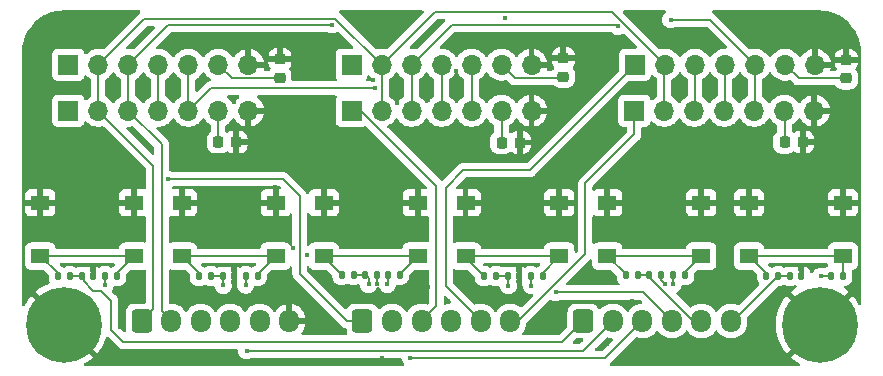
<source format=gbr>
%TF.GenerationSoftware,KiCad,Pcbnew,9.0.0*%
%TF.CreationDate,2025-03-20T15:52:25+01:00*%
%TF.ProjectId,PCB_secondaire,5043425f-7365-4636-9f6e-64616972652e,rev?*%
%TF.SameCoordinates,Original*%
%TF.FileFunction,Copper,L1,Top*%
%TF.FilePolarity,Positive*%
%FSLAX46Y46*%
G04 Gerber Fmt 4.6, Leading zero omitted, Abs format (unit mm)*
G04 Created by KiCad (PCBNEW 9.0.0) date 2025-03-20 15:52:25*
%MOMM*%
%LPD*%
G01*
G04 APERTURE LIST*
G04 Aperture macros list*
%AMRoundRect*
0 Rectangle with rounded corners*
0 $1 Rounding radius*
0 $2 $3 $4 $5 $6 $7 $8 $9 X,Y pos of 4 corners*
0 Add a 4 corners polygon primitive as box body*
4,1,4,$2,$3,$4,$5,$6,$7,$8,$9,$2,$3,0*
0 Add four circle primitives for the rounded corners*
1,1,$1+$1,$2,$3*
1,1,$1+$1,$4,$5*
1,1,$1+$1,$6,$7*
1,1,$1+$1,$8,$9*
0 Add four rect primitives between the rounded corners*
20,1,$1+$1,$2,$3,$4,$5,0*
20,1,$1+$1,$4,$5,$6,$7,0*
20,1,$1+$1,$6,$7,$8,$9,0*
20,1,$1+$1,$8,$9,$2,$3,0*%
G04 Aperture macros list end*
%TA.AperFunction,SMDPad,CuDef*%
%ADD10RoundRect,0.135000X-0.135000X-0.185000X0.135000X-0.185000X0.135000X0.185000X-0.135000X0.185000X0*%
%TD*%
%TA.AperFunction,SMDPad,CuDef*%
%ADD11R,1.550000X1.300000*%
%TD*%
%TA.AperFunction,ComponentPad*%
%ADD12R,1.700000X1.700000*%
%TD*%
%TA.AperFunction,ComponentPad*%
%ADD13O,1.700000X1.700000*%
%TD*%
%TA.AperFunction,ComponentPad*%
%ADD14C,0.800000*%
%TD*%
%TA.AperFunction,ComponentPad*%
%ADD15C,6.400000*%
%TD*%
%TA.AperFunction,SMDPad,CuDef*%
%ADD16RoundRect,0.140000X-0.140000X-0.170000X0.140000X-0.170000X0.140000X0.170000X-0.140000X0.170000X0*%
%TD*%
%TA.AperFunction,SMDPad,CuDef*%
%ADD17RoundRect,0.225000X-0.250000X0.225000X-0.250000X-0.225000X0.250000X-0.225000X0.250000X0.225000X0*%
%TD*%
%TA.AperFunction,ComponentPad*%
%ADD18RoundRect,0.250000X-0.600000X-0.725000X0.600000X-0.725000X0.600000X0.725000X-0.600000X0.725000X0*%
%TD*%
%TA.AperFunction,ComponentPad*%
%ADD19O,1.700000X1.950000*%
%TD*%
%TA.AperFunction,SMDPad,CuDef*%
%ADD20RoundRect,0.225000X0.225000X0.250000X-0.225000X0.250000X-0.225000X-0.250000X0.225000X-0.250000X0*%
%TD*%
%TA.AperFunction,ViaPad*%
%ADD21C,0.450000*%
%TD*%
%TA.AperFunction,Conductor*%
%ADD22C,0.200000*%
%TD*%
G04 APERTURE END LIST*
D10*
%TO.P,R2,1*%
%TO.N,+3.3V*%
X102110000Y-147000000D03*
%TO.P,R2,2*%
%TO.N,Net-(SW1-A)*%
X103130000Y-147000000D03*
%TD*%
D11*
%TO.P,SW1,1,A*%
%TO.N,Net-(SW1-A)*%
X104585000Y-145300000D03*
X96635000Y-145300000D03*
%TO.P,SW1,2,B*%
%TO.N,GND*%
X104585000Y-140800000D03*
X96635000Y-140800000D03*
%TD*%
D10*
%TO.P,R4,1*%
%TO.N,+3.3V*%
X114020000Y-147000000D03*
%TO.P,R4,2*%
%TO.N,Net-(SW2-A)*%
X115040000Y-147000000D03*
%TD*%
D12*
%TO.P,J9,1,Pin_1*%
%TO.N,/SPI_CS_6*%
X146920000Y-133000000D03*
D13*
%TO.P,J9,2,Pin_2*%
%TO.N,/SPI_D{slash}C*%
X149460000Y-133000000D03*
%TO.P,J9,3,Pin_3*%
%TO.N,/SPI_RES*%
X152000000Y-133000000D03*
%TO.P,J9,4,Pin_4*%
%TO.N,/SPI_MOSI*%
X154540000Y-133000000D03*
%TO.P,J9,5,Pin_5*%
%TO.N,/SPI_SCK*%
X157080000Y-133000000D03*
%TO.P,J9,6,Pin_6*%
%TO.N,+3.3V*%
X159620000Y-133000000D03*
%TO.P,J9,7,Pin_7*%
%TO.N,GND*%
X162160000Y-133000000D03*
%TD*%
D11*
%TO.P,SW3,1,A*%
%TO.N,Net-(SW3-A)*%
X128585000Y-145300000D03*
X120635000Y-145300000D03*
%TO.P,SW3,2,B*%
%TO.N,GND*%
X128585000Y-140800000D03*
X120635000Y-140800000D03*
%TD*%
D14*
%TO.P,H101,1,1*%
%TO.N,GND*%
X96260000Y-151100000D03*
X96962944Y-149402944D03*
X96962944Y-152797056D03*
X98660000Y-148700000D03*
D15*
X98660000Y-151100000D03*
D14*
X98660000Y-153500000D03*
X100357056Y-149402944D03*
X100357056Y-152797056D03*
X101060000Y-151100000D03*
%TD*%
D10*
%TO.P,R3,1*%
%TO.N,Net-(SW2-A)*%
X110060000Y-147000000D03*
%TO.P,R3,2*%
%TO.N,BTN_2*%
X111080000Y-147000000D03*
%TD*%
D14*
%TO.P,H102,1,1*%
%TO.N,GND*%
X160210000Y-151100000D03*
X160912944Y-149402944D03*
X160912944Y-152797056D03*
X162610000Y-148700000D03*
D15*
X162610000Y-151100000D03*
D14*
X162610000Y-153500000D03*
X164307056Y-149402944D03*
X164307056Y-152797056D03*
X165010000Y-151100000D03*
%TD*%
D10*
%TO.P,R12,1*%
%TO.N,+3.3V*%
X163590000Y-147000000D03*
%TO.P,R12,2*%
%TO.N,Net-(SW6-A)*%
X164610000Y-147000000D03*
%TD*%
D12*
%TO.P,J4,1,Pin_1*%
%TO.N,/SPI_CS_4*%
X122980000Y-129100000D03*
D13*
%TO.P,J4,2,Pin_2*%
%TO.N,/SPI_D{slash}C*%
X125520000Y-129100000D03*
%TO.P,J4,3,Pin_3*%
%TO.N,/SPI_RES*%
X128060000Y-129100000D03*
%TO.P,J4,4,Pin_4*%
%TO.N,/SPI_MOSI*%
X130600000Y-129100000D03*
%TO.P,J4,5,Pin_5*%
%TO.N,/SPI_SCK*%
X133140000Y-129100000D03*
%TO.P,J4,6,Pin_6*%
%TO.N,+3.3V*%
X135680000Y-129100000D03*
%TO.P,J4,7,Pin_7*%
%TO.N,GND*%
X138220000Y-129100000D03*
%TD*%
D16*
%TO.P,C6,1*%
%TO.N,BTN_6*%
X160100000Y-147000000D03*
%TO.P,C6,2*%
%TO.N,GND*%
X161060000Y-147000000D03*
%TD*%
D17*
%TO.P,C9,1*%
%TO.N,GND*%
X164860000Y-128705000D03*
%TO.P,C9,2*%
%TO.N,+3.3V*%
X164860000Y-130255000D03*
%TD*%
D11*
%TO.P,SW6,1,A*%
%TO.N,Net-(SW6-A)*%
X164585000Y-145300000D03*
X156635000Y-145300000D03*
%TO.P,SW6,2,B*%
%TO.N,GND*%
X164585000Y-140800000D03*
X156635000Y-140800000D03*
%TD*%
D18*
%TO.P,J7,1,Pin_1*%
%TO.N,/SPI_D{slash}C*%
X105210000Y-150800000D03*
D19*
%TO.P,J7,2,Pin_2*%
%TO.N,/SPI_RES*%
X107710000Y-150800000D03*
%TO.P,J7,3,Pin_3*%
%TO.N,/SPI_MOSI*%
X110210000Y-150800000D03*
%TO.P,J7,4,Pin_4*%
%TO.N,/SPI_SCK*%
X112710000Y-150800000D03*
%TO.P,J7,5,Pin_5*%
%TO.N,+3.3V*%
X115210000Y-150800000D03*
%TO.P,J7,6,Pin_6*%
%TO.N,GND*%
X117710000Y-150800000D03*
%TD*%
D16*
%TO.P,C5,1*%
%TO.N,BTN_5*%
X148190000Y-146900000D03*
%TO.P,C5,2*%
%TO.N,GND*%
X149150000Y-146900000D03*
%TD*%
D10*
%TO.P,R5,1*%
%TO.N,Net-(SW3-A)*%
X122140000Y-146900000D03*
%TO.P,R5,2*%
%TO.N,BTN_3*%
X123160000Y-146900000D03*
%TD*%
D20*
%TO.P,C11,1*%
%TO.N,GND*%
X137230000Y-135690000D03*
%TO.P,C11,2*%
%TO.N,+3.3V*%
X135680000Y-135690000D03*
%TD*%
D11*
%TO.P,SW4,1,A*%
%TO.N,Net-(SW4-A)*%
X140585000Y-145300000D03*
X132635000Y-145300000D03*
%TO.P,SW4,2,B*%
%TO.N,GND*%
X140585000Y-140800000D03*
X132635000Y-140800000D03*
%TD*%
D16*
%TO.P,C1,1*%
%TO.N,BTN_1*%
X100130000Y-147000000D03*
%TO.P,C1,2*%
%TO.N,GND*%
X101090000Y-147000000D03*
%TD*%
D11*
%TO.P,SW5,1,A*%
%TO.N,Net-(SW5-A)*%
X152585000Y-145300000D03*
X144635000Y-145300000D03*
%TO.P,SW5,2,B*%
%TO.N,GND*%
X152585000Y-140800000D03*
X144635000Y-140800000D03*
%TD*%
D16*
%TO.P,C4,1*%
%TO.N,BTN_4*%
X136200000Y-147000000D03*
%TO.P,C4,2*%
%TO.N,GND*%
X137160000Y-147000000D03*
%TD*%
%TO.P,C3,1*%
%TO.N,BTN_3*%
X124140000Y-146900000D03*
%TO.P,C3,2*%
%TO.N,GND*%
X125100000Y-146900000D03*
%TD*%
D20*
%TO.P,C12,1*%
%TO.N,GND*%
X161195000Y-135650000D03*
%TO.P,C12,2*%
%TO.N,+3.3V*%
X159645000Y-135650000D03*
%TD*%
D10*
%TO.P,R7,1*%
%TO.N,Net-(SW4-A)*%
X134200000Y-147000000D03*
%TO.P,R7,2*%
%TO.N,BTN_4*%
X135220000Y-147000000D03*
%TD*%
D16*
%TO.P,C2,1*%
%TO.N,BTN_2*%
X112070000Y-147000000D03*
%TO.P,C2,2*%
%TO.N,GND*%
X113030000Y-147000000D03*
%TD*%
D10*
%TO.P,R6,1*%
%TO.N,+3.3V*%
X126040000Y-146900000D03*
%TO.P,R6,2*%
%TO.N,Net-(SW3-A)*%
X127060000Y-146900000D03*
%TD*%
%TO.P,R9,1*%
%TO.N,Net-(SW5-A)*%
X146190000Y-146900000D03*
%TO.P,R9,2*%
%TO.N,BTN_5*%
X147210000Y-146900000D03*
%TD*%
D12*
%TO.P,J3,1,Pin_1*%
%TO.N,/SPI_CS_2*%
X99000000Y-129100000D03*
D13*
%TO.P,J3,2,Pin_2*%
%TO.N,/SPI_D{slash}C*%
X101540000Y-129100000D03*
%TO.P,J3,3,Pin_3*%
%TO.N,/SPI_RES*%
X104080000Y-129100000D03*
%TO.P,J3,4,Pin_4*%
%TO.N,/SPI_MOSI*%
X106620000Y-129100000D03*
%TO.P,J3,5,Pin_5*%
%TO.N,/SPI_SCK*%
X109160000Y-129100000D03*
%TO.P,J3,6,Pin_6*%
%TO.N,+3.3V*%
X111700000Y-129100000D03*
%TO.P,J3,7,Pin_7*%
%TO.N,GND*%
X114240000Y-129100000D03*
%TD*%
D17*
%TO.P,C10,1*%
%TO.N,GND*%
X116920000Y-128655000D03*
%TO.P,C10,2*%
%TO.N,+3.3V*%
X116920000Y-130205000D03*
%TD*%
D12*
%TO.P,J6,1,Pin_1*%
%TO.N,/SPI_CS_3*%
X122980000Y-133000000D03*
D13*
%TO.P,J6,2,Pin_2*%
%TO.N,/SPI_D{slash}C*%
X125520000Y-133000000D03*
%TO.P,J6,3,Pin_3*%
%TO.N,/SPI_RES*%
X128060000Y-133000000D03*
%TO.P,J6,4,Pin_4*%
%TO.N,/SPI_MOSI*%
X130600000Y-133000000D03*
%TO.P,J6,5,Pin_5*%
%TO.N,/SPI_SCK*%
X133140000Y-133000000D03*
%TO.P,J6,6,Pin_6*%
%TO.N,+3.3V*%
X135680000Y-133000000D03*
%TO.P,J6,7,Pin_7*%
%TO.N,GND*%
X138220000Y-133000000D03*
%TD*%
D11*
%TO.P,SW2,1,A*%
%TO.N,Net-(SW2-A)*%
X116560000Y-145300000D03*
X108610000Y-145300000D03*
%TO.P,SW2,2,B*%
%TO.N,GND*%
X116560000Y-140800000D03*
X108610000Y-140800000D03*
%TD*%
D17*
%TO.P,C8,1*%
%TO.N,GND*%
X140910000Y-128555000D03*
%TO.P,C8,2*%
%TO.N,+3.3V*%
X140910000Y-130105000D03*
%TD*%
D12*
%TO.P,J1,1,Pin_1*%
%TO.N,/SPI_CS_1*%
X99000000Y-133000000D03*
D13*
%TO.P,J1,2,Pin_2*%
%TO.N,/SPI_D{slash}C*%
X101540000Y-133000000D03*
%TO.P,J1,3,Pin_3*%
%TO.N,/SPI_RES*%
X104080000Y-133000000D03*
%TO.P,J1,4,Pin_4*%
%TO.N,/SPI_MOSI*%
X106620000Y-133000000D03*
%TO.P,J1,5,Pin_5*%
%TO.N,/SPI_SCK*%
X109160000Y-133000000D03*
%TO.P,J1,6,Pin_6*%
%TO.N,+3.3V*%
X111700000Y-133000000D03*
%TO.P,J1,7,Pin_7*%
%TO.N,GND*%
X114240000Y-133000000D03*
%TD*%
D18*
%TO.P,J8,1,Pin_1*%
%TO.N,/SPI_CS_1*%
X123910000Y-150800000D03*
D19*
%TO.P,J8,2,Pin_2*%
%TO.N,/SPI_CS_2*%
X126410000Y-150800000D03*
%TO.P,J8,3,Pin_3*%
%TO.N,/SPI_CS_3*%
X128910000Y-150800000D03*
%TO.P,J8,4,Pin_4*%
%TO.N,/SPI_CS_4*%
X131410000Y-150800000D03*
%TO.P,J8,5,Pin_5*%
%TO.N,/SPI_CS_5*%
X133910000Y-150800000D03*
%TO.P,J8,6,Pin_6*%
%TO.N,/SPI_CS_6*%
X136410000Y-150800000D03*
%TD*%
D10*
%TO.P,R1,1*%
%TO.N,Net-(SW1-A)*%
X98110000Y-147000000D03*
%TO.P,R1,2*%
%TO.N,BTN_1*%
X99130000Y-147000000D03*
%TD*%
D18*
%TO.P,J2,1,Pin_1*%
%TO.N,BTN_1*%
X142610000Y-150800000D03*
D19*
%TO.P,J2,2,Pin_2*%
%TO.N,BTN_2*%
X145110000Y-150800000D03*
%TO.P,J2,3,Pin_3*%
%TO.N,BTN_3*%
X147610000Y-150800000D03*
%TO.P,J2,4,Pin_4*%
%TO.N,BTN_4*%
X150110000Y-150800000D03*
%TO.P,J2,5,Pin_5*%
%TO.N,BTN_5*%
X152610000Y-150800000D03*
%TO.P,J2,6,Pin_6*%
%TO.N,BTN_6*%
X155110000Y-150800000D03*
%TD*%
D10*
%TO.P,R8,1*%
%TO.N,+3.3V*%
X138150000Y-147000000D03*
%TO.P,R8,2*%
%TO.N,Net-(SW4-A)*%
X139170000Y-147000000D03*
%TD*%
D12*
%TO.P,J5,1,Pin_1*%
%TO.N,/SPI_CS_5*%
X146985000Y-129100000D03*
D13*
%TO.P,J5,2,Pin_2*%
%TO.N,/SPI_D{slash}C*%
X149525000Y-129100000D03*
%TO.P,J5,3,Pin_3*%
%TO.N,/SPI_RES*%
X152065000Y-129100000D03*
%TO.P,J5,4,Pin_4*%
%TO.N,/SPI_MOSI*%
X154605000Y-129100000D03*
%TO.P,J5,5,Pin_5*%
%TO.N,/SPI_SCK*%
X157145000Y-129100000D03*
%TO.P,J5,6,Pin_6*%
%TO.N,+3.3V*%
X159685000Y-129100000D03*
%TO.P,J5,7,Pin_7*%
%TO.N,GND*%
X162225000Y-129100000D03*
%TD*%
D10*
%TO.P,R11,1*%
%TO.N,Net-(SW6-A)*%
X158090000Y-147000000D03*
%TO.P,R11,2*%
%TO.N,BTN_6*%
X159110000Y-147000000D03*
%TD*%
%TO.P,R10,1*%
%TO.N,+3.3V*%
X150200000Y-146900000D03*
%TO.P,R10,2*%
%TO.N,Net-(SW5-A)*%
X151220000Y-146900000D03*
%TD*%
D20*
%TO.P,C7,1*%
%TO.N,GND*%
X113225000Y-135640000D03*
%TO.P,C7,2*%
%TO.N,+3.3V*%
X111675000Y-135640000D03*
%TD*%
D21*
%TO.N,GND*%
X120750000Y-151260000D03*
X149521232Y-147678768D03*
X102880000Y-131850000D03*
X163840000Y-136150000D03*
X156270000Y-148270000D03*
X116540000Y-139450000D03*
X117990000Y-144640000D03*
X101090000Y-146050000D03*
X162150000Y-135640000D03*
X119170000Y-145200000D03*
X155580000Y-137070000D03*
X133130000Y-148190000D03*
X139280000Y-138880000D03*
X96940000Y-135460000D03*
X121840000Y-140800000D03*
X135040000Y-144450000D03*
X105490000Y-126450000D03*
X126870000Y-132370000D03*
X161070000Y-146040000D03*
X115570000Y-136760000D03*
X116920000Y-127710000D03*
X161510000Y-144010000D03*
X96160000Y-129100000D03*
X105160000Y-135310000D03*
X121070000Y-135540000D03*
X139360000Y-140800000D03*
X125100000Y-147700000D03*
X146040000Y-138670000D03*
X109420000Y-148700000D03*
X118560000Y-133430000D03*
X165160000Y-126470000D03*
X142380000Y-152410000D03*
X105380000Y-130370000D03*
X129430000Y-147890000D03*
X109870000Y-135760000D03*
X148270000Y-154190000D03*
X97090000Y-126130000D03*
X125530000Y-153960000D03*
X126180000Y-149210000D03*
X148610000Y-143050000D03*
X97280000Y-138830000D03*
X113060000Y-132300000D03*
X131833768Y-129663768D03*
X115780000Y-154090000D03*
X164850000Y-127710000D03*
X110940000Y-143100000D03*
X113020000Y-147740000D03*
X129680000Y-126160000D03*
X102910000Y-130120000D03*
X154240000Y-143100000D03*
X138310000Y-143100000D03*
X155350000Y-154000000D03*
X110490000Y-130570000D03*
X137200000Y-147800000D03*
X165120000Y-132160000D03*
X148523218Y-136611724D03*
X161160000Y-125610000D03*
X104300000Y-148020000D03*
X109540000Y-127500000D03*
X103370000Y-140800000D03*
X131110000Y-149120000D03*
X143480000Y-130270000D03*
X142510000Y-135480000D03*
X150710000Y-138840000D03*
X99720000Y-141610000D03*
X103350000Y-151280000D03*
X119520000Y-138170000D03*
X142950000Y-126490000D03*
X151370000Y-140800000D03*
X142490000Y-147430000D03*
X135620000Y-136820000D03*
X153430000Y-130910000D03*
X109820000Y-140800000D03*
X126790000Y-126330000D03*
X125810000Y-138270000D03*
X146740000Y-149140000D03*
X119040000Y-129150000D03*
X129590000Y-130510000D03*
X115350000Y-140800000D03*
X157850000Y-140800000D03*
X117010000Y-126460000D03*
X129470000Y-132060000D03*
X144640000Y-152770000D03*
X144830000Y-142910000D03*
X105230000Y-138050000D03*
X124785000Y-130391168D03*
X163370000Y-140800000D03*
X125540000Y-142340000D03*
X159870000Y-138460000D03*
X107970000Y-131840000D03*
X150850000Y-130400000D03*
X108020000Y-130130000D03*
X133840000Y-140800000D03*
X140920000Y-127560000D03*
X105500000Y-131920000D03*
X138250000Y-135690000D03*
X155790000Y-126060000D03*
X145860000Y-140800000D03*
X126870000Y-130290000D03*
X150795000Y-126330000D03*
X113040000Y-128040000D03*
X148940000Y-141150000D03*
X127360000Y-140800000D03*
X132220000Y-136400000D03*
X135950000Y-125130000D03*
X100040000Y-137210000D03*
X97840000Y-140800000D03*
X114200000Y-135620000D03*
X156240000Y-130360000D03*
%TO.N,BTN_2*%
X114110000Y-153330000D03*
X112110000Y-147780000D03*
%TO.N,BTN_3*%
X127960000Y-153930000D03*
X124420000Y-147710000D03*
%TO.N,BTN_4*%
X136260000Y-147810000D03*
X140267232Y-148387232D03*
%TO.N,+3.3V*%
X138200000Y-147800000D03*
X114020000Y-147750000D03*
X126000000Y-147700000D03*
X150200000Y-147700000D03*
X102110000Y-147750000D03*
X162700000Y-147000000D03*
%TO.N,/SPI_CS_1*%
X107425000Y-138800000D03*
%TO.N,/SPI_SCK*%
X150000000Y-125300000D03*
X124995000Y-131090000D03*
%TO.N,/SPI_RES*%
X145541268Y-125858732D03*
X121338768Y-125725000D03*
%TD*%
D22*
%TO.N,BTN_1*%
X101798744Y-148251256D02*
X101800000Y-148250000D01*
X99130000Y-147000000D02*
X100130000Y-147000000D01*
X101800000Y-148250000D02*
X102630000Y-149080000D01*
X100306778Y-147433878D02*
X100306778Y-147176778D01*
X140840000Y-152570000D02*
X142610000Y-150800000D01*
X102630000Y-149080000D02*
X102630000Y-151530000D01*
X103670000Y-152570000D02*
X140840000Y-152570000D01*
X100306778Y-147176778D02*
X100130000Y-147000000D01*
X100306778Y-147433878D02*
X101124156Y-148251256D01*
X101124156Y-148251256D02*
X101798744Y-148251256D01*
X102630000Y-151530000D02*
X103670000Y-152570000D01*
%TO.N,GND*%
X120635000Y-140800000D02*
X121840000Y-140800000D01*
X161060000Y-147000000D02*
X161060000Y-146050000D01*
X162140000Y-135650000D02*
X162150000Y-135640000D01*
X140910000Y-127570000D02*
X140920000Y-127560000D01*
X104585000Y-140800000D02*
X103370000Y-140800000D01*
X113020000Y-147740000D02*
X113030000Y-147730000D01*
X96635000Y-140800000D02*
X97840000Y-140800000D01*
X164860000Y-127720000D02*
X164850000Y-127710000D01*
X152585000Y-140800000D02*
X151370000Y-140800000D01*
X116560000Y-140800000D02*
X115350000Y-140800000D01*
X114180000Y-135640000D02*
X114200000Y-135620000D01*
X149150000Y-146900000D02*
X149150000Y-147307536D01*
X161195000Y-135650000D02*
X162140000Y-135650000D01*
X128585000Y-140800000D02*
X127360000Y-140800000D01*
X164585000Y-140800000D02*
X163370000Y-140800000D01*
X113225000Y-135640000D02*
X114180000Y-135640000D01*
X164860000Y-128705000D02*
X164860000Y-127720000D01*
X132635000Y-140800000D02*
X133840000Y-140800000D01*
X144635000Y-140800000D02*
X145860000Y-140800000D01*
X161060000Y-146050000D02*
X161070000Y-146040000D01*
X101090000Y-147000000D02*
X101090000Y-146050000D01*
X113030000Y-147730000D02*
X113030000Y-147000000D01*
X108610000Y-140800000D02*
X109820000Y-140800000D01*
X137160000Y-147000000D02*
X137160000Y-147760000D01*
X137230000Y-135690000D02*
X138250000Y-135690000D01*
X125100000Y-146900000D02*
X125100000Y-147700000D01*
X156635000Y-140800000D02*
X157850000Y-140800000D01*
X140910000Y-128555000D02*
X140910000Y-127570000D01*
X116920000Y-128655000D02*
X116920000Y-127710000D01*
X137160000Y-147760000D02*
X137200000Y-147800000D01*
X149150000Y-147307536D02*
X149521232Y-147678768D01*
X140585000Y-140800000D02*
X139360000Y-140800000D01*
%TO.N,BTN_2*%
X112110000Y-147040000D02*
X112070000Y-147000000D01*
X142580000Y-153330000D02*
X114110000Y-153330000D01*
X112110000Y-147780000D02*
X112110000Y-147040000D01*
X145110000Y-150800000D02*
X142580000Y-153330000D01*
X112070000Y-147000000D02*
X111080000Y-147000000D01*
%TO.N,BTN_3*%
X123160000Y-146900000D02*
X124140000Y-146900000D01*
X124420000Y-147180000D02*
X124140000Y-146900000D01*
X147610000Y-150800000D02*
X144480000Y-153930000D01*
X144480000Y-153930000D02*
X127960000Y-153930000D01*
X124420000Y-147710000D02*
X124420000Y-147180000D01*
%TO.N,BTN_4*%
X136260000Y-147060000D02*
X136200000Y-147000000D01*
X136200000Y-147000000D02*
X135220000Y-147000000D01*
X147697232Y-148387232D02*
X140267232Y-148387232D01*
X136260000Y-147810000D02*
X136260000Y-147060000D01*
X150110000Y-150800000D02*
X147697232Y-148387232D01*
%TO.N,BTN_5*%
X148190000Y-147090000D02*
X148190000Y-146900000D01*
X151900000Y-150800000D02*
X148190000Y-147090000D01*
X147210000Y-146900000D02*
X148190000Y-146900000D01*
X152610000Y-150800000D02*
X151900000Y-150800000D01*
%TO.N,BTN_6*%
X159110000Y-147000000D02*
X155310000Y-150800000D01*
X155310000Y-150800000D02*
X155110000Y-150800000D01*
X159110000Y-147000000D02*
X160100000Y-147000000D01*
%TO.N,+3.3V*%
X138150000Y-147000000D02*
X138150000Y-147750000D01*
X160840000Y-130255000D02*
X159685000Y-129100000D01*
X163590000Y-147000000D02*
X162700000Y-147000000D01*
X135680000Y-129100000D02*
X136831000Y-130251000D01*
X159645000Y-133025000D02*
X159620000Y-133000000D01*
X114020000Y-147000000D02*
X114020000Y-147750000D01*
X140764000Y-130251000D02*
X140910000Y-130105000D01*
X135680000Y-135690000D02*
X135680000Y-133000000D01*
X136831000Y-130251000D02*
X140764000Y-130251000D01*
X150200000Y-146900000D02*
X150200000Y-147700000D01*
X111700000Y-135615000D02*
X111675000Y-135640000D01*
X138150000Y-147750000D02*
X138200000Y-147800000D01*
X111700000Y-133000000D02*
X111700000Y-135615000D01*
X159645000Y-135650000D02*
X159645000Y-133025000D01*
X116920000Y-130205000D02*
X116874000Y-130251000D01*
X112851000Y-130251000D02*
X111700000Y-129100000D01*
X164860000Y-130255000D02*
X160840000Y-130255000D01*
X116874000Y-130251000D02*
X112851000Y-130251000D01*
X102110000Y-147750000D02*
X102110000Y-147000000D01*
X126040000Y-146900000D02*
X126040000Y-147660000D01*
X126040000Y-147660000D02*
X126000000Y-147700000D01*
%TO.N,/SPI_CS_1*%
X123910000Y-150800000D02*
X122600000Y-150800000D01*
X118580000Y-140180000D02*
X117200000Y-138800000D01*
X122600000Y-150800000D02*
X118580000Y-146780000D01*
X118580000Y-146780000D02*
X118580000Y-140180000D01*
X117200000Y-138800000D02*
X107425000Y-138800000D01*
%TO.N,/SPI_SCK*%
X133140000Y-129100000D02*
X133140000Y-133000000D01*
X109160000Y-133000000D02*
X111070000Y-131090000D01*
X111070000Y-131090000D02*
X124995000Y-131090000D01*
X157080000Y-129165000D02*
X157145000Y-129100000D01*
X153345000Y-125300000D02*
X157145000Y-129100000D01*
X157145000Y-132935000D02*
X157080000Y-133000000D01*
X157145000Y-129100000D02*
X157145000Y-132935000D01*
X150000000Y-125300000D02*
X153345000Y-125300000D01*
X109160000Y-133000000D02*
X109160000Y-129100000D01*
%TO.N,/SPI_D{slash}C*%
X106199000Y-149811000D02*
X106199000Y-149523900D01*
X145026000Y-124601000D02*
X149525000Y-129100000D01*
X149460000Y-129165000D02*
X149525000Y-129100000D01*
X105210000Y-150800000D02*
X106199000Y-149811000D01*
X130019000Y-124601000D02*
X145026000Y-124601000D01*
X125520000Y-129100000D02*
X125520000Y-133000000D01*
X105440000Y-125200000D02*
X101540000Y-129100000D01*
X149460000Y-133000000D02*
X149460000Y-129165000D01*
X121620000Y-125200000D02*
X105440000Y-125200000D01*
X149525000Y-132935000D02*
X149460000Y-133000000D01*
X101540000Y-129100000D02*
X101540000Y-133000000D01*
X106199000Y-149523900D02*
X106199000Y-137659000D01*
X125520000Y-129100000D02*
X121620000Y-125200000D01*
X106199000Y-137659000D02*
X101540000Y-133000000D01*
X125520000Y-129100000D02*
X130019000Y-124601000D01*
%TO.N,/SPI_MOSI*%
X130600000Y-133000000D02*
X130600000Y-129100000D01*
X106620000Y-133000000D02*
X106620000Y-129100000D01*
X154605000Y-132935000D02*
X154540000Y-133000000D01*
X154605000Y-129100000D02*
X154605000Y-132935000D01*
%TO.N,/SPI_RES*%
X104080000Y-129100000D02*
X107455000Y-125725000D01*
X131460000Y-125700000D02*
X145382536Y-125700000D01*
X107710000Y-150800000D02*
X106900000Y-149990000D01*
X145382536Y-125700000D02*
X145541268Y-125858732D01*
X152065000Y-132935000D02*
X152000000Y-133000000D01*
X106900000Y-135820000D02*
X104080000Y-133000000D01*
X104080000Y-133000000D02*
X104080000Y-129100000D01*
X107455000Y-125725000D02*
X121338768Y-125725000D01*
X128060000Y-129100000D02*
X131460000Y-125700000D01*
X106900000Y-149990000D02*
X106900000Y-135820000D01*
X152065000Y-129100000D02*
X152065000Y-132935000D01*
X128060000Y-129100000D02*
X128060000Y-133000000D01*
%TO.N,/SPI_CS_5*%
X130940000Y-147830000D02*
X130940000Y-139500000D01*
X133910000Y-150800000D02*
X130940000Y-147830000D01*
X130940000Y-139500000D02*
X132410000Y-138030000D01*
X138055000Y-138030000D02*
X146985000Y-129100000D01*
X132410000Y-138030000D02*
X138055000Y-138030000D01*
%TO.N,/SPI_CS_3*%
X130170000Y-149540000D02*
X130170000Y-139400000D01*
X130170000Y-139400000D02*
X123770000Y-133000000D01*
X128910000Y-150800000D02*
X130170000Y-149540000D01*
X123770000Y-133000000D02*
X122980000Y-133000000D01*
%TO.N,/SPI_CS_6*%
X136410000Y-150800000D02*
X137112000Y-150800000D01*
X137112000Y-150800000D02*
X142770000Y-145142000D01*
X146920000Y-135000000D02*
X146920000Y-133000000D01*
X142770000Y-139150000D02*
X146920000Y-135000000D01*
X142770000Y-145142000D02*
X142770000Y-139150000D01*
%TO.N,Net-(SW1-A)*%
X104585000Y-145300000D02*
X96635000Y-145300000D01*
X98110000Y-146775000D02*
X96635000Y-145300000D01*
X103130000Y-146755000D02*
X104585000Y-145300000D01*
X98110000Y-147000000D02*
X98110000Y-146775000D01*
X103130000Y-147000000D02*
X103130000Y-146755000D01*
%TO.N,Net-(SW2-A)*%
X115040000Y-147000000D02*
X115040000Y-146820000D01*
X110060000Y-147000000D02*
X110060000Y-146750000D01*
X115040000Y-146820000D02*
X116560000Y-145300000D01*
X108610000Y-145300000D02*
X116560000Y-145300000D01*
X110060000Y-146750000D02*
X108610000Y-145300000D01*
%TO.N,Net-(SW3-A)*%
X127060000Y-146825000D02*
X128585000Y-145300000D01*
X127060000Y-146900000D02*
X127060000Y-146825000D01*
X120635000Y-145395000D02*
X122140000Y-146900000D01*
X120635000Y-145300000D02*
X128585000Y-145300000D01*
X120635000Y-145300000D02*
X120635000Y-145395000D01*
%TO.N,Net-(SW4-A)*%
X134200000Y-147000000D02*
X132635000Y-145435000D01*
X132635000Y-145300000D02*
X140585000Y-145300000D01*
X132635000Y-145435000D02*
X132635000Y-145300000D01*
X139170000Y-147000000D02*
X139170000Y-146715000D01*
X139170000Y-146715000D02*
X140585000Y-145300000D01*
%TO.N,Net-(SW5-A)*%
X151220000Y-146665000D02*
X152585000Y-145300000D01*
X146190000Y-146900000D02*
X146190000Y-146855000D01*
X146190000Y-146855000D02*
X144635000Y-145300000D01*
X151220000Y-146900000D02*
X151220000Y-146665000D01*
X144635000Y-145300000D02*
X152585000Y-145300000D01*
%TO.N,Net-(SW6-A)*%
X156635000Y-145300000D02*
X164585000Y-145300000D01*
X164585000Y-145300000D02*
X164585000Y-146975000D01*
X158090000Y-146755000D02*
X156635000Y-145300000D01*
X164585000Y-146975000D02*
X164610000Y-147000000D01*
X158090000Y-147000000D02*
X158090000Y-146755000D01*
%TD*%
%TA.AperFunction,Conductor*%
%TO.N,GND*%
G36*
X101448319Y-153534766D02*
G01*
X101448320Y-153534765D01*
X101635447Y-153306750D01*
X101635457Y-153306736D01*
X101837418Y-153004480D01*
X101837429Y-153004462D01*
X102008790Y-152683869D01*
X102008792Y-152683864D01*
X102147913Y-152347997D01*
X102192791Y-152200054D01*
X102231089Y-152141615D01*
X102294901Y-152113159D01*
X102363968Y-152123719D01*
X102399133Y-152148368D01*
X103185139Y-152934374D01*
X103185149Y-152934385D01*
X103189479Y-152938715D01*
X103189480Y-152938716D01*
X103301284Y-153050520D01*
X103383895Y-153098215D01*
X103383896Y-153098216D01*
X103438209Y-153129574D01*
X103438210Y-153129574D01*
X103438215Y-153129577D01*
X103590943Y-153170500D01*
X103749057Y-153170500D01*
X113260500Y-153170500D01*
X113327539Y-153190185D01*
X113373294Y-153242989D01*
X113384500Y-153294500D01*
X113384500Y-153401455D01*
X113384500Y-153401457D01*
X113384499Y-153401457D01*
X113412379Y-153541614D01*
X113412381Y-153541620D01*
X113467069Y-153673650D01*
X113467074Y-153673659D01*
X113546467Y-153792478D01*
X113546470Y-153792482D01*
X113647517Y-153893529D01*
X113647521Y-153893532D01*
X113766340Y-153972925D01*
X113766346Y-153972928D01*
X113766347Y-153972929D01*
X113898380Y-154027619D01*
X113898384Y-154027619D01*
X113898385Y-154027620D01*
X114038542Y-154055500D01*
X114038545Y-154055500D01*
X114181457Y-154055500D01*
X114275751Y-154036742D01*
X114321620Y-154027619D01*
X114453653Y-153972929D01*
X114485876Y-153951397D01*
X114552554Y-153930520D01*
X114554767Y-153930500D01*
X127118622Y-153930500D01*
X127185661Y-153950185D01*
X127231416Y-154002989D01*
X127240239Y-154030308D01*
X127262379Y-154141614D01*
X127262381Y-154141620D01*
X127317069Y-154273650D01*
X127317074Y-154273659D01*
X127396466Y-154392477D01*
X127400045Y-154396838D01*
X127427356Y-154461149D01*
X127415562Y-154530016D01*
X127368409Y-154581575D01*
X127304189Y-154599500D01*
X100456946Y-154599500D01*
X100389907Y-154579815D01*
X100344152Y-154527011D01*
X100334208Y-154457853D01*
X100363233Y-154394297D01*
X100398493Y-154366142D01*
X100564462Y-154277429D01*
X100564480Y-154277418D01*
X100866736Y-154075457D01*
X100866750Y-154075447D01*
X101094765Y-153888320D01*
X101094766Y-153888319D01*
X99600698Y-152394251D01*
X99702330Y-152320412D01*
X99880412Y-152142330D01*
X99954251Y-152040698D01*
X101448319Y-153534766D01*
G37*
%TD.AperFunction*%
%TA.AperFunction,Conductor*%
G36*
X159673388Y-147744623D02*
G01*
X159703605Y-147762494D01*
X159703608Y-147762494D01*
X159703610Y-147762496D01*
X159859002Y-147807642D01*
X159859005Y-147807642D01*
X159859007Y-147807643D01*
X159895310Y-147810500D01*
X159895318Y-147810500D01*
X160304682Y-147810500D01*
X160304690Y-147810500D01*
X160340993Y-147807643D01*
X160340995Y-147807642D01*
X160340997Y-147807642D01*
X160412968Y-147786732D01*
X160496395Y-147762494D01*
X160517369Y-147750089D01*
X160530367Y-147746791D01*
X160541388Y-147739148D01*
X160563568Y-147738366D01*
X160585088Y-147732906D01*
X160599342Y-147737106D01*
X160611214Y-147736688D01*
X160643815Y-147750210D01*
X160643948Y-147750289D01*
X160691534Y-147801449D01*
X160703906Y-147870215D01*
X160677137Y-147934753D01*
X160649514Y-147960002D01*
X160403258Y-148124545D01*
X160403254Y-148124548D01*
X160175233Y-148311679D01*
X160175233Y-148311680D01*
X161669301Y-149805748D01*
X161567670Y-149879588D01*
X161389588Y-150057670D01*
X161315748Y-150159301D01*
X159821680Y-148665233D01*
X159821679Y-148665233D01*
X159634548Y-148893254D01*
X159634545Y-148893258D01*
X159432581Y-149195519D01*
X159432570Y-149195537D01*
X159261209Y-149516130D01*
X159261207Y-149516135D01*
X159122086Y-149852002D01*
X159016553Y-150199898D01*
X159016550Y-150199909D01*
X158945632Y-150556443D01*
X158910000Y-150918234D01*
X158910000Y-151281765D01*
X158945632Y-151643556D01*
X159016550Y-152000090D01*
X159016553Y-152000101D01*
X159122086Y-152347997D01*
X159261207Y-152683864D01*
X159261209Y-152683869D01*
X159432570Y-153004462D01*
X159432581Y-153004480D01*
X159634551Y-153306750D01*
X159821678Y-153534765D01*
X159821679Y-153534766D01*
X161315747Y-152040697D01*
X161389588Y-152142330D01*
X161567670Y-152320412D01*
X161669301Y-152394251D01*
X160175232Y-153888319D01*
X160175233Y-153888320D01*
X160403249Y-154075448D01*
X160705519Y-154277418D01*
X160705537Y-154277429D01*
X160871507Y-154366142D01*
X160921352Y-154415104D01*
X160936812Y-154483242D01*
X160912980Y-154548922D01*
X160857423Y-154591290D01*
X160813054Y-154599500D01*
X144959098Y-154599500D01*
X144937852Y-154593261D01*
X144915766Y-154591682D01*
X144904982Y-154583609D01*
X144892059Y-154579815D01*
X144877560Y-154563082D01*
X144859832Y-154549812D01*
X144855123Y-154537189D01*
X144846304Y-154527011D01*
X144843152Y-154505095D01*
X144835414Y-154484348D01*
X144838277Y-154471185D01*
X144836360Y-154457853D01*
X144845558Y-154437710D01*
X144850265Y-154416075D01*
X144863534Y-154398348D01*
X144865385Y-154394297D01*
X144871401Y-154387834D01*
X144960520Y-154298716D01*
X144960521Y-154298713D01*
X147031133Y-152228100D01*
X147092454Y-152194617D01*
X147157126Y-152197851D01*
X147293757Y-152242246D01*
X147503713Y-152275500D01*
X147503714Y-152275500D01*
X147716286Y-152275500D01*
X147716287Y-152275500D01*
X147926243Y-152242246D01*
X148128412Y-152176557D01*
X148317816Y-152080051D01*
X148427874Y-152000090D01*
X148489786Y-151955109D01*
X148489788Y-151955106D01*
X148489792Y-151955104D01*
X148640104Y-151804792D01*
X148759683Y-151640204D01*
X148815011Y-151597540D01*
X148884624Y-151591561D01*
X148946420Y-151624166D01*
X148960313Y-151640199D01*
X149015203Y-151715749D01*
X149079896Y-151804792D01*
X149230213Y-151955109D01*
X149402179Y-152080048D01*
X149402181Y-152080049D01*
X149402184Y-152080051D01*
X149591588Y-152176557D01*
X149793757Y-152242246D01*
X150003713Y-152275500D01*
X150003714Y-152275500D01*
X150216286Y-152275500D01*
X150216287Y-152275500D01*
X150426243Y-152242246D01*
X150628412Y-152176557D01*
X150817816Y-152080051D01*
X150927874Y-152000090D01*
X150989786Y-151955109D01*
X150989788Y-151955106D01*
X150989792Y-151955104D01*
X151140104Y-151804792D01*
X151259683Y-151640204D01*
X151315011Y-151597540D01*
X151384624Y-151591561D01*
X151446420Y-151624166D01*
X151460313Y-151640199D01*
X151515203Y-151715749D01*
X151579896Y-151804792D01*
X151730213Y-151955109D01*
X151902179Y-152080048D01*
X151902181Y-152080049D01*
X151902184Y-152080051D01*
X152091588Y-152176557D01*
X152293757Y-152242246D01*
X152503713Y-152275500D01*
X152503714Y-152275500D01*
X152716286Y-152275500D01*
X152716287Y-152275500D01*
X152926243Y-152242246D01*
X153128412Y-152176557D01*
X153317816Y-152080051D01*
X153427874Y-152000090D01*
X153489786Y-151955109D01*
X153489788Y-151955106D01*
X153489792Y-151955104D01*
X153640104Y-151804792D01*
X153759683Y-151640204D01*
X153815011Y-151597540D01*
X153884624Y-151591561D01*
X153946420Y-151624166D01*
X153960313Y-151640199D01*
X154015203Y-151715749D01*
X154079896Y-151804792D01*
X154230213Y-151955109D01*
X154402179Y-152080048D01*
X154402181Y-152080049D01*
X154402184Y-152080051D01*
X154591588Y-152176557D01*
X154793757Y-152242246D01*
X155003713Y-152275500D01*
X155003714Y-152275500D01*
X155216286Y-152275500D01*
X155216287Y-152275500D01*
X155426243Y-152242246D01*
X155628412Y-152176557D01*
X155817816Y-152080051D01*
X155927874Y-152000090D01*
X155989786Y-151955109D01*
X155989788Y-151955106D01*
X155989792Y-151955104D01*
X156140104Y-151804792D01*
X156140106Y-151804788D01*
X156140109Y-151804786D01*
X156265048Y-151632820D01*
X156265047Y-151632820D01*
X156265051Y-151632816D01*
X156361557Y-151443412D01*
X156427246Y-151241243D01*
X156460500Y-151031287D01*
X156460500Y-150568713D01*
X156460500Y-150568711D01*
X156460118Y-150563860D01*
X156461720Y-150563733D01*
X156469761Y-150501432D01*
X156495604Y-150463629D01*
X159102417Y-147856818D01*
X159163740Y-147823333D01*
X159190098Y-147820499D01*
X159309168Y-147820499D01*
X159309180Y-147820499D01*
X159345204Y-147817665D01*
X159499393Y-147772869D01*
X159547150Y-147744625D01*
X159614871Y-147727442D01*
X159673388Y-147744623D01*
G37*
%TD.AperFunction*%
%TA.AperFunction,Conductor*%
G36*
X144657126Y-152197851D02*
G01*
X144793757Y-152242246D01*
X145003713Y-152275500D01*
X145003718Y-152275500D01*
X145006401Y-152275925D01*
X145069535Y-152305854D01*
X145106467Y-152365165D01*
X145105469Y-152435028D01*
X145074684Y-152486079D01*
X144267584Y-153293181D01*
X144206261Y-153326666D01*
X144179903Y-153329500D01*
X143729097Y-153329500D01*
X143662058Y-153309815D01*
X143616303Y-153257011D01*
X143606359Y-153187853D01*
X143635384Y-153124297D01*
X143641416Y-153117819D01*
X143824861Y-152934374D01*
X144531133Y-152228100D01*
X144592454Y-152194617D01*
X144657126Y-152197851D01*
G37*
%TD.AperFunction*%
%TA.AperFunction,Conductor*%
G36*
X142552942Y-152295184D02*
G01*
X142598697Y-152347988D01*
X142608641Y-152417146D01*
X142579616Y-152480702D01*
X142573584Y-152487180D01*
X142367584Y-152693181D01*
X142306261Y-152726666D01*
X142279903Y-152729500D01*
X141829097Y-152729500D01*
X141762058Y-152709815D01*
X141716303Y-152657011D01*
X141706359Y-152587853D01*
X141735384Y-152524297D01*
X141741416Y-152517819D01*
X141947416Y-152311818D01*
X142008739Y-152278333D01*
X142035097Y-152275499D01*
X142485903Y-152275499D01*
X142552942Y-152295184D01*
G37*
%TD.AperFunction*%
%TA.AperFunction,Conductor*%
G36*
X114877939Y-145920185D02*
G01*
X114923694Y-145972989D01*
X114933638Y-146042147D01*
X114904613Y-146105703D01*
X114898580Y-146112182D01*
X114860616Y-146150145D01*
X114807532Y-146181539D01*
X114650610Y-146227129D01*
X114650604Y-146227132D01*
X114593119Y-146261128D01*
X114525395Y-146278309D01*
X114466881Y-146261128D01*
X114409395Y-146227132D01*
X114409388Y-146227129D01*
X114255208Y-146182335D01*
X114255202Y-146182334D01*
X114219181Y-146179500D01*
X113820830Y-146179500D01*
X113820808Y-146179501D01*
X113784794Y-146182335D01*
X113630611Y-146227129D01*
X113630607Y-146227130D01*
X113582358Y-146255665D01*
X113514633Y-146272846D01*
X113456116Y-146255663D01*
X113426198Y-146237969D01*
X113426190Y-146237966D01*
X113280001Y-146195493D01*
X113280000Y-146195494D01*
X113280000Y-146601925D01*
X113275076Y-146636520D01*
X113252336Y-146714789D01*
X113252334Y-146714802D01*
X113249500Y-146750811D01*
X113249500Y-146750819D01*
X113249500Y-146994977D01*
X113249501Y-147000000D01*
X113249501Y-147249193D01*
X113251217Y-147270993D01*
X113252335Y-147285204D01*
X113268078Y-147339393D01*
X113275076Y-147363478D01*
X113280000Y-147398073D01*
X113280000Y-147819131D01*
X113296957Y-147841850D01*
X113302331Y-147860828D01*
X113322379Y-147961614D01*
X113322381Y-147961620D01*
X113377069Y-148093650D01*
X113377074Y-148093659D01*
X113456467Y-148212478D01*
X113456470Y-148212482D01*
X113557517Y-148313529D01*
X113557521Y-148313532D01*
X113676340Y-148392925D01*
X113676349Y-148392930D01*
X113687672Y-148397620D01*
X113808380Y-148447619D01*
X113808384Y-148447619D01*
X113808385Y-148447620D01*
X113948542Y-148475500D01*
X113948545Y-148475500D01*
X114091457Y-148475500D01*
X114204945Y-148452925D01*
X114231620Y-148447619D01*
X114363653Y-148392929D01*
X114482479Y-148313532D01*
X114583532Y-148212479D01*
X114662929Y-148093653D01*
X114717619Y-147961620D01*
X114725836Y-147920306D01*
X114758219Y-147858399D01*
X114818934Y-147823823D01*
X114847444Y-147820499D01*
X115239180Y-147820499D01*
X115275204Y-147817665D01*
X115429393Y-147772869D01*
X115567598Y-147691135D01*
X115681135Y-147577598D01*
X115762869Y-147439393D01*
X115807665Y-147285204D01*
X115810500Y-147249181D01*
X115810499Y-146950095D01*
X115830183Y-146883057D01*
X115846813Y-146862420D01*
X116222416Y-146486818D01*
X116283739Y-146453333D01*
X116310097Y-146450499D01*
X117382871Y-146450499D01*
X117382872Y-146450499D01*
X117442483Y-146444091D01*
X117577331Y-146393796D01*
X117692546Y-146307546D01*
X117756235Y-146222468D01*
X117812167Y-146180599D01*
X117881859Y-146175615D01*
X117943182Y-146209100D01*
X117976666Y-146270423D01*
X117979500Y-146296781D01*
X117979500Y-146693330D01*
X117979499Y-146693348D01*
X117979499Y-146859054D01*
X117979498Y-146859054D01*
X118020423Y-147011786D01*
X118033084Y-147033714D01*
X118033085Y-147033716D01*
X118099477Y-147148712D01*
X118099481Y-147148717D01*
X118218349Y-147267585D01*
X118218354Y-147267589D01*
X122231284Y-151280520D01*
X122231286Y-151280521D01*
X122231290Y-151280524D01*
X122295481Y-151317584D01*
X122368216Y-151359577D01*
X122467598Y-151386207D01*
X122527255Y-151422570D01*
X122557784Y-151485417D01*
X122559501Y-151505980D01*
X122559501Y-151575018D01*
X122570000Y-151677796D01*
X122570001Y-151677799D01*
X122612648Y-151806496D01*
X122615050Y-151876324D01*
X122579318Y-151936366D01*
X122516798Y-151967559D01*
X122494942Y-151969500D01*
X118863182Y-151969500D01*
X118796143Y-151949815D01*
X118750388Y-151897011D01*
X118740444Y-151827853D01*
X118762864Y-151772615D01*
X118864620Y-151632557D01*
X118961095Y-151443217D01*
X119026757Y-151241130D01*
X119026757Y-151241127D01*
X119057030Y-151050000D01*
X118114146Y-151050000D01*
X118152630Y-150983343D01*
X118185000Y-150862535D01*
X118185000Y-150737465D01*
X118152630Y-150616657D01*
X118114146Y-150550000D01*
X119057030Y-150550000D01*
X119026757Y-150358872D01*
X119026757Y-150358869D01*
X118961095Y-150156782D01*
X118864620Y-149967442D01*
X118739727Y-149795540D01*
X118739723Y-149795535D01*
X118589464Y-149645276D01*
X118589459Y-149645272D01*
X118417557Y-149520379D01*
X118228215Y-149423903D01*
X118026124Y-149358241D01*
X117960000Y-149347768D01*
X117960000Y-150395854D01*
X117893343Y-150357370D01*
X117772535Y-150325000D01*
X117647465Y-150325000D01*
X117526657Y-150357370D01*
X117460000Y-150395854D01*
X117460000Y-149347768D01*
X117459999Y-149347768D01*
X117393875Y-149358241D01*
X117191784Y-149423903D01*
X117002442Y-149520379D01*
X116830540Y-149645272D01*
X116830535Y-149645276D01*
X116680276Y-149795535D01*
X116680272Y-149795540D01*
X116560627Y-149960218D01*
X116505297Y-150002884D01*
X116435684Y-150008863D01*
X116373889Y-149976257D01*
X116359991Y-149960218D01*
X116240109Y-149795214D01*
X116240105Y-149795209D01*
X116089786Y-149644890D01*
X115917820Y-149519951D01*
X115728414Y-149423444D01*
X115728413Y-149423443D01*
X115728412Y-149423443D01*
X115526243Y-149357754D01*
X115526241Y-149357753D01*
X115526240Y-149357753D01*
X115364957Y-149332208D01*
X115316287Y-149324500D01*
X115103713Y-149324500D01*
X115055042Y-149332208D01*
X114893760Y-149357753D01*
X114691585Y-149423444D01*
X114502179Y-149519951D01*
X114330213Y-149644890D01*
X114179894Y-149795209D01*
X114179890Y-149795214D01*
X114060318Y-149959793D01*
X114004989Y-150002459D01*
X113935375Y-150008438D01*
X113873580Y-149975833D01*
X113859682Y-149959793D01*
X113740109Y-149795214D01*
X113740105Y-149795209D01*
X113589786Y-149644890D01*
X113417820Y-149519951D01*
X113228414Y-149423444D01*
X113228413Y-149423443D01*
X113228412Y-149423443D01*
X113026243Y-149357754D01*
X113026241Y-149357753D01*
X113026240Y-149357753D01*
X112864957Y-149332208D01*
X112816287Y-149324500D01*
X112603713Y-149324500D01*
X112555042Y-149332208D01*
X112393760Y-149357753D01*
X112191585Y-149423444D01*
X112002179Y-149519951D01*
X111830213Y-149644890D01*
X111679894Y-149795209D01*
X111679890Y-149795214D01*
X111560318Y-149959793D01*
X111504989Y-150002459D01*
X111435375Y-150008438D01*
X111373580Y-149975833D01*
X111359682Y-149959793D01*
X111240109Y-149795214D01*
X111240105Y-149795209D01*
X111089786Y-149644890D01*
X110917820Y-149519951D01*
X110728414Y-149423444D01*
X110728413Y-149423443D01*
X110728412Y-149423443D01*
X110526243Y-149357754D01*
X110526241Y-149357753D01*
X110526240Y-149357753D01*
X110364957Y-149332208D01*
X110316287Y-149324500D01*
X110103713Y-149324500D01*
X110055042Y-149332208D01*
X109893760Y-149357753D01*
X109691585Y-149423444D01*
X109502179Y-149519951D01*
X109330213Y-149644890D01*
X109179894Y-149795209D01*
X109179890Y-149795214D01*
X109060318Y-149959793D01*
X109004989Y-150002459D01*
X108935375Y-150008438D01*
X108873580Y-149975833D01*
X108859682Y-149959793D01*
X108740109Y-149795214D01*
X108740105Y-149795209D01*
X108589786Y-149644890D01*
X108417820Y-149519951D01*
X108228414Y-149423444D01*
X108228413Y-149423443D01*
X108228412Y-149423443D01*
X108026243Y-149357754D01*
X108026241Y-149357753D01*
X108026240Y-149357753D01*
X107864957Y-149332208D01*
X107816287Y-149324500D01*
X107624500Y-149324500D01*
X107557461Y-149304815D01*
X107511706Y-149252011D01*
X107500500Y-149200500D01*
X107500500Y-146538012D01*
X107520185Y-146470973D01*
X107572989Y-146425218D01*
X107642147Y-146415274D01*
X107667828Y-146421828D01*
X107727517Y-146444091D01*
X107787127Y-146450500D01*
X108859901Y-146450499D01*
X108926940Y-146470183D01*
X108947582Y-146486818D01*
X109253181Y-146792416D01*
X109286666Y-146853739D01*
X109289500Y-146880097D01*
X109289500Y-147249169D01*
X109289501Y-147249191D01*
X109292335Y-147285205D01*
X109337129Y-147439388D01*
X109337131Y-147439393D01*
X109418863Y-147577595D01*
X109418869Y-147577603D01*
X109532396Y-147691130D01*
X109532400Y-147691133D01*
X109532402Y-147691135D01*
X109670607Y-147772869D01*
X109689421Y-147778335D01*
X109824791Y-147817664D01*
X109824794Y-147817664D01*
X109824796Y-147817665D01*
X109860819Y-147820500D01*
X110259180Y-147820499D01*
X110295204Y-147817665D01*
X110449393Y-147772869D01*
X110506882Y-147738869D01*
X110574602Y-147721688D01*
X110633117Y-147738869D01*
X110690607Y-147772869D01*
X110690610Y-147772869D01*
X110690612Y-147772871D01*
X110844791Y-147817664D01*
X110844794Y-147817664D01*
X110844796Y-147817665D01*
X110880819Y-147820500D01*
X111276578Y-147820499D01*
X111343617Y-147840183D01*
X111389372Y-147892987D01*
X111398195Y-147920307D01*
X111412379Y-147991614D01*
X111412381Y-147991620D01*
X111467069Y-148123650D01*
X111467074Y-148123659D01*
X111546467Y-148242478D01*
X111546470Y-148242482D01*
X111647517Y-148343529D01*
X111647521Y-148343532D01*
X111766340Y-148422925D01*
X111766346Y-148422928D01*
X111766347Y-148422929D01*
X111898380Y-148477619D01*
X111898384Y-148477619D01*
X111898385Y-148477620D01*
X112038542Y-148505500D01*
X112038545Y-148505500D01*
X112181457Y-148505500D01*
X112277028Y-148486489D01*
X112321620Y-148477619D01*
X112453653Y-148422929D01*
X112572479Y-148343532D01*
X112673532Y-148242479D01*
X112752929Y-148123653D01*
X112807619Y-147991620D01*
X112821804Y-147920307D01*
X112835500Y-147851457D01*
X112835500Y-147708542D01*
X112807620Y-147568385D01*
X112807619Y-147568384D01*
X112807619Y-147568380D01*
X112794630Y-147537024D01*
X112787162Y-147467556D01*
X112799760Y-147433711D01*
X112799396Y-147433554D01*
X112802423Y-147426557D01*
X112802467Y-147426439D01*
X112802494Y-147426395D01*
X112847643Y-147270993D01*
X112850500Y-147234690D01*
X112850500Y-146765310D01*
X112847643Y-146729007D01*
X112847367Y-146728058D01*
X112802495Y-146573608D01*
X112802492Y-146573600D01*
X112797266Y-146564763D01*
X112780000Y-146501645D01*
X112780000Y-146195494D01*
X112779998Y-146195493D01*
X112633809Y-146237965D01*
X112633806Y-146237967D01*
X112613608Y-146249912D01*
X112545884Y-146267092D01*
X112487370Y-146249910D01*
X112466397Y-146237507D01*
X112466390Y-146237504D01*
X112310997Y-146192357D01*
X112310991Y-146192356D01*
X112274697Y-146189500D01*
X112274690Y-146189500D01*
X111865310Y-146189500D01*
X111865302Y-146189500D01*
X111829008Y-146192356D01*
X111829002Y-146192357D01*
X111673606Y-146237504D01*
X111643388Y-146255375D01*
X111575664Y-146272555D01*
X111517150Y-146255374D01*
X111469392Y-146227130D01*
X111469388Y-146227129D01*
X111315208Y-146182335D01*
X111315202Y-146182334D01*
X111279181Y-146179500D01*
X110880830Y-146179500D01*
X110880808Y-146179501D01*
X110844794Y-146182335D01*
X110690611Y-146227129D01*
X110690604Y-146227132D01*
X110633119Y-146261128D01*
X110627520Y-146262548D01*
X110623212Y-146266397D01*
X110594029Y-146271044D01*
X110565395Y-146278309D01*
X110558431Y-146276713D01*
X110554212Y-146277386D01*
X110539888Y-146272466D01*
X110520201Y-146267956D01*
X110513330Y-146264943D01*
X110449393Y-146227131D01*
X110383349Y-146207943D01*
X110375925Y-146204688D01*
X110361961Y-146192953D01*
X110338043Y-146178808D01*
X110271416Y-146112181D01*
X110237931Y-146050858D01*
X110242915Y-145981166D01*
X110284787Y-145925233D01*
X110350251Y-145900816D01*
X110359097Y-145900500D01*
X114810900Y-145900500D01*
X114877939Y-145920185D01*
G37*
%TD.AperFunction*%
%TA.AperFunction,Conductor*%
G36*
X147464174Y-149007417D02*
G01*
X147484816Y-149024051D01*
X147574685Y-149113920D01*
X147608170Y-149175243D01*
X147603186Y-149244935D01*
X147561314Y-149300868D01*
X147506402Y-149324074D01*
X147293760Y-149357753D01*
X147091585Y-149423444D01*
X146902179Y-149519951D01*
X146730213Y-149644890D01*
X146579894Y-149795209D01*
X146579890Y-149795214D01*
X146460318Y-149959793D01*
X146404989Y-150002459D01*
X146335375Y-150008438D01*
X146273580Y-149975833D01*
X146259682Y-149959793D01*
X146140109Y-149795214D01*
X146140105Y-149795209D01*
X145989786Y-149644890D01*
X145817820Y-149519951D01*
X145628414Y-149423444D01*
X145628413Y-149423443D01*
X145628412Y-149423443D01*
X145426243Y-149357754D01*
X145426241Y-149357753D01*
X145426240Y-149357753D01*
X145264957Y-149332208D01*
X145216287Y-149324500D01*
X145003713Y-149324500D01*
X144955042Y-149332208D01*
X144793760Y-149357753D01*
X144591585Y-149423444D01*
X144402179Y-149519951D01*
X144230215Y-149644889D01*
X144091398Y-149783706D01*
X144030075Y-149817190D01*
X143960383Y-149812206D01*
X143904450Y-149770334D01*
X143898178Y-149761120D01*
X143802712Y-149606344D01*
X143678657Y-149482289D01*
X143678656Y-149482288D01*
X143564767Y-149412041D01*
X143529336Y-149390187D01*
X143529331Y-149390185D01*
X143527862Y-149389698D01*
X143362797Y-149335001D01*
X143362795Y-149335000D01*
X143260010Y-149324500D01*
X141959998Y-149324500D01*
X141959981Y-149324501D01*
X141857203Y-149335000D01*
X141857200Y-149335001D01*
X141690668Y-149390185D01*
X141690663Y-149390187D01*
X141541342Y-149482289D01*
X141417289Y-149606342D01*
X141325187Y-149755663D01*
X141325185Y-149755668D01*
X141306450Y-149812206D01*
X141270001Y-149922203D01*
X141270001Y-149922204D01*
X141270000Y-149922204D01*
X141259500Y-150024983D01*
X141259500Y-151249902D01*
X141239815Y-151316941D01*
X141223181Y-151337583D01*
X140627584Y-151933181D01*
X140566261Y-151966666D01*
X140539903Y-151969500D01*
X137563801Y-151969500D01*
X137496762Y-151949815D01*
X137451007Y-151897011D01*
X137441063Y-151827853D01*
X137463482Y-151772615D01*
X137505932Y-151714187D01*
X137565051Y-151632816D01*
X137661557Y-151443412D01*
X137727246Y-151241243D01*
X137727265Y-151241127D01*
X137736931Y-151180095D01*
X137759947Y-151034777D01*
X137789875Y-150971645D01*
X137794721Y-150966513D01*
X139736223Y-149025010D01*
X139797544Y-148991527D01*
X139867236Y-148996511D01*
X139892793Y-149009591D01*
X139923572Y-149030157D01*
X139923578Y-149030160D01*
X139923579Y-149030161D01*
X140055612Y-149084851D01*
X140055616Y-149084851D01*
X140055617Y-149084852D01*
X140195774Y-149112732D01*
X140195777Y-149112732D01*
X140338689Y-149112732D01*
X140432983Y-149093974D01*
X140478852Y-149084851D01*
X140610885Y-149030161D01*
X140643108Y-149008629D01*
X140709786Y-148987752D01*
X140711999Y-148987732D01*
X147397135Y-148987732D01*
X147464174Y-149007417D01*
G37*
%TD.AperFunction*%
%TA.AperFunction,Conductor*%
G36*
X105530005Y-146457167D02*
G01*
X105581142Y-146504778D01*
X105598500Y-146568051D01*
X105598500Y-149200500D01*
X105578815Y-149267539D01*
X105526011Y-149313294D01*
X105474500Y-149324500D01*
X104559998Y-149324500D01*
X104559980Y-149324501D01*
X104457203Y-149335000D01*
X104457200Y-149335001D01*
X104290668Y-149390185D01*
X104290663Y-149390187D01*
X104141342Y-149482289D01*
X104017289Y-149606342D01*
X103925187Y-149755663D01*
X103925185Y-149755668D01*
X103906450Y-149812206D01*
X103870001Y-149922203D01*
X103870001Y-149922204D01*
X103870000Y-149922204D01*
X103859500Y-150024983D01*
X103859500Y-151575001D01*
X103859501Y-151575019D01*
X103862224Y-151601668D01*
X103849454Y-151670361D01*
X103801573Y-151721245D01*
X103733783Y-151738165D01*
X103667607Y-151715749D01*
X103651185Y-151701950D01*
X103266819Y-151317584D01*
X103233334Y-151256261D01*
X103230500Y-151229903D01*
X103230500Y-149000946D01*
X103230500Y-149000943D01*
X103214037Y-148939500D01*
X103189577Y-148848215D01*
X103160639Y-148798095D01*
X103110520Y-148711284D01*
X102998716Y-148599480D01*
X102998715Y-148599479D01*
X102994385Y-148595149D01*
X102994374Y-148595139D01*
X102720729Y-148321494D01*
X102687244Y-148260171D01*
X102692228Y-148190479D01*
X102705309Y-148164921D01*
X102706942Y-148162478D01*
X102752929Y-148093653D01*
X102807619Y-147961620D01*
X102815836Y-147920306D01*
X102848219Y-147858399D01*
X102908934Y-147823823D01*
X102937444Y-147820499D01*
X103329180Y-147820499D01*
X103365204Y-147817665D01*
X103519393Y-147772869D01*
X103657598Y-147691135D01*
X103771135Y-147577598D01*
X103852869Y-147439393D01*
X103897665Y-147285204D01*
X103900500Y-147249181D01*
X103900499Y-146885096D01*
X103920183Y-146818058D01*
X103936814Y-146797420D01*
X104247416Y-146486817D01*
X104308739Y-146453333D01*
X104335097Y-146450499D01*
X105407871Y-146450499D01*
X105407872Y-146450499D01*
X105461247Y-146444761D01*
X105530005Y-146457167D01*
G37*
%TD.AperFunction*%
%TA.AperFunction,Conductor*%
G36*
X105012731Y-124506771D02*
G01*
X105034934Y-124508404D01*
X105045604Y-124516424D01*
X105058411Y-124520185D01*
X105072987Y-124537007D01*
X105090785Y-124550385D01*
X105095425Y-124562901D01*
X105104166Y-124572989D01*
X105107334Y-124595024D01*
X105115073Y-124615898D01*
X105112210Y-124628934D01*
X105114110Y-124642147D01*
X105104861Y-124662397D01*
X105100087Y-124684141D01*
X105086951Y-124701616D01*
X105085085Y-124705703D01*
X105080951Y-124709598D01*
X105078880Y-124712354D01*
X105072335Y-124718873D01*
X105071284Y-124719480D01*
X104959480Y-124831284D01*
X104959478Y-124831286D01*
X104959305Y-124831459D01*
X102024522Y-127766241D01*
X101963199Y-127799726D01*
X101898523Y-127796491D01*
X101856245Y-127782754D01*
X101716272Y-127760584D01*
X101646287Y-127749500D01*
X101433713Y-127749500D01*
X101385042Y-127757208D01*
X101223760Y-127782753D01*
X101021585Y-127848444D01*
X100832179Y-127944951D01*
X100660215Y-128069889D01*
X100546673Y-128183431D01*
X100485350Y-128216915D01*
X100415658Y-128211931D01*
X100359725Y-128170059D01*
X100342810Y-128139082D01*
X100293797Y-128007671D01*
X100293793Y-128007664D01*
X100207547Y-127892455D01*
X100207544Y-127892452D01*
X100092335Y-127806206D01*
X100092328Y-127806202D01*
X99957482Y-127755908D01*
X99957483Y-127755908D01*
X99897883Y-127749501D01*
X99897881Y-127749500D01*
X99897873Y-127749500D01*
X99897864Y-127749500D01*
X98102129Y-127749500D01*
X98102123Y-127749501D01*
X98042516Y-127755908D01*
X97907671Y-127806202D01*
X97907664Y-127806206D01*
X97792455Y-127892452D01*
X97792452Y-127892455D01*
X97706206Y-128007664D01*
X97706202Y-128007671D01*
X97655908Y-128142517D01*
X97649501Y-128202116D01*
X97649500Y-128202135D01*
X97649500Y-129997870D01*
X97649501Y-129997876D01*
X97655908Y-130057483D01*
X97706202Y-130192328D01*
X97706206Y-130192335D01*
X97792452Y-130307544D01*
X97792455Y-130307547D01*
X97907664Y-130393793D01*
X97907671Y-130393797D01*
X98042517Y-130444091D01*
X98042516Y-130444091D01*
X98049444Y-130444835D01*
X98102127Y-130450500D01*
X99897872Y-130450499D01*
X99957483Y-130444091D01*
X100092331Y-130393796D01*
X100207546Y-130307546D01*
X100293796Y-130192331D01*
X100342810Y-130060916D01*
X100384681Y-130004984D01*
X100450145Y-129980566D01*
X100518418Y-129995417D01*
X100546673Y-130016569D01*
X100660213Y-130130109D01*
X100832184Y-130255051D01*
X100832184Y-130255052D01*
X100871793Y-130275233D01*
X100922590Y-130323206D01*
X100939500Y-130385718D01*
X100939500Y-131714281D01*
X100919815Y-131781320D01*
X100871795Y-131824765D01*
X100832185Y-131844947D01*
X100832184Y-131844948D01*
X100660215Y-131969889D01*
X100546673Y-132083431D01*
X100485350Y-132116915D01*
X100415658Y-132111931D01*
X100359725Y-132070059D01*
X100342810Y-132039082D01*
X100293797Y-131907671D01*
X100293793Y-131907664D01*
X100207547Y-131792455D01*
X100207544Y-131792452D01*
X100092335Y-131706206D01*
X100092328Y-131706202D01*
X99957482Y-131655908D01*
X99957483Y-131655908D01*
X99897883Y-131649501D01*
X99897881Y-131649500D01*
X99897873Y-131649500D01*
X99897864Y-131649500D01*
X98102129Y-131649500D01*
X98102123Y-131649501D01*
X98042516Y-131655908D01*
X97907671Y-131706202D01*
X97907664Y-131706206D01*
X97792455Y-131792452D01*
X97792452Y-131792455D01*
X97706206Y-131907664D01*
X97706202Y-131907671D01*
X97655908Y-132042517D01*
X97649501Y-132102116D01*
X97649500Y-132102135D01*
X97649500Y-133897870D01*
X97649501Y-133897876D01*
X97655908Y-133957483D01*
X97706202Y-134092328D01*
X97706206Y-134092335D01*
X97792452Y-134207544D01*
X97792455Y-134207547D01*
X97907664Y-134293793D01*
X97907671Y-134293797D01*
X98042517Y-134344091D01*
X98042516Y-134344091D01*
X98049444Y-134344835D01*
X98102127Y-134350500D01*
X99897872Y-134350499D01*
X99957483Y-134344091D01*
X100092331Y-134293796D01*
X100207546Y-134207546D01*
X100293796Y-134092331D01*
X100342810Y-133960916D01*
X100384681Y-133904984D01*
X100450145Y-133880566D01*
X100518418Y-133895417D01*
X100546673Y-133916569D01*
X100660213Y-134030109D01*
X100832179Y-134155048D01*
X100832181Y-134155049D01*
X100832184Y-134155051D01*
X101021588Y-134251557D01*
X101223757Y-134317246D01*
X101433713Y-134350500D01*
X101433714Y-134350500D01*
X101646286Y-134350500D01*
X101646287Y-134350500D01*
X101856243Y-134317246D01*
X101898523Y-134303507D01*
X101968362Y-134301511D01*
X102024522Y-134333757D01*
X105562181Y-137871416D01*
X105595666Y-137932739D01*
X105598500Y-137959097D01*
X105598500Y-139532453D01*
X105578815Y-139599492D01*
X105526011Y-139645247D01*
X105461245Y-139655742D01*
X105407846Y-139650001D01*
X105407828Y-139650000D01*
X104835000Y-139650000D01*
X104835000Y-141950000D01*
X105407828Y-141950000D01*
X105407841Y-141949999D01*
X105461243Y-141944257D01*
X105530002Y-141956661D01*
X105581141Y-142004271D01*
X105598500Y-142067546D01*
X105598500Y-144031949D01*
X105578815Y-144098988D01*
X105526011Y-144144743D01*
X105461247Y-144155238D01*
X105407873Y-144149500D01*
X105407864Y-144149500D01*
X103762129Y-144149500D01*
X103762123Y-144149501D01*
X103702516Y-144155908D01*
X103567671Y-144206202D01*
X103567664Y-144206206D01*
X103452455Y-144292452D01*
X103452452Y-144292455D01*
X103366206Y-144407664D01*
X103366202Y-144407671D01*
X103320500Y-144530207D01*
X103315909Y-144542517D01*
X103310937Y-144588757D01*
X103284201Y-144653306D01*
X103226809Y-144693154D01*
X103187649Y-144699500D01*
X98032351Y-144699500D01*
X97965312Y-144679815D01*
X97919557Y-144627011D01*
X97909061Y-144588752D01*
X97904091Y-144542516D01*
X97853797Y-144407671D01*
X97853793Y-144407664D01*
X97767547Y-144292455D01*
X97767544Y-144292452D01*
X97652335Y-144206206D01*
X97652328Y-144206202D01*
X97517482Y-144155908D01*
X97517483Y-144155908D01*
X97457883Y-144149501D01*
X97457881Y-144149500D01*
X97457873Y-144149500D01*
X97457864Y-144149500D01*
X95812129Y-144149500D01*
X95812123Y-144149501D01*
X95752516Y-144155908D01*
X95617671Y-144206202D01*
X95617664Y-144206206D01*
X95502455Y-144292452D01*
X95502452Y-144292455D01*
X95416206Y-144407664D01*
X95416202Y-144407671D01*
X95365908Y-144542517D01*
X95359501Y-144602116D01*
X95359501Y-144602123D01*
X95359500Y-144602135D01*
X95359500Y-145997870D01*
X95359501Y-145997876D01*
X95365908Y-146057483D01*
X95416202Y-146192328D01*
X95416206Y-146192335D01*
X95502452Y-146307544D01*
X95502455Y-146307547D01*
X95617664Y-146393793D01*
X95617671Y-146393797D01*
X95752517Y-146444091D01*
X95752516Y-146444091D01*
X95758749Y-146444761D01*
X95812127Y-146450500D01*
X96884902Y-146450499D01*
X96951941Y-146470183D01*
X96972583Y-146486818D01*
X97303181Y-146817416D01*
X97336666Y-146878739D01*
X97339500Y-146905097D01*
X97339500Y-147249169D01*
X97339501Y-147249191D01*
X97342335Y-147285205D01*
X97387129Y-147439388D01*
X97387131Y-147439393D01*
X97401319Y-147463383D01*
X97418502Y-147531106D01*
X97396342Y-147597369D01*
X97342040Y-147641065D01*
X97076135Y-147751207D01*
X97076130Y-147751209D01*
X96755537Y-147922570D01*
X96755519Y-147922581D01*
X96453258Y-148124545D01*
X96453254Y-148124548D01*
X96225233Y-148311679D01*
X96225233Y-148311680D01*
X97719301Y-149805748D01*
X97617670Y-149879588D01*
X97439588Y-150057670D01*
X97365748Y-150159301D01*
X95871680Y-148665233D01*
X95871679Y-148665233D01*
X95684548Y-148893254D01*
X95684545Y-148893258D01*
X95482581Y-149195519D01*
X95482570Y-149195537D01*
X95343858Y-149455049D01*
X95294896Y-149504894D01*
X95226758Y-149520354D01*
X95161078Y-149496522D01*
X95118709Y-149440964D01*
X95110500Y-149396596D01*
X95110500Y-141497844D01*
X95360000Y-141497844D01*
X95366401Y-141557372D01*
X95366403Y-141557379D01*
X95416645Y-141692086D01*
X95416649Y-141692093D01*
X95502809Y-141807187D01*
X95502812Y-141807190D01*
X95617906Y-141893350D01*
X95617913Y-141893354D01*
X95752620Y-141943596D01*
X95752627Y-141943598D01*
X95812155Y-141949999D01*
X95812172Y-141950000D01*
X96385000Y-141950000D01*
X96885000Y-141950000D01*
X97457828Y-141950000D01*
X97457844Y-141949999D01*
X97517372Y-141943598D01*
X97517379Y-141943596D01*
X97652086Y-141893354D01*
X97652093Y-141893350D01*
X97767187Y-141807190D01*
X97767190Y-141807187D01*
X97853350Y-141692093D01*
X97853354Y-141692086D01*
X97903596Y-141557379D01*
X97903598Y-141557372D01*
X97909999Y-141497844D01*
X103310000Y-141497844D01*
X103316401Y-141557372D01*
X103316403Y-141557379D01*
X103366645Y-141692086D01*
X103366649Y-141692093D01*
X103452809Y-141807187D01*
X103452812Y-141807190D01*
X103567906Y-141893350D01*
X103567913Y-141893354D01*
X103702620Y-141943596D01*
X103702627Y-141943598D01*
X103762155Y-141949999D01*
X103762172Y-141950000D01*
X104335000Y-141950000D01*
X104335000Y-141050000D01*
X103310000Y-141050000D01*
X103310000Y-141497844D01*
X97909999Y-141497844D01*
X97910000Y-141497827D01*
X97910000Y-141050000D01*
X96885000Y-141050000D01*
X96885000Y-141950000D01*
X96385000Y-141950000D01*
X96385000Y-141050000D01*
X95360000Y-141050000D01*
X95360000Y-141497844D01*
X95110500Y-141497844D01*
X95110500Y-140102155D01*
X95360000Y-140102155D01*
X95360000Y-140550000D01*
X96385000Y-140550000D01*
X96885000Y-140550000D01*
X97910000Y-140550000D01*
X97910000Y-140102172D01*
X97909999Y-140102155D01*
X103310000Y-140102155D01*
X103310000Y-140550000D01*
X104335000Y-140550000D01*
X104335000Y-139650000D01*
X103762155Y-139650000D01*
X103702627Y-139656401D01*
X103702620Y-139656403D01*
X103567913Y-139706645D01*
X103567906Y-139706649D01*
X103452812Y-139792809D01*
X103452809Y-139792812D01*
X103366649Y-139907906D01*
X103366645Y-139907913D01*
X103316403Y-140042620D01*
X103316401Y-140042627D01*
X103310000Y-140102155D01*
X97909999Y-140102155D01*
X97903598Y-140042627D01*
X97903596Y-140042620D01*
X97853354Y-139907913D01*
X97853350Y-139907906D01*
X97767190Y-139792812D01*
X97767187Y-139792809D01*
X97652093Y-139706649D01*
X97652086Y-139706645D01*
X97517379Y-139656403D01*
X97517372Y-139656401D01*
X97457844Y-139650000D01*
X96885000Y-139650000D01*
X96885000Y-140550000D01*
X96385000Y-140550000D01*
X96385000Y-139650000D01*
X95812155Y-139650000D01*
X95752627Y-139656401D01*
X95752620Y-139656403D01*
X95617913Y-139706645D01*
X95617906Y-139706649D01*
X95502812Y-139792809D01*
X95502809Y-139792812D01*
X95416649Y-139907906D01*
X95416645Y-139907913D01*
X95366403Y-140042620D01*
X95366401Y-140042627D01*
X95360000Y-140102155D01*
X95110500Y-140102155D01*
X95110500Y-131173849D01*
X95110730Y-131170257D01*
X95110501Y-131099578D01*
X95110500Y-131099176D01*
X95110500Y-131028112D01*
X95110258Y-131024535D01*
X95100512Y-128003185D01*
X95100659Y-127996740D01*
X95117052Y-127663064D01*
X95118245Y-127650960D01*
X95123558Y-127615144D01*
X95166850Y-127323292D01*
X95169218Y-127311385D01*
X95249710Y-126990043D01*
X95253240Y-126978411D01*
X95364835Y-126666525D01*
X95369476Y-126655318D01*
X95511124Y-126355828D01*
X95516840Y-126345136D01*
X95687145Y-126060998D01*
X95693888Y-126050905D01*
X95891232Y-125784818D01*
X95898935Y-125775433D01*
X96121405Y-125529975D01*
X96129975Y-125521405D01*
X96375433Y-125298935D01*
X96384818Y-125291232D01*
X96650905Y-125093888D01*
X96660998Y-125087145D01*
X96945136Y-124916840D01*
X96955828Y-124911124D01*
X97255318Y-124769476D01*
X97266525Y-124764835D01*
X97578412Y-124653239D01*
X97590043Y-124649710D01*
X97911385Y-124569218D01*
X97923296Y-124566849D01*
X98250962Y-124518244D01*
X98263068Y-124517052D01*
X98596967Y-124500648D01*
X98603051Y-124500500D01*
X98665892Y-124500500D01*
X104991372Y-124500500D01*
X105012731Y-124506771D01*
G37*
%TD.AperFunction*%
%TA.AperFunction,Conductor*%
G36*
X162603032Y-124500648D02*
G01*
X162936929Y-124517052D01*
X162949037Y-124518245D01*
X162962116Y-124520185D01*
X163276699Y-124566849D01*
X163288617Y-124569219D01*
X163609951Y-124649709D01*
X163621588Y-124653240D01*
X163707951Y-124684141D01*
X163933467Y-124764832D01*
X163944688Y-124769479D01*
X164244163Y-124911120D01*
X164254871Y-124916844D01*
X164538988Y-125087137D01*
X164549103Y-125093895D01*
X164730653Y-125228542D01*
X164815170Y-125291224D01*
X164824576Y-125298944D01*
X165070013Y-125521395D01*
X165078604Y-125529986D01*
X165181623Y-125643650D01*
X165301055Y-125775423D01*
X165308775Y-125784829D01*
X165506102Y-126050893D01*
X165512862Y-126061011D01*
X165671390Y-126325500D01*
X165683148Y-126345116D01*
X165688883Y-126355844D01*
X165796902Y-126584232D01*
X165830514Y-126655297D01*
X165835170Y-126666540D01*
X165946759Y-126978411D01*
X165950292Y-126990055D01*
X166030777Y-127311369D01*
X166033151Y-127323305D01*
X166081754Y-127650962D01*
X166082947Y-127663071D01*
X166099351Y-127996969D01*
X166099499Y-128002643D01*
X166099500Y-128002945D01*
X166099500Y-128065892D01*
X166099711Y-128066680D01*
X166099740Y-128075434D01*
X166099739Y-128075436D01*
X166099740Y-128075445D01*
X166104003Y-129396781D01*
X166109265Y-131028112D01*
X166109499Y-131100455D01*
X166109500Y-131100855D01*
X166109500Y-149303053D01*
X166089815Y-149370092D01*
X166037011Y-149415847D01*
X165967853Y-149425791D01*
X165904297Y-149396766D01*
X165876142Y-149361507D01*
X165787424Y-149195529D01*
X165787418Y-149195519D01*
X165585448Y-148893249D01*
X165398320Y-148665233D01*
X165398319Y-148665232D01*
X163904251Y-150159301D01*
X163830412Y-150057670D01*
X163652330Y-149879588D01*
X163550698Y-149805748D01*
X165044766Y-148311679D01*
X165044765Y-148311678D01*
X164816748Y-148124549D01*
X164816743Y-148124545D01*
X164701586Y-148047601D01*
X164656780Y-147993989D01*
X164648073Y-147924664D01*
X164678227Y-147861637D01*
X164737670Y-147824917D01*
X164770475Y-147820499D01*
X164809180Y-147820499D01*
X164845204Y-147817665D01*
X164999393Y-147772869D01*
X165137598Y-147691135D01*
X165251135Y-147577598D01*
X165332869Y-147439393D01*
X165377665Y-147285204D01*
X165380500Y-147249181D01*
X165380499Y-146750820D01*
X165377665Y-146714796D01*
X165352741Y-146629007D01*
X165345396Y-146603724D01*
X165345595Y-146533854D01*
X165383537Y-146475184D01*
X165447176Y-146446341D01*
X165451214Y-146445839D01*
X165467483Y-146444091D01*
X165602331Y-146393796D01*
X165717546Y-146307546D01*
X165803796Y-146192331D01*
X165854091Y-146057483D01*
X165860500Y-145997873D01*
X165860499Y-144602128D01*
X165854091Y-144542517D01*
X165829723Y-144477184D01*
X165803797Y-144407671D01*
X165803793Y-144407664D01*
X165717547Y-144292455D01*
X165717544Y-144292452D01*
X165602335Y-144206206D01*
X165602328Y-144206202D01*
X165467482Y-144155908D01*
X165467483Y-144155908D01*
X165407883Y-144149501D01*
X165407881Y-144149500D01*
X165407873Y-144149500D01*
X165407864Y-144149500D01*
X163762129Y-144149500D01*
X163762123Y-144149501D01*
X163702516Y-144155908D01*
X163567671Y-144206202D01*
X163567664Y-144206206D01*
X163452455Y-144292452D01*
X163452452Y-144292455D01*
X163366206Y-144407664D01*
X163366202Y-144407671D01*
X163320500Y-144530207D01*
X163315909Y-144542517D01*
X163310937Y-144588757D01*
X163284201Y-144653306D01*
X163226809Y-144693154D01*
X163187649Y-144699500D01*
X158032351Y-144699500D01*
X157965312Y-144679815D01*
X157919557Y-144627011D01*
X157909061Y-144588752D01*
X157904091Y-144542516D01*
X157853797Y-144407671D01*
X157853793Y-144407664D01*
X157767547Y-144292455D01*
X157767544Y-144292452D01*
X157652335Y-144206206D01*
X157652328Y-144206202D01*
X157517482Y-144155908D01*
X157517483Y-144155908D01*
X157457883Y-144149501D01*
X157457881Y-144149500D01*
X157457873Y-144149500D01*
X157457864Y-144149500D01*
X155812129Y-144149500D01*
X155812123Y-144149501D01*
X155752516Y-144155908D01*
X155617671Y-144206202D01*
X155617664Y-144206206D01*
X155502455Y-144292452D01*
X155502452Y-144292455D01*
X155416206Y-144407664D01*
X155416202Y-144407671D01*
X155365908Y-144542517D01*
X155359501Y-144602116D01*
X155359501Y-144602123D01*
X155359500Y-144602135D01*
X155359500Y-145997870D01*
X155359501Y-145997876D01*
X155365908Y-146057483D01*
X155416202Y-146192328D01*
X155416206Y-146192335D01*
X155502452Y-146307544D01*
X155502455Y-146307547D01*
X155617664Y-146393793D01*
X155617671Y-146393797D01*
X155752517Y-146444091D01*
X155752516Y-146444091D01*
X155758749Y-146444761D01*
X155812127Y-146450500D01*
X156884901Y-146450499D01*
X156951940Y-146470183D01*
X156972582Y-146486818D01*
X157283181Y-146797416D01*
X157316666Y-146858739D01*
X157319500Y-146885097D01*
X157319500Y-147249169D01*
X157319501Y-147249191D01*
X157322335Y-147285205D01*
X157367129Y-147439388D01*
X157367131Y-147439393D01*
X157448863Y-147577595D01*
X157448869Y-147577603D01*
X157478333Y-147607067D01*
X157511818Y-147668390D01*
X157506834Y-147738082D01*
X157478333Y-147782429D01*
X155830510Y-149430253D01*
X155769187Y-149463738D01*
X155699495Y-149458754D01*
X155686535Y-149453057D01*
X155628417Y-149423445D01*
X155628414Y-149423444D01*
X155628412Y-149423443D01*
X155426243Y-149357754D01*
X155426241Y-149357753D01*
X155426240Y-149357753D01*
X155264957Y-149332208D01*
X155216287Y-149324500D01*
X155003713Y-149324500D01*
X154955042Y-149332208D01*
X154793760Y-149357753D01*
X154591585Y-149423444D01*
X154402179Y-149519951D01*
X154230213Y-149644890D01*
X154079894Y-149795209D01*
X154079890Y-149795214D01*
X153960318Y-149959793D01*
X153904989Y-150002459D01*
X153835375Y-150008438D01*
X153773580Y-149975833D01*
X153759682Y-149959793D01*
X153640109Y-149795214D01*
X153640105Y-149795209D01*
X153489786Y-149644890D01*
X153317820Y-149519951D01*
X153128414Y-149423444D01*
X153128413Y-149423443D01*
X153128412Y-149423443D01*
X152926243Y-149357754D01*
X152926241Y-149357753D01*
X152926240Y-149357753D01*
X152764957Y-149332208D01*
X152716287Y-149324500D01*
X152503713Y-149324500D01*
X152455042Y-149332208D01*
X152293760Y-149357753D01*
X152091585Y-149423444D01*
X151902179Y-149519951D01*
X151737072Y-149639908D01*
X151671265Y-149663388D01*
X151603212Y-149647562D01*
X151576506Y-149627271D01*
X150497047Y-148547812D01*
X150463562Y-148486489D01*
X150468546Y-148416797D01*
X150510418Y-148360864D01*
X150537276Y-148345570D01*
X150543653Y-148342929D01*
X150662479Y-148263532D01*
X150763532Y-148162479D01*
X150842929Y-148043653D01*
X150897619Y-147911620D01*
X150915782Y-147820305D01*
X150948166Y-147758397D01*
X151008882Y-147723823D01*
X151037390Y-147720499D01*
X151419180Y-147720499D01*
X151455204Y-147717665D01*
X151609393Y-147672869D01*
X151747598Y-147591135D01*
X151861135Y-147477598D01*
X151942869Y-147339393D01*
X151975851Y-147225865D01*
X151987664Y-147185208D01*
X151987664Y-147185206D01*
X151987665Y-147185204D01*
X151990500Y-147149181D01*
X151990499Y-146795096D01*
X152010183Y-146728058D01*
X152026814Y-146707420D01*
X152247416Y-146486817D01*
X152308739Y-146453333D01*
X152335097Y-146450499D01*
X153407871Y-146450499D01*
X153407872Y-146450499D01*
X153467483Y-146444091D01*
X153602331Y-146393796D01*
X153717546Y-146307546D01*
X153803796Y-146192331D01*
X153854091Y-146057483D01*
X153860500Y-145997873D01*
X153860499Y-144602128D01*
X153854091Y-144542517D01*
X153829723Y-144477184D01*
X153803797Y-144407671D01*
X153803793Y-144407664D01*
X153717547Y-144292455D01*
X153717544Y-144292452D01*
X153602335Y-144206206D01*
X153602328Y-144206202D01*
X153467482Y-144155908D01*
X153467483Y-144155908D01*
X153407883Y-144149501D01*
X153407881Y-144149500D01*
X153407873Y-144149500D01*
X153407864Y-144149500D01*
X151762129Y-144149500D01*
X151762123Y-144149501D01*
X151702516Y-144155908D01*
X151567671Y-144206202D01*
X151567664Y-144206206D01*
X151452455Y-144292452D01*
X151452452Y-144292455D01*
X151366206Y-144407664D01*
X151366202Y-144407671D01*
X151320500Y-144530207D01*
X151315909Y-144542517D01*
X151310937Y-144588757D01*
X151284201Y-144653306D01*
X151226809Y-144693154D01*
X151187649Y-144699500D01*
X146032351Y-144699500D01*
X145965312Y-144679815D01*
X145919557Y-144627011D01*
X145909061Y-144588752D01*
X145904091Y-144542516D01*
X145853797Y-144407671D01*
X145853793Y-144407664D01*
X145767547Y-144292455D01*
X145767544Y-144292452D01*
X145652335Y-144206206D01*
X145652328Y-144206202D01*
X145517482Y-144155908D01*
X145517483Y-144155908D01*
X145457883Y-144149501D01*
X145457881Y-144149500D01*
X145457873Y-144149500D01*
X145457864Y-144149500D01*
X143812129Y-144149500D01*
X143812123Y-144149501D01*
X143752516Y-144155908D01*
X143617671Y-144206202D01*
X143617668Y-144206204D01*
X143568811Y-144242779D01*
X143503347Y-144267196D01*
X143435074Y-144252344D01*
X143385668Y-144202939D01*
X143370500Y-144143512D01*
X143370500Y-141955863D01*
X143390185Y-141888824D01*
X143442989Y-141843069D01*
X143512147Y-141833125D01*
X143568812Y-141856597D01*
X143617910Y-141893352D01*
X143617913Y-141893354D01*
X143752620Y-141943596D01*
X143752627Y-141943598D01*
X143812155Y-141949999D01*
X143812172Y-141950000D01*
X144385000Y-141950000D01*
X144885000Y-141950000D01*
X145457828Y-141950000D01*
X145457844Y-141949999D01*
X145517372Y-141943598D01*
X145517379Y-141943596D01*
X145652086Y-141893354D01*
X145652093Y-141893350D01*
X145767187Y-141807190D01*
X145767190Y-141807187D01*
X145853350Y-141692093D01*
X145853354Y-141692086D01*
X145903596Y-141557379D01*
X145903598Y-141557372D01*
X145909999Y-141497844D01*
X151310000Y-141497844D01*
X151316401Y-141557372D01*
X151316403Y-141557379D01*
X151366645Y-141692086D01*
X151366649Y-141692093D01*
X151452809Y-141807187D01*
X151452812Y-141807190D01*
X151567906Y-141893350D01*
X151567913Y-141893354D01*
X151702620Y-141943596D01*
X151702627Y-141943598D01*
X151762155Y-141949999D01*
X151762172Y-141950000D01*
X152335000Y-141950000D01*
X152835000Y-141950000D01*
X153407828Y-141950000D01*
X153407844Y-141949999D01*
X153467372Y-141943598D01*
X153467379Y-141943596D01*
X153602086Y-141893354D01*
X153602093Y-141893350D01*
X153717187Y-141807190D01*
X153717190Y-141807187D01*
X153803350Y-141692093D01*
X153803354Y-141692086D01*
X153853596Y-141557379D01*
X153853598Y-141557372D01*
X153859999Y-141497844D01*
X155360000Y-141497844D01*
X155366401Y-141557372D01*
X155366403Y-141557379D01*
X155416645Y-141692086D01*
X155416649Y-141692093D01*
X155502809Y-141807187D01*
X155502812Y-141807190D01*
X155617906Y-141893350D01*
X155617913Y-141893354D01*
X155752620Y-141943596D01*
X155752627Y-141943598D01*
X155812155Y-141949999D01*
X155812172Y-141950000D01*
X156385000Y-141950000D01*
X156885000Y-141950000D01*
X157457828Y-141950000D01*
X157457844Y-141949999D01*
X157517372Y-141943598D01*
X157517379Y-141943596D01*
X157652086Y-141893354D01*
X157652093Y-141893350D01*
X157767187Y-141807190D01*
X157767190Y-141807187D01*
X157853350Y-141692093D01*
X157853354Y-141692086D01*
X157903596Y-141557379D01*
X157903598Y-141557372D01*
X157909999Y-141497844D01*
X163310000Y-141497844D01*
X163316401Y-141557372D01*
X163316403Y-141557379D01*
X163366645Y-141692086D01*
X163366649Y-141692093D01*
X163452809Y-141807187D01*
X163452812Y-141807190D01*
X163567906Y-141893350D01*
X163567913Y-141893354D01*
X163702620Y-141943596D01*
X163702627Y-141943598D01*
X163762155Y-141949999D01*
X163762172Y-141950000D01*
X164335000Y-141950000D01*
X164835000Y-141950000D01*
X165407828Y-141950000D01*
X165407844Y-141949999D01*
X165467372Y-141943598D01*
X165467379Y-141943596D01*
X165602086Y-141893354D01*
X165602093Y-141893350D01*
X165717187Y-141807190D01*
X165717190Y-141807187D01*
X165803350Y-141692093D01*
X165803354Y-141692086D01*
X165853596Y-141557379D01*
X165853598Y-141557372D01*
X165859999Y-141497844D01*
X165860000Y-141497827D01*
X165860000Y-141050000D01*
X164835000Y-141050000D01*
X164835000Y-141950000D01*
X164335000Y-141950000D01*
X164335000Y-141050000D01*
X163310000Y-141050000D01*
X163310000Y-141497844D01*
X157909999Y-141497844D01*
X157910000Y-141497827D01*
X157910000Y-141050000D01*
X156885000Y-141050000D01*
X156885000Y-141950000D01*
X156385000Y-141950000D01*
X156385000Y-141050000D01*
X155360000Y-141050000D01*
X155360000Y-141497844D01*
X153859999Y-141497844D01*
X153860000Y-141497827D01*
X153860000Y-141050000D01*
X152835000Y-141050000D01*
X152835000Y-141950000D01*
X152335000Y-141950000D01*
X152335000Y-141050000D01*
X151310000Y-141050000D01*
X151310000Y-141497844D01*
X145909999Y-141497844D01*
X145910000Y-141497827D01*
X145910000Y-141050000D01*
X144885000Y-141050000D01*
X144885000Y-141950000D01*
X144385000Y-141950000D01*
X144385000Y-140550000D01*
X144885000Y-140550000D01*
X145910000Y-140550000D01*
X145910000Y-140102172D01*
X145909999Y-140102155D01*
X151310000Y-140102155D01*
X151310000Y-140550000D01*
X152335000Y-140550000D01*
X152835000Y-140550000D01*
X153860000Y-140550000D01*
X153860000Y-140102172D01*
X153859999Y-140102155D01*
X155360000Y-140102155D01*
X155360000Y-140550000D01*
X156385000Y-140550000D01*
X156885000Y-140550000D01*
X157910000Y-140550000D01*
X157910000Y-140102172D01*
X157909999Y-140102155D01*
X163310000Y-140102155D01*
X163310000Y-140550000D01*
X164335000Y-140550000D01*
X164835000Y-140550000D01*
X165860000Y-140550000D01*
X165860000Y-140102172D01*
X165859999Y-140102155D01*
X165853598Y-140042627D01*
X165853596Y-140042620D01*
X165803354Y-139907913D01*
X165803350Y-139907906D01*
X165717190Y-139792812D01*
X165717187Y-139792809D01*
X165602093Y-139706649D01*
X165602086Y-139706645D01*
X165467379Y-139656403D01*
X165467372Y-139656401D01*
X165407844Y-139650000D01*
X164835000Y-139650000D01*
X164835000Y-140550000D01*
X164335000Y-140550000D01*
X164335000Y-139650000D01*
X163762155Y-139650000D01*
X163702627Y-139656401D01*
X163702620Y-139656403D01*
X163567913Y-139706645D01*
X163567906Y-139706649D01*
X163452812Y-139792809D01*
X163452809Y-139792812D01*
X163366649Y-139907906D01*
X163366645Y-139907913D01*
X163316403Y-140042620D01*
X163316401Y-140042627D01*
X163310000Y-140102155D01*
X157909999Y-140102155D01*
X157903598Y-140042627D01*
X157903596Y-140042620D01*
X157853354Y-139907913D01*
X157853350Y-139907906D01*
X157767190Y-139792812D01*
X157767187Y-139792809D01*
X157652093Y-139706649D01*
X157652086Y-139706645D01*
X157517379Y-139656403D01*
X157517372Y-139656401D01*
X157457844Y-139650000D01*
X156885000Y-139650000D01*
X156885000Y-140550000D01*
X156385000Y-140550000D01*
X156385000Y-139650000D01*
X155812155Y-139650000D01*
X155752627Y-139656401D01*
X155752620Y-139656403D01*
X155617913Y-139706645D01*
X155617906Y-139706649D01*
X155502812Y-139792809D01*
X155502809Y-139792812D01*
X155416649Y-139907906D01*
X155416645Y-139907913D01*
X155366403Y-140042620D01*
X155366401Y-140042627D01*
X155360000Y-140102155D01*
X153859999Y-140102155D01*
X153853598Y-140042627D01*
X153853596Y-140042620D01*
X153803354Y-139907913D01*
X153803350Y-139907906D01*
X153717190Y-139792812D01*
X153717187Y-139792809D01*
X153602093Y-139706649D01*
X153602086Y-139706645D01*
X153467379Y-139656403D01*
X153467372Y-139656401D01*
X153407844Y-139650000D01*
X152835000Y-139650000D01*
X152835000Y-140550000D01*
X152335000Y-140550000D01*
X152335000Y-139650000D01*
X151762155Y-139650000D01*
X151702627Y-139656401D01*
X151702620Y-139656403D01*
X151567913Y-139706645D01*
X151567906Y-139706649D01*
X151452812Y-139792809D01*
X151452809Y-139792812D01*
X151366649Y-139907906D01*
X151366645Y-139907913D01*
X151316403Y-140042620D01*
X151316401Y-140042627D01*
X151310000Y-140102155D01*
X145909999Y-140102155D01*
X145903598Y-140042627D01*
X145903596Y-140042620D01*
X145853354Y-139907913D01*
X145853350Y-139907906D01*
X145767190Y-139792812D01*
X145767187Y-139792809D01*
X145652093Y-139706649D01*
X145652086Y-139706645D01*
X145517379Y-139656403D01*
X145517372Y-139656401D01*
X145457844Y-139650000D01*
X144885000Y-139650000D01*
X144885000Y-140550000D01*
X144385000Y-140550000D01*
X144385000Y-139650000D01*
X143812155Y-139650000D01*
X143752627Y-139656401D01*
X143752620Y-139656403D01*
X143617913Y-139706645D01*
X143617910Y-139706647D01*
X143568811Y-139743403D01*
X143556188Y-139748110D01*
X143546011Y-139756930D01*
X143524094Y-139760081D01*
X143503346Y-139767820D01*
X143490185Y-139764957D01*
X143476853Y-139766874D01*
X143456709Y-139757674D01*
X143435073Y-139752968D01*
X143425549Y-139743444D01*
X143413297Y-139737849D01*
X143401324Y-139719219D01*
X143385668Y-139703563D01*
X143381981Y-139689121D01*
X143375523Y-139679071D01*
X143370500Y-139644136D01*
X143370500Y-139450096D01*
X143390185Y-139383057D01*
X143406814Y-139362420D01*
X147278506Y-135490727D01*
X147278511Y-135490724D01*
X147288714Y-135480520D01*
X147288716Y-135480520D01*
X147400520Y-135368716D01*
X147417399Y-135339480D01*
X147456772Y-135271285D01*
X147456773Y-135271283D01*
X147479574Y-135231790D01*
X147479573Y-135231790D01*
X147479577Y-135231785D01*
X147520500Y-135079058D01*
X147520500Y-134920943D01*
X147520500Y-134474499D01*
X147540185Y-134407460D01*
X147592989Y-134361705D01*
X147644500Y-134350499D01*
X147817871Y-134350499D01*
X147817872Y-134350499D01*
X147877483Y-134344091D01*
X148012331Y-134293796D01*
X148127546Y-134207546D01*
X148213796Y-134092331D01*
X148262810Y-133960916D01*
X148304681Y-133904984D01*
X148370145Y-133880566D01*
X148438418Y-133895417D01*
X148466673Y-133916569D01*
X148580213Y-134030109D01*
X148752179Y-134155048D01*
X148752181Y-134155049D01*
X148752184Y-134155051D01*
X148941588Y-134251557D01*
X149143757Y-134317246D01*
X149353713Y-134350500D01*
X149353714Y-134350500D01*
X149566286Y-134350500D01*
X149566287Y-134350500D01*
X149776243Y-134317246D01*
X149978412Y-134251557D01*
X150167816Y-134155051D01*
X150254138Y-134092335D01*
X150339786Y-134030109D01*
X150339788Y-134030106D01*
X150339792Y-134030104D01*
X150490104Y-133879792D01*
X150490106Y-133879788D01*
X150490109Y-133879786D01*
X150615048Y-133707820D01*
X150615047Y-133707820D01*
X150615051Y-133707816D01*
X150619514Y-133699054D01*
X150667488Y-133648259D01*
X150735308Y-133631463D01*
X150801444Y-133653999D01*
X150840486Y-133699056D01*
X150844951Y-133707820D01*
X150969890Y-133879786D01*
X151120213Y-134030109D01*
X151292179Y-134155048D01*
X151292181Y-134155049D01*
X151292184Y-134155051D01*
X151481588Y-134251557D01*
X151683757Y-134317246D01*
X151893713Y-134350500D01*
X151893714Y-134350500D01*
X152106286Y-134350500D01*
X152106287Y-134350500D01*
X152316243Y-134317246D01*
X152518412Y-134251557D01*
X152707816Y-134155051D01*
X152794138Y-134092335D01*
X152879786Y-134030109D01*
X152879788Y-134030106D01*
X152879792Y-134030104D01*
X153030104Y-133879792D01*
X153030106Y-133879788D01*
X153030109Y-133879786D01*
X153155048Y-133707820D01*
X153155047Y-133707820D01*
X153155051Y-133707816D01*
X153159514Y-133699054D01*
X153207488Y-133648259D01*
X153275308Y-133631463D01*
X153341444Y-133653999D01*
X153380486Y-133699056D01*
X153384951Y-133707820D01*
X153509890Y-133879786D01*
X153660213Y-134030109D01*
X153832179Y-134155048D01*
X153832181Y-134155049D01*
X153832184Y-134155051D01*
X154021588Y-134251557D01*
X154223757Y-134317246D01*
X154433713Y-134350500D01*
X154433714Y-134350500D01*
X154646286Y-134350500D01*
X154646287Y-134350500D01*
X154856243Y-134317246D01*
X155058412Y-134251557D01*
X155247816Y-134155051D01*
X155334138Y-134092335D01*
X155419786Y-134030109D01*
X155419788Y-134030106D01*
X155419792Y-134030104D01*
X155570104Y-133879792D01*
X155570106Y-133879788D01*
X155570109Y-133879786D01*
X155695048Y-133707820D01*
X155695047Y-133707820D01*
X155695051Y-133707816D01*
X155699514Y-133699054D01*
X155747488Y-133648259D01*
X155815308Y-133631463D01*
X155881444Y-133653999D01*
X155920486Y-133699056D01*
X155924951Y-133707820D01*
X156049890Y-133879786D01*
X156200213Y-134030109D01*
X156372179Y-134155048D01*
X156372181Y-134155049D01*
X156372184Y-134155051D01*
X156561588Y-134251557D01*
X156763757Y-134317246D01*
X156973713Y-134350500D01*
X156973714Y-134350500D01*
X157186286Y-134350500D01*
X157186287Y-134350500D01*
X157396243Y-134317246D01*
X157598412Y-134251557D01*
X157787816Y-134155051D01*
X157874138Y-134092335D01*
X157959786Y-134030109D01*
X157959788Y-134030106D01*
X157959792Y-134030104D01*
X158110104Y-133879792D01*
X158110106Y-133879788D01*
X158110109Y-133879786D01*
X158235048Y-133707820D01*
X158235047Y-133707820D01*
X158235051Y-133707816D01*
X158239514Y-133699054D01*
X158287488Y-133648259D01*
X158355308Y-133631463D01*
X158421444Y-133653999D01*
X158460486Y-133699056D01*
X158464951Y-133707820D01*
X158589890Y-133879786D01*
X158740213Y-134030109D01*
X158912182Y-134155050D01*
X158912184Y-134155051D01*
X158976794Y-134187971D01*
X159027590Y-134235945D01*
X159044500Y-134298456D01*
X159044500Y-134709995D01*
X159024815Y-134777034D01*
X158985600Y-134815532D01*
X158966954Y-134827033D01*
X158847029Y-134946959D01*
X158758001Y-135091294D01*
X158757996Y-135091305D01*
X158704651Y-135252290D01*
X158694500Y-135351647D01*
X158694500Y-135948337D01*
X158694501Y-135948355D01*
X158704650Y-136047707D01*
X158704651Y-136047710D01*
X158757996Y-136208694D01*
X158758001Y-136208705D01*
X158847029Y-136353040D01*
X158847032Y-136353044D01*
X158966955Y-136472967D01*
X158966959Y-136472970D01*
X159111294Y-136561998D01*
X159111297Y-136561999D01*
X159111303Y-136562003D01*
X159272292Y-136615349D01*
X159371655Y-136625500D01*
X159918344Y-136625499D01*
X159918352Y-136625498D01*
X159918355Y-136625498D01*
X159972760Y-136619940D01*
X160017708Y-136615349D01*
X160178697Y-136562003D01*
X160323044Y-136472968D01*
X160332668Y-136463343D01*
X160393987Y-136429856D01*
X160463679Y-136434835D01*
X160508034Y-136463339D01*
X160517267Y-136472572D01*
X160517271Y-136472575D01*
X160661507Y-136561542D01*
X160661518Y-136561547D01*
X160822393Y-136614855D01*
X160921683Y-136624999D01*
X161445000Y-136624999D01*
X161468308Y-136624999D01*
X161468322Y-136624998D01*
X161567607Y-136614855D01*
X161728481Y-136561547D01*
X161728492Y-136561542D01*
X161872728Y-136472575D01*
X161872732Y-136472572D01*
X161992572Y-136352732D01*
X161992575Y-136352728D01*
X162081542Y-136208492D01*
X162081547Y-136208481D01*
X162134855Y-136047606D01*
X162144999Y-135948322D01*
X162145000Y-135948309D01*
X162145000Y-135900000D01*
X161445000Y-135900000D01*
X161445000Y-136624999D01*
X160921683Y-136624999D01*
X160945000Y-136624998D01*
X160945000Y-135400000D01*
X161445000Y-135400000D01*
X162144999Y-135400000D01*
X162144999Y-135351692D01*
X162144998Y-135351677D01*
X162134855Y-135252392D01*
X162081547Y-135091518D01*
X162081542Y-135091507D01*
X161992575Y-134947271D01*
X161992572Y-134947267D01*
X161872732Y-134827427D01*
X161872728Y-134827424D01*
X161728492Y-134738457D01*
X161728481Y-134738452D01*
X161567606Y-134685144D01*
X161468322Y-134675000D01*
X161445000Y-134675000D01*
X161445000Y-135400000D01*
X160945000Y-135400000D01*
X160945000Y-134674999D01*
X160921693Y-134675000D01*
X160921674Y-134675001D01*
X160822392Y-134685144D01*
X160661518Y-134738452D01*
X160661507Y-134738457D01*
X160517271Y-134827424D01*
X160517264Y-134827430D01*
X160508028Y-134836665D01*
X160507384Y-134837016D01*
X160507026Y-134837656D01*
X160476752Y-134853740D01*
X160446703Y-134870146D01*
X160445972Y-134870093D01*
X160445324Y-134870438D01*
X160411164Y-134867601D01*
X160377011Y-134865157D01*
X160376180Y-134864697D01*
X160375694Y-134864657D01*
X160373338Y-134863124D01*
X160344913Y-134847389D01*
X160338435Y-134842423D01*
X160323044Y-134827032D01*
X160299054Y-134812234D01*
X160294060Y-134808406D01*
X160277003Y-134785071D01*
X160257677Y-134763582D01*
X160256043Y-134756394D01*
X160252830Y-134751998D01*
X160252034Y-134738752D01*
X160245500Y-134709995D01*
X160245500Y-134272980D01*
X160265185Y-134205941D01*
X160313208Y-134162494D01*
X160327818Y-134155050D01*
X160499786Y-134030109D01*
X160499788Y-134030106D01*
X160499792Y-134030104D01*
X160650104Y-133879792D01*
X160650106Y-133879788D01*
X160650109Y-133879786D01*
X160775048Y-133707820D01*
X160775051Y-133707816D01*
X160779793Y-133698508D01*
X160827763Y-133647711D01*
X160895583Y-133630911D01*
X160961719Y-133653445D01*
X161000763Y-133698500D01*
X161005377Y-133707555D01*
X161130272Y-133879459D01*
X161130276Y-133879464D01*
X161280535Y-134029723D01*
X161280540Y-134029727D01*
X161452442Y-134154620D01*
X161641782Y-134251095D01*
X161843871Y-134316757D01*
X161910000Y-134327231D01*
X161910000Y-133433012D01*
X161967007Y-133465925D01*
X162094174Y-133500000D01*
X162225826Y-133500000D01*
X162352993Y-133465925D01*
X162410000Y-133433012D01*
X162410000Y-134327230D01*
X162476126Y-134316757D01*
X162476129Y-134316757D01*
X162678217Y-134251095D01*
X162867557Y-134154620D01*
X163039459Y-134029727D01*
X163039464Y-134029723D01*
X163189723Y-133879464D01*
X163189727Y-133879459D01*
X163314620Y-133707557D01*
X163411095Y-133518217D01*
X163476757Y-133316129D01*
X163476757Y-133316126D01*
X163487231Y-133250000D01*
X162593012Y-133250000D01*
X162625925Y-133192993D01*
X162660000Y-133065826D01*
X162660000Y-132934174D01*
X162625925Y-132807007D01*
X162593012Y-132750000D01*
X163487231Y-132750000D01*
X163476757Y-132683873D01*
X163476757Y-132683870D01*
X163411095Y-132481782D01*
X163314620Y-132292442D01*
X163189727Y-132120540D01*
X163189723Y-132120535D01*
X163039464Y-131970276D01*
X163039459Y-131970272D01*
X162867557Y-131845379D01*
X162678215Y-131748903D01*
X162476124Y-131683241D01*
X162410000Y-131672768D01*
X162410000Y-132566988D01*
X162352993Y-132534075D01*
X162225826Y-132500000D01*
X162094174Y-132500000D01*
X161967007Y-132534075D01*
X161910000Y-132566988D01*
X161910000Y-131672768D01*
X161909999Y-131672768D01*
X161843875Y-131683241D01*
X161641784Y-131748903D01*
X161452442Y-131845379D01*
X161280540Y-131970272D01*
X161280535Y-131970276D01*
X161130276Y-132120535D01*
X161130272Y-132120540D01*
X161005378Y-132292443D01*
X161000762Y-132301502D01*
X160952784Y-132352295D01*
X160884963Y-132369087D01*
X160818829Y-132346546D01*
X160779794Y-132301493D01*
X160775051Y-132292184D01*
X160775049Y-132292181D01*
X160775048Y-132292179D01*
X160650109Y-132120213D01*
X160499786Y-131969890D01*
X160327820Y-131844951D01*
X160138414Y-131748444D01*
X160138413Y-131748443D01*
X160138412Y-131748443D01*
X159936243Y-131682754D01*
X159936241Y-131682753D01*
X159936240Y-131682753D01*
X159774957Y-131657208D01*
X159726287Y-131649500D01*
X159513713Y-131649500D01*
X159465042Y-131657208D01*
X159303760Y-131682753D01*
X159101585Y-131748444D01*
X158912179Y-131844951D01*
X158740213Y-131969890D01*
X158589890Y-132120213D01*
X158464949Y-132292182D01*
X158460484Y-132300946D01*
X158412509Y-132351742D01*
X158344688Y-132368536D01*
X158278553Y-132345998D01*
X158239516Y-132300946D01*
X158235050Y-132292182D01*
X158110109Y-132120213D01*
X157959790Y-131969894D01*
X157959785Y-131969890D01*
X157796615Y-131851341D01*
X157753949Y-131796012D01*
X157745500Y-131751023D01*
X157745500Y-130385718D01*
X157765185Y-130318679D01*
X157813207Y-130275233D01*
X157852815Y-130255052D01*
X157852815Y-130255051D01*
X157852816Y-130255051D01*
X157944193Y-130188661D01*
X158024786Y-130130109D01*
X158024788Y-130130106D01*
X158024792Y-130130104D01*
X158175104Y-129979792D01*
X158175106Y-129979788D01*
X158175109Y-129979786D01*
X158300048Y-129807820D01*
X158300047Y-129807820D01*
X158300051Y-129807816D01*
X158304514Y-129799054D01*
X158352488Y-129748259D01*
X158420308Y-129731463D01*
X158486444Y-129753999D01*
X158525486Y-129799056D01*
X158529951Y-129807820D01*
X158654890Y-129979786D01*
X158805213Y-130130109D01*
X158977179Y-130255048D01*
X158977181Y-130255049D01*
X158977184Y-130255051D01*
X159166588Y-130351557D01*
X159368757Y-130417246D01*
X159578713Y-130450500D01*
X159578714Y-130450500D01*
X159791286Y-130450500D01*
X159791287Y-130450500D01*
X160001243Y-130417246D01*
X160043523Y-130403507D01*
X160113362Y-130401511D01*
X160169521Y-130433756D01*
X160471284Y-130735520D01*
X160471286Y-130735521D01*
X160471290Y-130735524D01*
X160563385Y-130788694D01*
X160608216Y-130814577D01*
X160760943Y-130855501D01*
X160760945Y-130855501D01*
X160926654Y-130855501D01*
X160926670Y-130855500D01*
X163919996Y-130855500D01*
X163987035Y-130875185D01*
X164025535Y-130914404D01*
X164037031Y-130933043D01*
X164156955Y-131052967D01*
X164156959Y-131052970D01*
X164301294Y-131141998D01*
X164301297Y-131141999D01*
X164301303Y-131142003D01*
X164462292Y-131195349D01*
X164561655Y-131205500D01*
X165158344Y-131205499D01*
X165158352Y-131205498D01*
X165158355Y-131205498D01*
X165212760Y-131199940D01*
X165257708Y-131195349D01*
X165418697Y-131142003D01*
X165563044Y-131052968D01*
X165682968Y-130933044D01*
X165772003Y-130788697D01*
X165825349Y-130627708D01*
X165835500Y-130528345D01*
X165835499Y-129981656D01*
X165825349Y-129882292D01*
X165772003Y-129721303D01*
X165771999Y-129721297D01*
X165771998Y-129721294D01*
X165682970Y-129576959D01*
X165682967Y-129576955D01*
X165673339Y-129567327D01*
X165639854Y-129506004D01*
X165644838Y-129436312D01*
X165673345Y-129391959D01*
X165682573Y-129382731D01*
X165771542Y-129238492D01*
X165771547Y-129238481D01*
X165824855Y-129077606D01*
X165834999Y-128978322D01*
X165835000Y-128978309D01*
X165835000Y-128955000D01*
X163885001Y-128955000D01*
X163885001Y-128978322D01*
X163895144Y-129077607D01*
X163948452Y-129238481D01*
X163948457Y-129238492D01*
X164037424Y-129382728D01*
X164037427Y-129382732D01*
X164046660Y-129391965D01*
X164047012Y-129392611D01*
X164047656Y-129392972D01*
X164063738Y-129423241D01*
X164080145Y-129453288D01*
X164080092Y-129454022D01*
X164080438Y-129454673D01*
X164077606Y-129488780D01*
X164075161Y-129522980D01*
X164074698Y-129523815D01*
X164074658Y-129524304D01*
X164073120Y-129526667D01*
X164057391Y-129555085D01*
X164052425Y-129561562D01*
X164037032Y-129576956D01*
X164022231Y-129600951D01*
X164018408Y-129605939D01*
X163995076Y-129622992D01*
X163973588Y-129642321D01*
X163966396Y-129643955D01*
X163962000Y-129647169D01*
X163948755Y-129647964D01*
X163919996Y-129654500D01*
X163634977Y-129654500D01*
X163567938Y-129634815D01*
X163522183Y-129582011D01*
X163512239Y-129512853D01*
X163517046Y-129492182D01*
X163541757Y-129416129D01*
X163541757Y-129416126D01*
X163552231Y-129350000D01*
X162658012Y-129350000D01*
X162690925Y-129292993D01*
X162725000Y-129165826D01*
X162725000Y-129034174D01*
X162690925Y-128907007D01*
X162658012Y-128850000D01*
X163552231Y-128850000D01*
X163541757Y-128783873D01*
X163541757Y-128783870D01*
X163476095Y-128581782D01*
X163426692Y-128484823D01*
X163426691Y-128484819D01*
X163399613Y-128431677D01*
X163885000Y-128431677D01*
X163885000Y-128455000D01*
X164610000Y-128455000D01*
X165110000Y-128455000D01*
X165834999Y-128455000D01*
X165834999Y-128431692D01*
X165834998Y-128431677D01*
X165824855Y-128332392D01*
X165771547Y-128171518D01*
X165771542Y-128171507D01*
X165682575Y-128027271D01*
X165682572Y-128027267D01*
X165562732Y-127907427D01*
X165562728Y-127907424D01*
X165418492Y-127818457D01*
X165418481Y-127818452D01*
X165257606Y-127765144D01*
X165158322Y-127755000D01*
X165110000Y-127755000D01*
X165110000Y-128455000D01*
X164610000Y-128455000D01*
X164610000Y-127755000D01*
X164609999Y-127754999D01*
X164561693Y-127755000D01*
X164561675Y-127755001D01*
X164462392Y-127765144D01*
X164301518Y-127818452D01*
X164301507Y-127818457D01*
X164157271Y-127907424D01*
X164157267Y-127907427D01*
X164037427Y-128027267D01*
X164037424Y-128027271D01*
X163948457Y-128171507D01*
X163948452Y-128171518D01*
X163895144Y-128332393D01*
X163885000Y-128431677D01*
X163399613Y-128431677D01*
X163379624Y-128392447D01*
X163379623Y-128392446D01*
X163254727Y-128220540D01*
X163254723Y-128220535D01*
X163104464Y-128070276D01*
X163104459Y-128070272D01*
X162932557Y-127945379D01*
X162743215Y-127848903D01*
X162541124Y-127783241D01*
X162475000Y-127772768D01*
X162475000Y-128666988D01*
X162417993Y-128634075D01*
X162290826Y-128600000D01*
X162159174Y-128600000D01*
X162032007Y-128634075D01*
X161975000Y-128666988D01*
X161975000Y-127772768D01*
X161974999Y-127772768D01*
X161908875Y-127783241D01*
X161706784Y-127848903D01*
X161517442Y-127945379D01*
X161345540Y-128070272D01*
X161345535Y-128070276D01*
X161195276Y-128220535D01*
X161195272Y-128220540D01*
X161070378Y-128392443D01*
X161065762Y-128401502D01*
X161017784Y-128452295D01*
X160949963Y-128469087D01*
X160883829Y-128446546D01*
X160844794Y-128401493D01*
X160840051Y-128392184D01*
X160840049Y-128392181D01*
X160840048Y-128392179D01*
X160715109Y-128220213D01*
X160564786Y-128069890D01*
X160392820Y-127944951D01*
X160203414Y-127848444D01*
X160203413Y-127848443D01*
X160203412Y-127848443D01*
X160001243Y-127782754D01*
X160001241Y-127782753D01*
X160001240Y-127782753D01*
X159839957Y-127757208D01*
X159791287Y-127749500D01*
X159578713Y-127749500D01*
X159530042Y-127757208D01*
X159368760Y-127782753D01*
X159166585Y-127848444D01*
X158977179Y-127944951D01*
X158805213Y-128069890D01*
X158654890Y-128220213D01*
X158529949Y-128392182D01*
X158525484Y-128400946D01*
X158477509Y-128451742D01*
X158409688Y-128468536D01*
X158343553Y-128445998D01*
X158304516Y-128400946D01*
X158300050Y-128392182D01*
X158175109Y-128220213D01*
X158024786Y-128069890D01*
X157852820Y-127944951D01*
X157663414Y-127848444D01*
X157663413Y-127848443D01*
X157663412Y-127848443D01*
X157461243Y-127782754D01*
X157461241Y-127782753D01*
X157461240Y-127782753D01*
X157299957Y-127757208D01*
X157251287Y-127749500D01*
X157038713Y-127749500D01*
X157010006Y-127754046D01*
X156828757Y-127782753D01*
X156786473Y-127796492D01*
X156716632Y-127798486D01*
X156660476Y-127766241D01*
X153832590Y-124938355D01*
X153832588Y-124938352D01*
X153713717Y-124819481D01*
X153713716Y-124819480D01*
X153622616Y-124766884D01*
X153576785Y-124740423D01*
X153572172Y-124739186D01*
X153561217Y-124733165D01*
X153541191Y-124713026D01*
X153519090Y-124695214D01*
X153516882Y-124688580D01*
X153511951Y-124683621D01*
X153505992Y-124655855D01*
X153497029Y-124628919D01*
X153498758Y-124622144D01*
X153497291Y-124615306D01*
X153507289Y-124588727D01*
X153514312Y-124561220D01*
X153519429Y-124556455D01*
X153521892Y-124549911D01*
X153544670Y-124532959D01*
X153565452Y-124513613D01*
X153573090Y-124511808D01*
X153577943Y-124508197D01*
X153592650Y-124507186D01*
X153620950Y-124500500D01*
X162534108Y-124500500D01*
X162596949Y-124500500D01*
X162603032Y-124500648D01*
G37*
%TD.AperFunction*%
%TA.AperFunction,Conductor*%
G36*
X119385703Y-146152786D02*
G01*
X119413332Y-146187072D01*
X119416205Y-146192333D01*
X119502452Y-146307544D01*
X119502455Y-146307547D01*
X119617664Y-146393793D01*
X119617671Y-146393797D01*
X119752517Y-146444091D01*
X119752516Y-146444091D01*
X119758749Y-146444761D01*
X119812127Y-146450500D01*
X120789902Y-146450499D01*
X120856941Y-146470183D01*
X120877583Y-146486818D01*
X121333181Y-146942416D01*
X121366666Y-147003739D01*
X121369500Y-147030096D01*
X121369500Y-147149168D01*
X121369501Y-147149192D01*
X121372335Y-147185205D01*
X121417129Y-147339388D01*
X121417131Y-147339393D01*
X121498863Y-147477595D01*
X121498869Y-147477603D01*
X121612396Y-147591130D01*
X121612400Y-147591133D01*
X121612402Y-147591135D01*
X121750607Y-147672869D01*
X121750614Y-147672871D01*
X121904791Y-147717664D01*
X121904794Y-147717664D01*
X121904796Y-147717665D01*
X121940819Y-147720500D01*
X122339180Y-147720499D01*
X122375204Y-147717665D01*
X122529393Y-147672869D01*
X122586882Y-147638869D01*
X122654602Y-147621688D01*
X122713117Y-147638869D01*
X122770607Y-147672869D01*
X122770610Y-147672869D01*
X122770612Y-147672871D01*
X122924791Y-147717664D01*
X122924794Y-147717664D01*
X122924796Y-147717665D01*
X122960819Y-147720500D01*
X123359180Y-147720499D01*
X123395204Y-147717665D01*
X123536702Y-147676556D01*
X123606570Y-147676755D01*
X123665240Y-147714697D01*
X123692833Y-147775575D01*
X123693311Y-147775480D01*
X123693718Y-147777528D01*
X123694084Y-147778335D01*
X123694393Y-147780922D01*
X123722379Y-147921614D01*
X123722381Y-147921620D01*
X123777069Y-148053650D01*
X123777074Y-148053659D01*
X123856467Y-148172478D01*
X123856470Y-148172482D01*
X123957517Y-148273529D01*
X123957521Y-148273532D01*
X124076340Y-148352925D01*
X124076346Y-148352928D01*
X124076347Y-148352929D01*
X124208380Y-148407619D01*
X124208384Y-148407619D01*
X124208385Y-148407620D01*
X124348542Y-148435500D01*
X124348545Y-148435500D01*
X124491457Y-148435500D01*
X124585751Y-148416742D01*
X124631620Y-148407619D01*
X124763653Y-148352929D01*
X124882479Y-148273532D01*
X124983532Y-148172479D01*
X125062929Y-148053653D01*
X125067071Y-148043653D01*
X125097510Y-147970168D01*
X125141351Y-147915764D01*
X125207645Y-147893699D01*
X125275344Y-147910978D01*
X125322955Y-147962115D01*
X125326632Y-147970167D01*
X125357069Y-148043650D01*
X125357074Y-148043659D01*
X125436467Y-148162478D01*
X125436470Y-148162482D01*
X125537517Y-148263529D01*
X125537521Y-148263532D01*
X125656340Y-148342925D01*
X125656349Y-148342930D01*
X125662713Y-148345566D01*
X125788380Y-148397619D01*
X125788384Y-148397619D01*
X125788385Y-148397620D01*
X125928542Y-148425500D01*
X125928545Y-148425500D01*
X126071457Y-148425500D01*
X126165751Y-148406742D01*
X126211620Y-148397619D01*
X126343653Y-148342929D01*
X126462479Y-148263532D01*
X126563532Y-148162479D01*
X126642929Y-148043653D01*
X126697619Y-147911620D01*
X126716068Y-147818871D01*
X126748453Y-147756961D01*
X126809168Y-147722387D01*
X126847413Y-147719445D01*
X126848082Y-147719497D01*
X126860819Y-147720500D01*
X127259180Y-147720499D01*
X127295204Y-147717665D01*
X127449393Y-147672869D01*
X127587598Y-147591135D01*
X127701135Y-147477598D01*
X127782869Y-147339393D01*
X127815851Y-147225865D01*
X127827664Y-147185208D01*
X127827664Y-147185206D01*
X127827665Y-147185204D01*
X127830500Y-147149181D01*
X127830499Y-146955096D01*
X127850183Y-146888057D01*
X127866813Y-146867420D01*
X128247416Y-146486818D01*
X128308739Y-146453333D01*
X128335097Y-146450499D01*
X129407871Y-146450499D01*
X129407872Y-146450499D01*
X129407874Y-146450498D01*
X129407884Y-146450498D01*
X129422535Y-146448922D01*
X129432243Y-146447879D01*
X129501002Y-146460283D01*
X129552141Y-146507893D01*
X129569500Y-146571168D01*
X129569500Y-149239901D01*
X129560855Y-149269341D01*
X129554332Y-149299328D01*
X129550577Y-149304343D01*
X129549815Y-149306940D01*
X129533181Y-149327582D01*
X129488867Y-149371896D01*
X129427544Y-149405381D01*
X129362868Y-149402146D01*
X129226240Y-149357753D01*
X129064957Y-149332208D01*
X129016287Y-149324500D01*
X128803713Y-149324500D01*
X128755042Y-149332208D01*
X128593760Y-149357753D01*
X128391585Y-149423444D01*
X128202179Y-149519951D01*
X128030213Y-149644890D01*
X127879894Y-149795209D01*
X127879890Y-149795214D01*
X127760318Y-149959793D01*
X127704989Y-150002459D01*
X127635375Y-150008438D01*
X127573580Y-149975833D01*
X127559682Y-149959793D01*
X127440109Y-149795214D01*
X127440105Y-149795209D01*
X127289786Y-149644890D01*
X127117820Y-149519951D01*
X126928414Y-149423444D01*
X126928413Y-149423443D01*
X126928412Y-149423443D01*
X126726243Y-149357754D01*
X126726241Y-149357753D01*
X126726240Y-149357753D01*
X126564957Y-149332208D01*
X126516287Y-149324500D01*
X126303713Y-149324500D01*
X126255042Y-149332208D01*
X126093760Y-149357753D01*
X125891585Y-149423444D01*
X125702179Y-149519951D01*
X125530215Y-149644889D01*
X125391398Y-149783706D01*
X125330075Y-149817190D01*
X125260383Y-149812206D01*
X125204450Y-149770334D01*
X125198178Y-149761120D01*
X125102712Y-149606344D01*
X124978657Y-149482289D01*
X124978656Y-149482288D01*
X124864767Y-149412041D01*
X124829336Y-149390187D01*
X124829331Y-149390185D01*
X124827862Y-149389698D01*
X124662797Y-149335001D01*
X124662795Y-149335000D01*
X124560010Y-149324500D01*
X123259998Y-149324500D01*
X123259981Y-149324501D01*
X123157203Y-149335000D01*
X123157200Y-149335001D01*
X122990668Y-149390185D01*
X122990663Y-149390187D01*
X122841342Y-149482289D01*
X122717288Y-149606343D01*
X122717285Y-149606347D01*
X122623475Y-149758437D01*
X122571527Y-149805162D01*
X122502565Y-149816383D01*
X122438483Y-149788540D01*
X122430256Y-149781021D01*
X120861717Y-148212482D01*
X119216819Y-146567583D01*
X119183334Y-146506260D01*
X119180500Y-146479902D01*
X119180500Y-146246499D01*
X119200185Y-146179460D01*
X119252989Y-146133705D01*
X119322147Y-146123761D01*
X119385703Y-146152786D01*
G37*
%TD.AperFunction*%
%TA.AperFunction,Conductor*%
G36*
X138902941Y-145920185D02*
G01*
X138948696Y-145972989D01*
X138958640Y-146042147D01*
X138929615Y-146105703D01*
X138923592Y-146112172D01*
X138882978Y-146152786D01*
X138842623Y-146193141D01*
X138841218Y-146193971D01*
X138840504Y-146195209D01*
X138811753Y-146215679D01*
X138801068Y-146221186D01*
X138780607Y-146227131D01*
X138720028Y-146262956D01*
X138716811Y-146264615D01*
X138685897Y-146270570D01*
X138655395Y-146278309D01*
X138651863Y-146277127D01*
X138648203Y-146277833D01*
X138596881Y-146261128D01*
X138539395Y-146227132D01*
X138539388Y-146227129D01*
X138385208Y-146182335D01*
X138385202Y-146182334D01*
X138349181Y-146179500D01*
X137950830Y-146179500D01*
X137950808Y-146179501D01*
X137914794Y-146182335D01*
X137760611Y-146227129D01*
X137760607Y-146227130D01*
X137712358Y-146255665D01*
X137644633Y-146272846D01*
X137586116Y-146255663D01*
X137556198Y-146237969D01*
X137556190Y-146237966D01*
X137410001Y-146195493D01*
X137410000Y-146195494D01*
X137410000Y-146601925D01*
X137405076Y-146636520D01*
X137382336Y-146714789D01*
X137382334Y-146714802D01*
X137379500Y-146750811D01*
X137379500Y-146750819D01*
X137379500Y-146994977D01*
X137379501Y-147000000D01*
X137379501Y-147249193D01*
X137381217Y-147270993D01*
X137382335Y-147285204D01*
X137398078Y-147339393D01*
X137405076Y-147363478D01*
X137410000Y-147398073D01*
X137410000Y-147804504D01*
X137432253Y-147821213D01*
X137474045Y-147877207D01*
X137479418Y-147896182D01*
X137502379Y-148011614D01*
X137502381Y-148011620D01*
X137557069Y-148143650D01*
X137557074Y-148143659D01*
X137636467Y-148262478D01*
X137636470Y-148262482D01*
X137737517Y-148363529D01*
X137737521Y-148363532D01*
X137856340Y-148442925D01*
X137856349Y-148442930D01*
X137867672Y-148447620D01*
X137988380Y-148497619D01*
X137988384Y-148497619D01*
X137988385Y-148497620D01*
X138128542Y-148525500D01*
X138237902Y-148525500D01*
X138304941Y-148545185D01*
X138350696Y-148597989D01*
X138360640Y-148667147D01*
X138331615Y-148730703D01*
X138325583Y-148737181D01*
X137438859Y-149623904D01*
X137377536Y-149657389D01*
X137307844Y-149652405D01*
X137278293Y-149636541D01*
X137117819Y-149519951D01*
X137117818Y-149519950D01*
X137117816Y-149519949D01*
X136928412Y-149423443D01*
X136726243Y-149357754D01*
X136726241Y-149357753D01*
X136726240Y-149357753D01*
X136564957Y-149332208D01*
X136516287Y-149324500D01*
X136303713Y-149324500D01*
X136255042Y-149332208D01*
X136093760Y-149357753D01*
X135891585Y-149423444D01*
X135702179Y-149519951D01*
X135530213Y-149644890D01*
X135379894Y-149795209D01*
X135379890Y-149795214D01*
X135260318Y-149959793D01*
X135204989Y-150002459D01*
X135135375Y-150008438D01*
X135073580Y-149975833D01*
X135059682Y-149959793D01*
X134940109Y-149795214D01*
X134940105Y-149795209D01*
X134789786Y-149644890D01*
X134617820Y-149519951D01*
X134428414Y-149423444D01*
X134428413Y-149423443D01*
X134428412Y-149423443D01*
X134226243Y-149357754D01*
X134226241Y-149357753D01*
X134226240Y-149357753D01*
X134064957Y-149332208D01*
X134016287Y-149324500D01*
X133803713Y-149324500D01*
X133755042Y-149332208D01*
X133593760Y-149357753D01*
X133593757Y-149357754D01*
X133457129Y-149402147D01*
X133387290Y-149404142D01*
X133331132Y-149371897D01*
X131576819Y-147617584D01*
X131543334Y-147556261D01*
X131540500Y-147529903D01*
X131540500Y-146543607D01*
X131560185Y-146476568D01*
X131612989Y-146430813D01*
X131682147Y-146420869D01*
X131707833Y-146427425D01*
X131752517Y-146444091D01*
X131752516Y-146444091D01*
X131758749Y-146444761D01*
X131812127Y-146450500D01*
X132749902Y-146450499D01*
X132816941Y-146470183D01*
X132837583Y-146486818D01*
X133393181Y-147042416D01*
X133426666Y-147103739D01*
X133429500Y-147130096D01*
X133429500Y-147249168D01*
X133429501Y-147249192D01*
X133432335Y-147285205D01*
X133477129Y-147439388D01*
X133477131Y-147439393D01*
X133558863Y-147577595D01*
X133558869Y-147577603D01*
X133672396Y-147691130D01*
X133672400Y-147691133D01*
X133672402Y-147691135D01*
X133810607Y-147772869D01*
X133829421Y-147778335D01*
X133964791Y-147817664D01*
X133964794Y-147817664D01*
X133964796Y-147817665D01*
X134000819Y-147820500D01*
X134399180Y-147820499D01*
X134435204Y-147817665D01*
X134589393Y-147772869D01*
X134646882Y-147738869D01*
X134714602Y-147721688D01*
X134773117Y-147738869D01*
X134830607Y-147772869D01*
X134830610Y-147772869D01*
X134830612Y-147772871D01*
X134984791Y-147817664D01*
X134984794Y-147817664D01*
X134984796Y-147817665D01*
X135020819Y-147820500D01*
X135419180Y-147820499D01*
X135420610Y-147820499D01*
X135487649Y-147840183D01*
X135533404Y-147892987D01*
X135542227Y-147920306D01*
X135562379Y-148021615D01*
X135562381Y-148021620D01*
X135617069Y-148153650D01*
X135617074Y-148153659D01*
X135696467Y-148272478D01*
X135696470Y-148272482D01*
X135797517Y-148373529D01*
X135797521Y-148373532D01*
X135916340Y-148452925D01*
X135916346Y-148452928D01*
X135916347Y-148452929D01*
X136048380Y-148507619D01*
X136048384Y-148507619D01*
X136048385Y-148507620D01*
X136188542Y-148535500D01*
X136188545Y-148535500D01*
X136331457Y-148535500D01*
X136460982Y-148509735D01*
X136471620Y-148507619D01*
X136603653Y-148452929D01*
X136722479Y-148373532D01*
X136823532Y-148272479D01*
X136902929Y-148153653D01*
X136957619Y-148021620D01*
X136967854Y-147970167D01*
X136985500Y-147881457D01*
X136985500Y-147738542D01*
X136957620Y-147598385D01*
X136957619Y-147598384D01*
X136957619Y-147598380D01*
X136929025Y-147529351D01*
X136921557Y-147459883D01*
X136929788Y-147432646D01*
X136932486Y-147426406D01*
X136932494Y-147426395D01*
X136977643Y-147270993D01*
X136980500Y-147234690D01*
X136980500Y-146765310D01*
X136977643Y-146729007D01*
X136977367Y-146728058D01*
X136932495Y-146573608D01*
X136932492Y-146573600D01*
X136927266Y-146564763D01*
X136910000Y-146501645D01*
X136910000Y-146195494D01*
X136909998Y-146195493D01*
X136763809Y-146237965D01*
X136763806Y-146237967D01*
X136743608Y-146249912D01*
X136675884Y-146267092D01*
X136617370Y-146249910D01*
X136596397Y-146237507D01*
X136596390Y-146237504D01*
X136440997Y-146192357D01*
X136440991Y-146192356D01*
X136404697Y-146189500D01*
X136404690Y-146189500D01*
X135995310Y-146189500D01*
X135995302Y-146189500D01*
X135959008Y-146192356D01*
X135959002Y-146192357D01*
X135803606Y-146237504D01*
X135778388Y-146252418D01*
X135710663Y-146269598D01*
X135652151Y-146252417D01*
X135609395Y-146227132D01*
X135609388Y-146227129D01*
X135455208Y-146182335D01*
X135455202Y-146182334D01*
X135419181Y-146179500D01*
X135020830Y-146179500D01*
X135020808Y-146179501D01*
X134984794Y-146182335D01*
X134830611Y-146227129D01*
X134830604Y-146227132D01*
X134773119Y-146261128D01*
X134705395Y-146278309D01*
X134646881Y-146261128D01*
X134589395Y-146227132D01*
X134589388Y-146227129D01*
X134435208Y-146182335D01*
X134435202Y-146182334D01*
X134399188Y-146179500D01*
X134399181Y-146179500D01*
X134280097Y-146179500D01*
X134250656Y-146170855D01*
X134220670Y-146164332D01*
X134215654Y-146160577D01*
X134213058Y-146159815D01*
X134192416Y-146143181D01*
X134161416Y-146112181D01*
X134127931Y-146050858D01*
X134132915Y-145981166D01*
X134174787Y-145925233D01*
X134240251Y-145900816D01*
X134249097Y-145900500D01*
X138835902Y-145900500D01*
X138902941Y-145920185D01*
G37*
%TD.AperFunction*%
%TA.AperFunction,Conductor*%
G36*
X130975703Y-148715384D02*
G01*
X130982181Y-148721416D01*
X131374685Y-149113920D01*
X131408170Y-149175243D01*
X131403186Y-149244935D01*
X131361314Y-149300868D01*
X131306402Y-149324074D01*
X131093760Y-149357753D01*
X131093759Y-149357753D01*
X130932818Y-149410046D01*
X130862977Y-149412041D01*
X130803144Y-149375960D01*
X130772316Y-149313259D01*
X130770500Y-149292115D01*
X130770500Y-148809097D01*
X130790185Y-148742058D01*
X130842989Y-148696303D01*
X130912147Y-148686359D01*
X130975703Y-148715384D01*
G37*
%TD.AperFunction*%
%TA.AperFunction,Conductor*%
G36*
X143245994Y-145582566D02*
G01*
X143278831Y-145584914D01*
X143278834Y-145584916D01*
X143278840Y-145584917D01*
X143307687Y-145606514D01*
X143334765Y-145626784D01*
X143334766Y-145626788D01*
X143334771Y-145626792D01*
X143348474Y-145663537D01*
X143359184Y-145692248D01*
X143359184Y-145692254D01*
X143359185Y-145692257D01*
X143359184Y-145692259D01*
X143359500Y-145701097D01*
X143359500Y-145997869D01*
X143359501Y-145997876D01*
X143365908Y-146057483D01*
X143416202Y-146192328D01*
X143416206Y-146192335D01*
X143502452Y-146307544D01*
X143502455Y-146307547D01*
X143617664Y-146393793D01*
X143617671Y-146393797D01*
X143752517Y-146444091D01*
X143752516Y-146444091D01*
X143758749Y-146444761D01*
X143812127Y-146450500D01*
X144884902Y-146450499D01*
X144951941Y-146470183D01*
X144972583Y-146486818D01*
X145383181Y-146897416D01*
X145416666Y-146958739D01*
X145419500Y-146985096D01*
X145419500Y-147149169D01*
X145419501Y-147149191D01*
X145422335Y-147185205D01*
X145467129Y-147339388D01*
X145467131Y-147339393D01*
X145548863Y-147477595D01*
X145548869Y-147477603D01*
X145646317Y-147575051D01*
X145679802Y-147636374D01*
X145674818Y-147706066D01*
X145632946Y-147761999D01*
X145567482Y-147786416D01*
X145558636Y-147786732D01*
X141273865Y-147786732D01*
X141206826Y-147767047D01*
X141161071Y-147714243D01*
X141151127Y-147645085D01*
X141180152Y-147581529D01*
X141186184Y-147575051D01*
X141660292Y-147100943D01*
X143138713Y-145622521D01*
X143138716Y-145622520D01*
X143147827Y-145613408D01*
X143179808Y-145595947D01*
X143209139Y-145579931D01*
X143209143Y-145579931D01*
X143209148Y-145579929D01*
X143245994Y-145582566D01*
G37*
%TD.AperFunction*%
%TA.AperFunction,Conductor*%
G36*
X102902941Y-145920185D02*
G01*
X102948696Y-145972989D01*
X102958640Y-146042147D01*
X102929615Y-146105703D01*
X102923592Y-146112171D01*
X102886604Y-146149160D01*
X102859002Y-146176762D01*
X102805916Y-146208156D01*
X102740611Y-146227128D01*
X102740606Y-146227131D01*
X102683119Y-146261128D01*
X102615395Y-146278309D01*
X102556881Y-146261128D01*
X102499395Y-146227132D01*
X102499388Y-146227129D01*
X102345208Y-146182335D01*
X102345202Y-146182334D01*
X102309181Y-146179500D01*
X101910830Y-146179500D01*
X101910808Y-146179501D01*
X101874794Y-146182335D01*
X101720611Y-146227129D01*
X101720601Y-146227133D01*
X101657356Y-146264535D01*
X101589631Y-146281716D01*
X101531117Y-146264534D01*
X101486197Y-146237969D01*
X101486190Y-146237965D01*
X101340001Y-146195493D01*
X101340000Y-146195494D01*
X101340000Y-146739591D01*
X101339999Y-146740045D01*
X101339981Y-146744694D01*
X101339500Y-146750819D01*
X101339500Y-146876385D01*
X101339500Y-146876454D01*
X101329582Y-146909781D01*
X101319817Y-146943039D01*
X101319638Y-146943193D01*
X101319571Y-146943421D01*
X101293165Y-146966132D01*
X101267013Y-146988794D01*
X101266752Y-146988850D01*
X101266600Y-146988982D01*
X101265333Y-146989159D01*
X101215501Y-147000000D01*
X101034500Y-147000000D01*
X100967461Y-146980315D01*
X100921706Y-146927511D01*
X100910500Y-146876000D01*
X100910500Y-146765317D01*
X100910499Y-146765302D01*
X100909359Y-146750820D01*
X100907643Y-146729007D01*
X100907367Y-146728058D01*
X100862495Y-146573608D01*
X100862492Y-146573600D01*
X100857266Y-146564763D01*
X100840000Y-146501645D01*
X100840000Y-146195494D01*
X100839998Y-146195493D01*
X100693809Y-146237965D01*
X100693806Y-146237967D01*
X100673608Y-146249912D01*
X100605884Y-146267092D01*
X100547370Y-146249910D01*
X100526397Y-146237507D01*
X100526390Y-146237504D01*
X100370997Y-146192357D01*
X100370991Y-146192356D01*
X100334697Y-146189500D01*
X100334690Y-146189500D01*
X99925310Y-146189500D01*
X99925302Y-146189500D01*
X99889008Y-146192356D01*
X99889002Y-146192357D01*
X99733605Y-146237505D01*
X99698389Y-146258331D01*
X99630664Y-146275512D01*
X99572150Y-146258331D01*
X99536936Y-146237506D01*
X99519393Y-146227131D01*
X99519392Y-146227130D01*
X99519391Y-146227130D01*
X99519388Y-146227129D01*
X99365208Y-146182335D01*
X99365202Y-146182334D01*
X99329181Y-146179500D01*
X98930830Y-146179500D01*
X98930808Y-146179501D01*
X98894794Y-146182335D01*
X98740611Y-146227129D01*
X98740604Y-146227132D01*
X98683119Y-146261128D01*
X98615395Y-146278309D01*
X98573012Y-146269148D01*
X98564653Y-146265725D01*
X98499393Y-146227131D01*
X98399576Y-146198131D01*
X98393499Y-146195643D01*
X98379031Y-146184080D01*
X98352806Y-146168571D01*
X98296416Y-146112181D01*
X98262931Y-146050858D01*
X98267915Y-145981166D01*
X98309787Y-145925233D01*
X98375251Y-145900816D01*
X98384097Y-145900500D01*
X102835902Y-145900500D01*
X102902941Y-145920185D01*
G37*
%TD.AperFunction*%
%TA.AperFunction,Conductor*%
G36*
X163220734Y-145910215D02*
G01*
X163253892Y-145919677D01*
X163254217Y-145920046D01*
X163254688Y-145920185D01*
X163277210Y-145946177D01*
X163300048Y-145972131D01*
X163300234Y-145972748D01*
X163300443Y-145972989D01*
X163301795Y-145977918D01*
X163310249Y-146005918D01*
X163310651Y-146008571D01*
X163315909Y-146057483D01*
X163319539Y-146067217D01*
X163321466Y-146079927D01*
X163312050Y-146149160D01*
X163266698Y-146202311D01*
X163233463Y-146217585D01*
X163200608Y-146227130D01*
X163200602Y-146227133D01*
X163060071Y-146310242D01*
X162992347Y-146327425D01*
X162949499Y-146318071D01*
X162911620Y-146302381D01*
X162911614Y-146302379D01*
X162771457Y-146274500D01*
X162771455Y-146274500D01*
X162628545Y-146274500D01*
X162628543Y-146274500D01*
X162488385Y-146302379D01*
X162488379Y-146302381D01*
X162356349Y-146357069D01*
X162356340Y-146357074D01*
X162237521Y-146436467D01*
X162237517Y-146436470D01*
X162136470Y-146537517D01*
X162136467Y-146537521D01*
X162057074Y-146656340D01*
X162057069Y-146656349D01*
X162050512Y-146672180D01*
X162006669Y-146726582D01*
X161940374Y-146748645D01*
X161872675Y-146731364D01*
X161825066Y-146680225D01*
X161816875Y-146659318D01*
X161792031Y-146573804D01*
X161709721Y-146434625D01*
X161709714Y-146434616D01*
X161595383Y-146320285D01*
X161595374Y-146320278D01*
X161456193Y-146237967D01*
X161456190Y-146237965D01*
X161310001Y-146195493D01*
X161310000Y-146195494D01*
X161310000Y-146876000D01*
X161307449Y-146884685D01*
X161308738Y-146893647D01*
X161297759Y-146917687D01*
X161290315Y-146943039D01*
X161283474Y-146948966D01*
X161279713Y-146957203D01*
X161257478Y-146971492D01*
X161237511Y-146988794D01*
X161226996Y-146991081D01*
X161220935Y-146994977D01*
X161186000Y-147000000D01*
X161004500Y-147000000D01*
X160937461Y-146980315D01*
X160891706Y-146927511D01*
X160880500Y-146876000D01*
X160880500Y-146765317D01*
X160880499Y-146765302D01*
X160879359Y-146750820D01*
X160877643Y-146729007D01*
X160877367Y-146728058D01*
X160832495Y-146573608D01*
X160832492Y-146573600D01*
X160827266Y-146564763D01*
X160810000Y-146501645D01*
X160810000Y-146195494D01*
X160809998Y-146195493D01*
X160663809Y-146237965D01*
X160663806Y-146237967D01*
X160643608Y-146249912D01*
X160575884Y-146267092D01*
X160517370Y-146249910D01*
X160496397Y-146237507D01*
X160496390Y-146237504D01*
X160340997Y-146192357D01*
X160340991Y-146192356D01*
X160304697Y-146189500D01*
X160304690Y-146189500D01*
X159895310Y-146189500D01*
X159895302Y-146189500D01*
X159859008Y-146192356D01*
X159859002Y-146192357D01*
X159703606Y-146237504D01*
X159673388Y-146255375D01*
X159605664Y-146272555D01*
X159547150Y-146255374D01*
X159499392Y-146227130D01*
X159499388Y-146227129D01*
X159345208Y-146182335D01*
X159345202Y-146182334D01*
X159309181Y-146179500D01*
X158910830Y-146179500D01*
X158910808Y-146179501D01*
X158874794Y-146182335D01*
X158720611Y-146227129D01*
X158720604Y-146227132D01*
X158663119Y-146261128D01*
X158595395Y-146278309D01*
X158536881Y-146261128D01*
X158479393Y-146227131D01*
X158479388Y-146227129D01*
X158414083Y-146208156D01*
X158360997Y-146176761D01*
X158296417Y-146112181D01*
X158262932Y-146050858D01*
X158267916Y-145981166D01*
X158309788Y-145925233D01*
X158375252Y-145900816D01*
X158384098Y-145900500D01*
X163187649Y-145900500D01*
X163220734Y-145910215D01*
G37*
%TD.AperFunction*%
%TA.AperFunction,Conductor*%
G36*
X148503418Y-129995417D02*
G01*
X148531673Y-130016569D01*
X148645208Y-130130104D01*
X148808387Y-130248659D01*
X148851051Y-130303987D01*
X148859500Y-130348976D01*
X148859500Y-131714281D01*
X148839815Y-131781320D01*
X148791795Y-131824765D01*
X148752185Y-131844947D01*
X148752184Y-131844948D01*
X148580215Y-131969889D01*
X148466673Y-132083431D01*
X148405350Y-132116915D01*
X148335658Y-132111931D01*
X148279725Y-132070059D01*
X148262810Y-132039082D01*
X148213797Y-131907671D01*
X148213793Y-131907664D01*
X148127547Y-131792455D01*
X148127544Y-131792452D01*
X148012335Y-131706206D01*
X148012328Y-131706202D01*
X147877482Y-131655908D01*
X147877483Y-131655908D01*
X147817883Y-131649501D01*
X147817881Y-131649500D01*
X147817873Y-131649500D01*
X147817864Y-131649500D01*
X146022129Y-131649500D01*
X146022123Y-131649501D01*
X145962516Y-131655908D01*
X145827671Y-131706202D01*
X145827664Y-131706206D01*
X145712455Y-131792452D01*
X145712452Y-131792455D01*
X145626206Y-131907664D01*
X145626202Y-131907671D01*
X145575908Y-132042517D01*
X145569501Y-132102116D01*
X145569500Y-132102135D01*
X145569500Y-133897870D01*
X145569501Y-133897876D01*
X145575908Y-133957483D01*
X145626202Y-134092328D01*
X145626206Y-134092335D01*
X145712452Y-134207544D01*
X145712455Y-134207547D01*
X145827664Y-134293793D01*
X145827671Y-134293797D01*
X145838412Y-134297803D01*
X145962517Y-134344091D01*
X146022127Y-134350500D01*
X146195500Y-134350499D01*
X146204185Y-134353049D01*
X146213147Y-134351761D01*
X146237184Y-134362738D01*
X146262539Y-134370183D01*
X146268467Y-134377025D01*
X146276703Y-134380786D01*
X146290989Y-134403017D01*
X146308294Y-134422987D01*
X146310581Y-134433502D01*
X146314477Y-134439564D01*
X146319500Y-134474499D01*
X146319500Y-134699902D01*
X146299815Y-134766941D01*
X146283181Y-134787583D01*
X142289481Y-138781282D01*
X142289479Y-138781285D01*
X142239361Y-138868094D01*
X142239359Y-138868096D01*
X142210425Y-138918209D01*
X142210424Y-138918210D01*
X142210423Y-138918215D01*
X142169499Y-139070943D01*
X142169499Y-139070945D01*
X142169499Y-139239046D01*
X142169500Y-139239059D01*
X142169500Y-144841902D01*
X142160855Y-144871342D01*
X142154332Y-144901329D01*
X142150577Y-144906344D01*
X142149815Y-144908941D01*
X142133181Y-144929583D01*
X142072180Y-144990584D01*
X142010857Y-145024069D01*
X141941165Y-145019085D01*
X141885232Y-144977213D01*
X141860815Y-144911749D01*
X141860499Y-144902903D01*
X141860499Y-144602129D01*
X141860498Y-144602123D01*
X141860497Y-144602116D01*
X141854091Y-144542517D01*
X141829723Y-144477184D01*
X141803797Y-144407671D01*
X141803793Y-144407664D01*
X141717547Y-144292455D01*
X141717544Y-144292452D01*
X141602335Y-144206206D01*
X141602328Y-144206202D01*
X141467482Y-144155908D01*
X141467483Y-144155908D01*
X141407883Y-144149501D01*
X141407881Y-144149500D01*
X141407873Y-144149500D01*
X141407864Y-144149500D01*
X139762129Y-144149500D01*
X139762123Y-144149501D01*
X139702516Y-144155908D01*
X139567671Y-144206202D01*
X139567664Y-144206206D01*
X139452455Y-144292452D01*
X139452452Y-144292455D01*
X139366206Y-144407664D01*
X139366202Y-144407671D01*
X139320500Y-144530207D01*
X139315909Y-144542517D01*
X139310937Y-144588757D01*
X139284201Y-144653306D01*
X139226809Y-144693154D01*
X139187649Y-144699500D01*
X134032351Y-144699500D01*
X133965312Y-144679815D01*
X133919557Y-144627011D01*
X133909061Y-144588752D01*
X133904091Y-144542516D01*
X133853797Y-144407671D01*
X133853793Y-144407664D01*
X133767547Y-144292455D01*
X133767544Y-144292452D01*
X133652335Y-144206206D01*
X133652328Y-144206202D01*
X133517482Y-144155908D01*
X133517483Y-144155908D01*
X133457883Y-144149501D01*
X133457881Y-144149500D01*
X133457873Y-144149500D01*
X133457864Y-144149500D01*
X131812129Y-144149500D01*
X131812123Y-144149501D01*
X131752517Y-144155908D01*
X131707831Y-144172575D01*
X131638140Y-144177558D01*
X131576817Y-144144072D01*
X131543333Y-144082748D01*
X131540500Y-144056392D01*
X131540500Y-142043074D01*
X131560185Y-141976035D01*
X131612989Y-141930280D01*
X131682147Y-141920336D01*
X131707834Y-141926892D01*
X131752623Y-141943597D01*
X131752627Y-141943598D01*
X131812155Y-141949999D01*
X131812172Y-141950000D01*
X132385000Y-141950000D01*
X132885000Y-141950000D01*
X133457828Y-141950000D01*
X133457844Y-141949999D01*
X133517372Y-141943598D01*
X133517379Y-141943596D01*
X133652086Y-141893354D01*
X133652093Y-141893350D01*
X133767187Y-141807190D01*
X133767190Y-141807187D01*
X133853350Y-141692093D01*
X133853354Y-141692086D01*
X133903596Y-141557379D01*
X133903598Y-141557372D01*
X133909999Y-141497844D01*
X139310000Y-141497844D01*
X139316401Y-141557372D01*
X139316403Y-141557379D01*
X139366645Y-141692086D01*
X139366649Y-141692093D01*
X139452809Y-141807187D01*
X139452812Y-141807190D01*
X139567906Y-141893350D01*
X139567913Y-141893354D01*
X139702620Y-141943596D01*
X139702627Y-141943598D01*
X139762155Y-141949999D01*
X139762172Y-141950000D01*
X140335000Y-141950000D01*
X140835000Y-141950000D01*
X141407828Y-141950000D01*
X141407844Y-141949999D01*
X141467372Y-141943598D01*
X141467379Y-141943596D01*
X141602086Y-141893354D01*
X141602093Y-141893350D01*
X141717187Y-141807190D01*
X141717190Y-141807187D01*
X141803350Y-141692093D01*
X141803354Y-141692086D01*
X141853596Y-141557379D01*
X141853598Y-141557372D01*
X141859999Y-141497844D01*
X141860000Y-141497827D01*
X141860000Y-141050000D01*
X140835000Y-141050000D01*
X140835000Y-141950000D01*
X140335000Y-141950000D01*
X140335000Y-141050000D01*
X139310000Y-141050000D01*
X139310000Y-141497844D01*
X133909999Y-141497844D01*
X133910000Y-141497827D01*
X133910000Y-141050000D01*
X132885000Y-141050000D01*
X132885000Y-141950000D01*
X132385000Y-141950000D01*
X132385000Y-140550000D01*
X132885000Y-140550000D01*
X133910000Y-140550000D01*
X133910000Y-140102172D01*
X133909999Y-140102155D01*
X139310000Y-140102155D01*
X139310000Y-140550000D01*
X140335000Y-140550000D01*
X140835000Y-140550000D01*
X141860000Y-140550000D01*
X141860000Y-140102172D01*
X141859999Y-140102155D01*
X141853598Y-140042627D01*
X141853596Y-140042620D01*
X141803354Y-139907913D01*
X141803350Y-139907906D01*
X141717190Y-139792812D01*
X141717187Y-139792809D01*
X141602093Y-139706649D01*
X141602086Y-139706645D01*
X141467379Y-139656403D01*
X141467372Y-139656401D01*
X141407844Y-139650000D01*
X140835000Y-139650000D01*
X140835000Y-140550000D01*
X140335000Y-140550000D01*
X140335000Y-139650000D01*
X139762155Y-139650000D01*
X139702627Y-139656401D01*
X139702620Y-139656403D01*
X139567913Y-139706645D01*
X139567906Y-139706649D01*
X139452812Y-139792809D01*
X139452809Y-139792812D01*
X139366649Y-139907906D01*
X139366645Y-139907913D01*
X139316403Y-140042620D01*
X139316401Y-140042627D01*
X139310000Y-140102155D01*
X133909999Y-140102155D01*
X133903598Y-140042627D01*
X133903596Y-140042620D01*
X133853354Y-139907913D01*
X133853350Y-139907906D01*
X133767190Y-139792812D01*
X133767187Y-139792809D01*
X133652093Y-139706649D01*
X133652086Y-139706645D01*
X133517379Y-139656403D01*
X133517372Y-139656401D01*
X133457844Y-139650000D01*
X132885000Y-139650000D01*
X132885000Y-140550000D01*
X132385000Y-140550000D01*
X132385000Y-139650000D01*
X131938597Y-139650000D01*
X131871558Y-139630315D01*
X131825803Y-139577511D01*
X131815859Y-139508353D01*
X131844884Y-139444797D01*
X131850916Y-139438319D01*
X132622416Y-138666819D01*
X132683739Y-138633334D01*
X132710097Y-138630500D01*
X137968331Y-138630500D01*
X137968347Y-138630501D01*
X137975943Y-138630501D01*
X138134054Y-138630501D01*
X138134057Y-138630501D01*
X138286785Y-138589577D01*
X138356200Y-138549500D01*
X138423716Y-138510520D01*
X138535520Y-138398716D01*
X138535520Y-138398714D01*
X138545724Y-138388511D01*
X138545728Y-138388506D01*
X146447416Y-130486818D01*
X146508739Y-130453333D01*
X146535097Y-130450499D01*
X147882871Y-130450499D01*
X147882872Y-130450499D01*
X147942483Y-130444091D01*
X148077331Y-130393796D01*
X148192546Y-130307546D01*
X148278796Y-130192331D01*
X148327810Y-130060916D01*
X148369681Y-130004984D01*
X148435145Y-129980566D01*
X148503418Y-129995417D01*
G37*
%TD.AperFunction*%
%TA.AperFunction,Conductor*%
G36*
X116966942Y-139420185D02*
G01*
X116987584Y-139436819D01*
X116989084Y-139438319D01*
X117022569Y-139499642D01*
X117017585Y-139569334D01*
X116975713Y-139625267D01*
X116910249Y-139649684D01*
X116901403Y-139650000D01*
X116810000Y-139650000D01*
X116810000Y-141950000D01*
X117382828Y-141950000D01*
X117382844Y-141949999D01*
X117442372Y-141943598D01*
X117442379Y-141943596D01*
X117577086Y-141893354D01*
X117577093Y-141893350D01*
X117692187Y-141807190D01*
X117692190Y-141807187D01*
X117756234Y-141721637D01*
X117812168Y-141679766D01*
X117881859Y-141674782D01*
X117943182Y-141708268D01*
X117976666Y-141769591D01*
X117979500Y-141795948D01*
X117979500Y-144303218D01*
X117959815Y-144370257D01*
X117907011Y-144416012D01*
X117837853Y-144425956D01*
X117774297Y-144396931D01*
X117756234Y-144377529D01*
X117692547Y-144292455D01*
X117692544Y-144292452D01*
X117577335Y-144206206D01*
X117577328Y-144206202D01*
X117442482Y-144155908D01*
X117442483Y-144155908D01*
X117382883Y-144149501D01*
X117382881Y-144149500D01*
X117382873Y-144149500D01*
X117382864Y-144149500D01*
X115737129Y-144149500D01*
X115737123Y-144149501D01*
X115677516Y-144155908D01*
X115542671Y-144206202D01*
X115542664Y-144206206D01*
X115427455Y-144292452D01*
X115427452Y-144292455D01*
X115341206Y-144407664D01*
X115341202Y-144407671D01*
X115295500Y-144530207D01*
X115290909Y-144542517D01*
X115285937Y-144588757D01*
X115259201Y-144653306D01*
X115201809Y-144693154D01*
X115162649Y-144699500D01*
X110007351Y-144699500D01*
X109940312Y-144679815D01*
X109894557Y-144627011D01*
X109884061Y-144588752D01*
X109879091Y-144542516D01*
X109828797Y-144407671D01*
X109828793Y-144407664D01*
X109742547Y-144292455D01*
X109742544Y-144292452D01*
X109627335Y-144206206D01*
X109627328Y-144206202D01*
X109492482Y-144155908D01*
X109492483Y-144155908D01*
X109432883Y-144149501D01*
X109432881Y-144149500D01*
X109432873Y-144149500D01*
X109432864Y-144149500D01*
X107787129Y-144149500D01*
X107787123Y-144149501D01*
X107727515Y-144155909D01*
X107667832Y-144178169D01*
X107598141Y-144183153D01*
X107536818Y-144149667D01*
X107503334Y-144088344D01*
X107500500Y-144061987D01*
X107500500Y-142037479D01*
X107520185Y-141970440D01*
X107572989Y-141924685D01*
X107642147Y-141914741D01*
X107667834Y-141921297D01*
X107727623Y-141943597D01*
X107727627Y-141943598D01*
X107787155Y-141949999D01*
X107787172Y-141950000D01*
X108360000Y-141950000D01*
X108860000Y-141950000D01*
X109432828Y-141950000D01*
X109432844Y-141949999D01*
X109492372Y-141943598D01*
X109492379Y-141943596D01*
X109627086Y-141893354D01*
X109627093Y-141893350D01*
X109742187Y-141807190D01*
X109742190Y-141807187D01*
X109828350Y-141692093D01*
X109828354Y-141692086D01*
X109878596Y-141557379D01*
X109878598Y-141557372D01*
X109884999Y-141497844D01*
X115285000Y-141497844D01*
X115291401Y-141557372D01*
X115291403Y-141557379D01*
X115341645Y-141692086D01*
X115341649Y-141692093D01*
X115427809Y-141807187D01*
X115427812Y-141807190D01*
X115542906Y-141893350D01*
X115542913Y-141893354D01*
X115677620Y-141943596D01*
X115677627Y-141943598D01*
X115737155Y-141949999D01*
X115737172Y-141950000D01*
X116310000Y-141950000D01*
X116310000Y-141050000D01*
X115285000Y-141050000D01*
X115285000Y-141497844D01*
X109884999Y-141497844D01*
X109885000Y-141497827D01*
X109885000Y-141050000D01*
X108860000Y-141050000D01*
X108860000Y-141950000D01*
X108360000Y-141950000D01*
X108360000Y-140550000D01*
X108860000Y-140550000D01*
X109885000Y-140550000D01*
X109885000Y-140102172D01*
X109884999Y-140102155D01*
X115285000Y-140102155D01*
X115285000Y-140550000D01*
X116310000Y-140550000D01*
X116310000Y-139650000D01*
X115737155Y-139650000D01*
X115677627Y-139656401D01*
X115677620Y-139656403D01*
X115542913Y-139706645D01*
X115542906Y-139706649D01*
X115427812Y-139792809D01*
X115427809Y-139792812D01*
X115341649Y-139907906D01*
X115341645Y-139907913D01*
X115291403Y-140042620D01*
X115291401Y-140042627D01*
X115285000Y-140102155D01*
X109884999Y-140102155D01*
X109878598Y-140042627D01*
X109878596Y-140042620D01*
X109828354Y-139907913D01*
X109828350Y-139907906D01*
X109742190Y-139792812D01*
X109742187Y-139792809D01*
X109627093Y-139706649D01*
X109627086Y-139706645D01*
X109492379Y-139656403D01*
X109492372Y-139656401D01*
X109432844Y-139650000D01*
X108860000Y-139650000D01*
X108860000Y-140550000D01*
X108360000Y-140550000D01*
X108360000Y-139650000D01*
X107867522Y-139650000D01*
X107835023Y-139640457D01*
X107802353Y-139631494D01*
X107801584Y-139630638D01*
X107800483Y-139630315D01*
X107778317Y-139604734D01*
X107755664Y-139579514D01*
X107755480Y-139578378D01*
X107754728Y-139577511D01*
X107749907Y-139543988D01*
X107744489Y-139510544D01*
X107744947Y-139509490D01*
X107744784Y-139508353D01*
X107758856Y-139477538D01*
X107772376Y-139446481D01*
X107773501Y-139445469D01*
X107773809Y-139444797D01*
X107798629Y-139422899D01*
X107800880Y-139421395D01*
X107867556Y-139400520D01*
X107869767Y-139400500D01*
X116899903Y-139400500D01*
X116966942Y-139420185D01*
G37*
%TD.AperFunction*%
%TA.AperFunction,Conductor*%
G36*
X121668093Y-131710185D02*
G01*
X121713848Y-131762989D01*
X121723792Y-131832147D01*
X121700321Y-131888811D01*
X121686204Y-131907668D01*
X121686202Y-131907671D01*
X121635908Y-132042517D01*
X121629501Y-132102116D01*
X121629500Y-132102135D01*
X121629500Y-133897870D01*
X121629501Y-133897876D01*
X121635908Y-133957483D01*
X121686202Y-134092328D01*
X121686206Y-134092335D01*
X121772452Y-134207544D01*
X121772455Y-134207547D01*
X121887664Y-134293793D01*
X121887671Y-134293797D01*
X122022517Y-134344091D01*
X122022516Y-134344091D01*
X122029444Y-134344835D01*
X122082127Y-134350500D01*
X123877872Y-134350499D01*
X123937483Y-134344091D01*
X124072331Y-134293796D01*
X124072336Y-134293791D01*
X124080109Y-134289548D01*
X124081519Y-134292130D01*
X124133081Y-134272881D01*
X124201358Y-134287712D01*
X124229646Y-134308881D01*
X129359084Y-139438319D01*
X129392569Y-139499642D01*
X129387585Y-139569334D01*
X129345713Y-139625267D01*
X129280249Y-139649684D01*
X129271403Y-139650000D01*
X128835000Y-139650000D01*
X128835000Y-141950000D01*
X129407828Y-141950000D01*
X129407836Y-141949999D01*
X129432241Y-141947375D01*
X129501001Y-141959778D01*
X129552140Y-142007387D01*
X129569500Y-142070664D01*
X129569500Y-144028831D01*
X129549815Y-144095870D01*
X129497011Y-144141625D01*
X129432247Y-144152120D01*
X129407873Y-144149500D01*
X129407865Y-144149500D01*
X127762129Y-144149500D01*
X127762123Y-144149501D01*
X127702516Y-144155908D01*
X127567671Y-144206202D01*
X127567664Y-144206206D01*
X127452455Y-144292452D01*
X127452452Y-144292455D01*
X127366206Y-144407664D01*
X127366202Y-144407671D01*
X127320500Y-144530207D01*
X127315909Y-144542517D01*
X127310937Y-144588757D01*
X127284201Y-144653306D01*
X127226809Y-144693154D01*
X127187649Y-144699500D01*
X122032351Y-144699500D01*
X121965312Y-144679815D01*
X121919557Y-144627011D01*
X121909061Y-144588752D01*
X121904091Y-144542516D01*
X121853797Y-144407671D01*
X121853793Y-144407664D01*
X121767547Y-144292455D01*
X121767544Y-144292452D01*
X121652335Y-144206206D01*
X121652328Y-144206202D01*
X121517482Y-144155908D01*
X121517483Y-144155908D01*
X121457883Y-144149501D01*
X121457881Y-144149500D01*
X121457873Y-144149500D01*
X121457864Y-144149500D01*
X119812129Y-144149500D01*
X119812123Y-144149501D01*
X119752516Y-144155908D01*
X119617671Y-144206202D01*
X119617664Y-144206206D01*
X119502455Y-144292452D01*
X119502452Y-144292455D01*
X119416202Y-144407669D01*
X119413330Y-144412930D01*
X119363923Y-144462334D01*
X119295650Y-144477184D01*
X119230186Y-144452765D01*
X119188317Y-144396830D01*
X119180500Y-144353500D01*
X119180500Y-141745446D01*
X119200185Y-141678407D01*
X119252989Y-141632652D01*
X119322147Y-141622708D01*
X119385703Y-141651733D01*
X119413332Y-141686018D01*
X119416649Y-141692093D01*
X119502809Y-141807187D01*
X119502812Y-141807190D01*
X119617906Y-141893350D01*
X119617913Y-141893354D01*
X119752620Y-141943596D01*
X119752627Y-141943598D01*
X119812155Y-141949999D01*
X119812172Y-141950000D01*
X120385000Y-141950000D01*
X120885000Y-141950000D01*
X121457828Y-141950000D01*
X121457844Y-141949999D01*
X121517372Y-141943598D01*
X121517379Y-141943596D01*
X121652086Y-141893354D01*
X121652093Y-141893350D01*
X121767187Y-141807190D01*
X121767190Y-141807187D01*
X121853350Y-141692093D01*
X121853354Y-141692086D01*
X121903596Y-141557379D01*
X121903598Y-141557372D01*
X121909999Y-141497844D01*
X127310000Y-141497844D01*
X127316401Y-141557372D01*
X127316403Y-141557379D01*
X127366645Y-141692086D01*
X127366649Y-141692093D01*
X127452809Y-141807187D01*
X127452812Y-141807190D01*
X127567906Y-141893350D01*
X127567913Y-141893354D01*
X127702620Y-141943596D01*
X127702627Y-141943598D01*
X127762155Y-141949999D01*
X127762172Y-141950000D01*
X128335000Y-141950000D01*
X128335000Y-141050000D01*
X127310000Y-141050000D01*
X127310000Y-141497844D01*
X121909999Y-141497844D01*
X121910000Y-141497827D01*
X121910000Y-141050000D01*
X120885000Y-141050000D01*
X120885000Y-141950000D01*
X120385000Y-141950000D01*
X120385000Y-140550000D01*
X120885000Y-140550000D01*
X121910000Y-140550000D01*
X121910000Y-140102172D01*
X121909999Y-140102155D01*
X127310000Y-140102155D01*
X127310000Y-140550000D01*
X128335000Y-140550000D01*
X128335000Y-139650000D01*
X127762155Y-139650000D01*
X127702627Y-139656401D01*
X127702620Y-139656403D01*
X127567913Y-139706645D01*
X127567906Y-139706649D01*
X127452812Y-139792809D01*
X127452809Y-139792812D01*
X127366649Y-139907906D01*
X127366645Y-139907913D01*
X127316403Y-140042620D01*
X127316401Y-140042627D01*
X127310000Y-140102155D01*
X121909999Y-140102155D01*
X121903598Y-140042627D01*
X121903596Y-140042620D01*
X121853354Y-139907913D01*
X121853350Y-139907906D01*
X121767190Y-139792812D01*
X121767187Y-139792809D01*
X121652093Y-139706649D01*
X121652086Y-139706645D01*
X121517379Y-139656403D01*
X121517372Y-139656401D01*
X121457844Y-139650000D01*
X120885000Y-139650000D01*
X120885000Y-140550000D01*
X120385000Y-140550000D01*
X120385000Y-139650000D01*
X119812155Y-139650000D01*
X119752627Y-139656401D01*
X119752620Y-139656403D01*
X119617913Y-139706645D01*
X119617906Y-139706649D01*
X119502812Y-139792809D01*
X119502809Y-139792812D01*
X119416649Y-139907906D01*
X119416646Y-139907911D01*
X119384684Y-139993606D01*
X119342812Y-140049539D01*
X119277348Y-140073956D01*
X119209075Y-140059104D01*
X119159670Y-140009699D01*
X119148729Y-139982371D01*
X119139577Y-139948216D01*
X119116304Y-139907906D01*
X119060524Y-139811290D01*
X119060518Y-139811282D01*
X117687590Y-138438355D01*
X117687588Y-138438352D01*
X117568717Y-138319481D01*
X117568716Y-138319480D01*
X117481904Y-138269360D01*
X117481904Y-138269359D01*
X117481900Y-138269358D01*
X117431785Y-138240423D01*
X117279057Y-138199499D01*
X117120943Y-138199499D01*
X117113347Y-138199499D01*
X117113331Y-138199500D01*
X107869767Y-138199500D01*
X107802728Y-138179815D01*
X107800876Y-138178602D01*
X107768651Y-138157069D01*
X107636618Y-138102380D01*
X107636616Y-138102379D01*
X107600307Y-138095157D01*
X107538397Y-138062771D01*
X107503823Y-138002055D01*
X107500500Y-137973540D01*
X107500500Y-135740945D01*
X107500500Y-135740943D01*
X107462869Y-135600500D01*
X107462869Y-135600499D01*
X107462869Y-135600498D01*
X107459579Y-135588220D01*
X107459578Y-135588217D01*
X107403784Y-135491579D01*
X107403783Y-135491578D01*
X107397399Y-135480520D01*
X107380520Y-135451284D01*
X107268716Y-135339480D01*
X107268713Y-135339478D01*
X106491416Y-134562181D01*
X106457931Y-134500858D01*
X106462915Y-134431166D01*
X106504787Y-134375233D01*
X106570251Y-134350816D01*
X106579097Y-134350500D01*
X106726286Y-134350500D01*
X106726287Y-134350500D01*
X106936243Y-134317246D01*
X107138412Y-134251557D01*
X107327816Y-134155051D01*
X107414138Y-134092335D01*
X107499786Y-134030109D01*
X107499788Y-134030106D01*
X107499792Y-134030104D01*
X107650104Y-133879792D01*
X107650106Y-133879788D01*
X107650109Y-133879786D01*
X107775048Y-133707820D01*
X107775047Y-133707820D01*
X107775051Y-133707816D01*
X107779514Y-133699054D01*
X107827488Y-133648259D01*
X107895308Y-133631463D01*
X107961444Y-133653999D01*
X108000486Y-133699056D01*
X108004951Y-133707820D01*
X108129890Y-133879786D01*
X108280213Y-134030109D01*
X108452179Y-134155048D01*
X108452181Y-134155049D01*
X108452184Y-134155051D01*
X108641588Y-134251557D01*
X108843757Y-134317246D01*
X109053713Y-134350500D01*
X109053714Y-134350500D01*
X109266286Y-134350500D01*
X109266287Y-134350500D01*
X109476243Y-134317246D01*
X109678412Y-134251557D01*
X109867816Y-134155051D01*
X109954138Y-134092335D01*
X110039786Y-134030109D01*
X110039788Y-134030106D01*
X110039792Y-134030104D01*
X110190104Y-133879792D01*
X110190106Y-133879788D01*
X110190109Y-133879786D01*
X110315048Y-133707820D01*
X110315047Y-133707820D01*
X110315051Y-133707816D01*
X110319514Y-133699054D01*
X110367488Y-133648259D01*
X110435308Y-133631463D01*
X110501444Y-133653999D01*
X110540486Y-133699056D01*
X110544951Y-133707820D01*
X110669890Y-133879786D01*
X110820213Y-134030109D01*
X110992184Y-134155051D01*
X110992184Y-134155052D01*
X111031793Y-134175233D01*
X111082590Y-134223206D01*
X111099500Y-134285718D01*
X111099500Y-134684574D01*
X111079815Y-134751613D01*
X111040598Y-134790112D01*
X110996957Y-134817030D01*
X110877029Y-134936959D01*
X110788001Y-135081294D01*
X110787996Y-135081305D01*
X110734651Y-135242290D01*
X110724500Y-135341647D01*
X110724500Y-135938337D01*
X110724501Y-135938355D01*
X110734650Y-136037707D01*
X110734651Y-136037710D01*
X110787996Y-136198694D01*
X110788001Y-136198705D01*
X110877029Y-136343040D01*
X110877032Y-136343044D01*
X110996955Y-136462967D01*
X110996959Y-136462970D01*
X111141294Y-136551998D01*
X111141297Y-136551999D01*
X111141303Y-136552003D01*
X111302292Y-136605349D01*
X111401655Y-136615500D01*
X111948344Y-136615499D01*
X111948352Y-136615498D01*
X111948355Y-136615498D01*
X112002760Y-136609940D01*
X112047708Y-136605349D01*
X112208697Y-136552003D01*
X112353044Y-136462968D01*
X112362668Y-136453343D01*
X112423987Y-136419856D01*
X112493679Y-136424835D01*
X112538034Y-136453339D01*
X112547267Y-136462572D01*
X112547271Y-136462575D01*
X112691507Y-136551542D01*
X112691518Y-136551547D01*
X112852393Y-136604855D01*
X112951683Y-136614999D01*
X113475000Y-136614999D01*
X113498308Y-136614999D01*
X113498322Y-136614998D01*
X113597607Y-136604855D01*
X113758481Y-136551547D01*
X113758492Y-136551542D01*
X113902728Y-136462575D01*
X113902732Y-136462572D01*
X114022572Y-136342732D01*
X114022575Y-136342728D01*
X114111542Y-136198492D01*
X114111547Y-136198481D01*
X114164855Y-136037606D01*
X114174999Y-135938322D01*
X114175000Y-135938309D01*
X114175000Y-135890000D01*
X113475000Y-135890000D01*
X113475000Y-136614999D01*
X112951683Y-136614999D01*
X112975000Y-136614998D01*
X112975000Y-135390000D01*
X113475000Y-135390000D01*
X114174999Y-135390000D01*
X114174999Y-135341692D01*
X114174998Y-135341677D01*
X114164855Y-135242392D01*
X114111547Y-135081518D01*
X114111542Y-135081507D01*
X114022575Y-134937271D01*
X114022572Y-134937267D01*
X113902732Y-134817427D01*
X113902728Y-134817424D01*
X113758492Y-134728457D01*
X113758481Y-134728452D01*
X113597606Y-134675144D01*
X113498322Y-134665000D01*
X113475000Y-134665000D01*
X113475000Y-135390000D01*
X112975000Y-135390000D01*
X112975000Y-134664999D01*
X112951693Y-134665000D01*
X112951674Y-134665001D01*
X112852392Y-134675144D01*
X112691518Y-134728452D01*
X112691507Y-134728457D01*
X112547271Y-134817424D01*
X112547264Y-134817430D01*
X112538028Y-134826665D01*
X112532675Y-134829587D01*
X112529254Y-134834637D01*
X112502366Y-134846134D01*
X112476703Y-134860146D01*
X112470619Y-134859710D01*
X112465011Y-134862109D01*
X112436175Y-134857244D01*
X112407011Y-134855157D01*
X112400593Y-134851242D01*
X112396115Y-134850487D01*
X112376846Y-134836758D01*
X112366896Y-134830689D01*
X112364729Y-134828717D01*
X112353044Y-134817032D01*
X112349456Y-134814819D01*
X112341043Y-134807163D01*
X112325016Y-134780840D01*
X112307213Y-134755697D01*
X112306271Y-134750050D01*
X112304709Y-134747485D01*
X112304853Y-134741550D01*
X112300500Y-134715452D01*
X112300500Y-134285718D01*
X112320185Y-134218679D01*
X112368207Y-134175233D01*
X112407815Y-134155052D01*
X112407815Y-134155051D01*
X112407816Y-134155051D01*
X112499193Y-134088661D01*
X112579786Y-134030109D01*
X112579788Y-134030106D01*
X112579792Y-134030104D01*
X112730104Y-133879792D01*
X112730106Y-133879788D01*
X112730109Y-133879786D01*
X112855048Y-133707820D01*
X112855051Y-133707816D01*
X112859793Y-133698508D01*
X112907763Y-133647711D01*
X112975583Y-133630911D01*
X113041719Y-133653445D01*
X113080763Y-133698500D01*
X113085377Y-133707555D01*
X113210272Y-133879459D01*
X113210276Y-133879464D01*
X113360535Y-134029723D01*
X113360540Y-134029727D01*
X113532442Y-134154620D01*
X113721782Y-134251095D01*
X113923871Y-134316757D01*
X113990000Y-134327231D01*
X113990000Y-133433012D01*
X114047007Y-133465925D01*
X114174174Y-133500000D01*
X114305826Y-133500000D01*
X114432993Y-133465925D01*
X114490000Y-133433012D01*
X114490000Y-134327230D01*
X114556126Y-134316757D01*
X114556129Y-134316757D01*
X114758217Y-134251095D01*
X114947557Y-134154620D01*
X115119459Y-134029727D01*
X115119464Y-134029723D01*
X115269723Y-133879464D01*
X115269727Y-133879459D01*
X115394620Y-133707557D01*
X115491095Y-133518217D01*
X115556757Y-133316129D01*
X115556757Y-133316126D01*
X115567231Y-133250000D01*
X114673012Y-133250000D01*
X114705925Y-133192993D01*
X114740000Y-133065826D01*
X114740000Y-132934174D01*
X114705925Y-132807007D01*
X114673012Y-132750000D01*
X115567231Y-132750000D01*
X115556757Y-132683873D01*
X115556757Y-132683870D01*
X115491095Y-132481782D01*
X115394620Y-132292442D01*
X115269727Y-132120540D01*
X115269723Y-132120535D01*
X115119464Y-131970276D01*
X115119459Y-131970272D01*
X115043133Y-131914818D01*
X115000467Y-131859488D01*
X114994488Y-131789875D01*
X115027094Y-131728080D01*
X115087932Y-131693723D01*
X115116018Y-131690500D01*
X121601054Y-131690500D01*
X121668093Y-131710185D01*
G37*
%TD.AperFunction*%
%TA.AperFunction,Conductor*%
G36*
X144935102Y-126309144D02*
G01*
X144965090Y-126315668D01*
X144970105Y-126319422D01*
X144972702Y-126320185D01*
X144993339Y-126336814D01*
X145078789Y-126422264D01*
X145078790Y-126422265D01*
X145197608Y-126501657D01*
X145197617Y-126501662D01*
X145227526Y-126514050D01*
X145329648Y-126556351D01*
X145329652Y-126556351D01*
X145329653Y-126556352D01*
X145469810Y-126584232D01*
X145469813Y-126584232D01*
X145612725Y-126584232D01*
X145707019Y-126565474D01*
X145752888Y-126556351D01*
X145884921Y-126501661D01*
X145915707Y-126481089D01*
X145982382Y-126460213D01*
X146049762Y-126478697D01*
X146072277Y-126496512D01*
X147113584Y-127537819D01*
X147147069Y-127599142D01*
X147142085Y-127668834D01*
X147100213Y-127724767D01*
X147034749Y-127749184D01*
X147025903Y-127749500D01*
X146087129Y-127749500D01*
X146087123Y-127749501D01*
X146027516Y-127755908D01*
X145892671Y-127806202D01*
X145892664Y-127806206D01*
X145777455Y-127892452D01*
X145777452Y-127892455D01*
X145691206Y-128007664D01*
X145691202Y-128007671D01*
X145640908Y-128142517D01*
X145634501Y-128202116D01*
X145634500Y-128202135D01*
X145634500Y-129549902D01*
X145614815Y-129616941D01*
X145598181Y-129637583D01*
X137842584Y-137393181D01*
X137781261Y-137426666D01*
X137754903Y-137429500D01*
X132496669Y-137429500D01*
X132496653Y-137429499D01*
X132489057Y-137429499D01*
X132330943Y-137429499D01*
X132223587Y-137458265D01*
X132178210Y-137470424D01*
X132178209Y-137470425D01*
X132128096Y-137499359D01*
X132128095Y-137499360D01*
X132084689Y-137524420D01*
X132041285Y-137549479D01*
X132041282Y-137549481D01*
X130692681Y-138898083D01*
X130631358Y-138931568D01*
X130561666Y-138926584D01*
X130517319Y-138898083D01*
X126048054Y-134428818D01*
X126014569Y-134367495D01*
X126019553Y-134297803D01*
X126061425Y-134241870D01*
X126079440Y-134230652D01*
X126227816Y-134155051D01*
X126314138Y-134092335D01*
X126399786Y-134030109D01*
X126399788Y-134030106D01*
X126399792Y-134030104D01*
X126550104Y-133879792D01*
X126550106Y-133879788D01*
X126550109Y-133879786D01*
X126675048Y-133707820D01*
X126675047Y-133707820D01*
X126675051Y-133707816D01*
X126679514Y-133699054D01*
X126727488Y-133648259D01*
X126795308Y-133631463D01*
X126861444Y-133653999D01*
X126900486Y-133699056D01*
X126904951Y-133707820D01*
X127029890Y-133879786D01*
X127180213Y-134030109D01*
X127352179Y-134155048D01*
X127352181Y-134155049D01*
X127352184Y-134155051D01*
X127541588Y-134251557D01*
X127743757Y-134317246D01*
X127953713Y-134350500D01*
X127953714Y-134350500D01*
X128166286Y-134350500D01*
X128166287Y-134350500D01*
X128376243Y-134317246D01*
X128578412Y-134251557D01*
X128767816Y-134155051D01*
X128854138Y-134092335D01*
X128939786Y-134030109D01*
X128939788Y-134030106D01*
X128939792Y-134030104D01*
X129090104Y-133879792D01*
X129090106Y-133879788D01*
X129090109Y-133879786D01*
X129215048Y-133707820D01*
X129215047Y-133707820D01*
X129215051Y-133707816D01*
X129219514Y-133699054D01*
X129267488Y-133648259D01*
X129335308Y-133631463D01*
X129401444Y-133653999D01*
X129440486Y-133699056D01*
X129444951Y-133707820D01*
X129569890Y-133879786D01*
X129720213Y-134030109D01*
X129892179Y-134155048D01*
X129892181Y-134155049D01*
X129892184Y-134155051D01*
X130081588Y-134251557D01*
X130283757Y-134317246D01*
X130493713Y-134350500D01*
X130493714Y-134350500D01*
X130706286Y-134350500D01*
X130706287Y-134350500D01*
X130916243Y-134317246D01*
X131118412Y-134251557D01*
X131307816Y-134155051D01*
X131394138Y-134092335D01*
X131479786Y-134030109D01*
X131479788Y-134030106D01*
X131479792Y-134030104D01*
X131630104Y-133879792D01*
X131630106Y-133879788D01*
X131630109Y-133879786D01*
X131755048Y-133707820D01*
X131755047Y-133707820D01*
X131755051Y-133707816D01*
X131759514Y-133699054D01*
X131807488Y-133648259D01*
X131875308Y-133631463D01*
X131941444Y-133653999D01*
X131980486Y-133699056D01*
X131984951Y-133707820D01*
X132109890Y-133879786D01*
X132260213Y-134030109D01*
X132432179Y-134155048D01*
X132432181Y-134155049D01*
X132432184Y-134155051D01*
X132621588Y-134251557D01*
X132823757Y-134317246D01*
X133033713Y-134350500D01*
X133033714Y-134350500D01*
X133246286Y-134350500D01*
X133246287Y-134350500D01*
X133456243Y-134317246D01*
X133658412Y-134251557D01*
X133847816Y-134155051D01*
X133934138Y-134092335D01*
X134019786Y-134030109D01*
X134019788Y-134030106D01*
X134019792Y-134030104D01*
X134170104Y-133879792D01*
X134170106Y-133879788D01*
X134170109Y-133879786D01*
X134295048Y-133707820D01*
X134295047Y-133707820D01*
X134295051Y-133707816D01*
X134299514Y-133699054D01*
X134347488Y-133648259D01*
X134415308Y-133631463D01*
X134481444Y-133653999D01*
X134520486Y-133699056D01*
X134524951Y-133707820D01*
X134649890Y-133879786D01*
X134800213Y-134030109D01*
X134972184Y-134155051D01*
X134972184Y-134155052D01*
X135011793Y-134175233D01*
X135062590Y-134223206D01*
X135079500Y-134285718D01*
X135079500Y-134749995D01*
X135059815Y-134817034D01*
X135020600Y-134855532D01*
X135001954Y-134867033D01*
X134882029Y-134986959D01*
X134793001Y-135131294D01*
X134792996Y-135131305D01*
X134739651Y-135292290D01*
X134729500Y-135391647D01*
X134729500Y-135988337D01*
X134729501Y-135988355D01*
X134739650Y-136087707D01*
X134739651Y-136087710D01*
X134792996Y-136248694D01*
X134793001Y-136248705D01*
X134882029Y-136393040D01*
X134882032Y-136393044D01*
X135001955Y-136512967D01*
X135001959Y-136512970D01*
X135146294Y-136601998D01*
X135146297Y-136601999D01*
X135146303Y-136602003D01*
X135307292Y-136655349D01*
X135406655Y-136665500D01*
X135953344Y-136665499D01*
X135953352Y-136665498D01*
X135953355Y-136665498D01*
X136007760Y-136659940D01*
X136052708Y-136655349D01*
X136213697Y-136602003D01*
X136358044Y-136512968D01*
X136367668Y-136503343D01*
X136428987Y-136469856D01*
X136498679Y-136474835D01*
X136543034Y-136503339D01*
X136552267Y-136512572D01*
X136552271Y-136512575D01*
X136696507Y-136601542D01*
X136696518Y-136601547D01*
X136857393Y-136654855D01*
X136956683Y-136664999D01*
X137480000Y-136664999D01*
X137503308Y-136664999D01*
X137503322Y-136664998D01*
X137602607Y-136654855D01*
X137763481Y-136601547D01*
X137763492Y-136601542D01*
X137907728Y-136512575D01*
X137907732Y-136512572D01*
X138027572Y-136392732D01*
X138027575Y-136392728D01*
X138116542Y-136248492D01*
X138116547Y-136248481D01*
X138169855Y-136087606D01*
X138179999Y-135988322D01*
X138180000Y-135988309D01*
X138180000Y-135940000D01*
X137480000Y-135940000D01*
X137480000Y-136664999D01*
X136956683Y-136664999D01*
X136980000Y-136664998D01*
X136980000Y-135440000D01*
X137480000Y-135440000D01*
X138179999Y-135440000D01*
X138179999Y-135391692D01*
X138179998Y-135391677D01*
X138169855Y-135292392D01*
X138116547Y-135131518D01*
X138116542Y-135131507D01*
X138027575Y-134987271D01*
X138027572Y-134987267D01*
X137907732Y-134867427D01*
X137907728Y-134867424D01*
X137763492Y-134778457D01*
X137763481Y-134778452D01*
X137602606Y-134725144D01*
X137503322Y-134715000D01*
X137480000Y-134715000D01*
X137480000Y-135440000D01*
X136980000Y-135440000D01*
X136980000Y-134714999D01*
X136956693Y-134715000D01*
X136956674Y-134715001D01*
X136857392Y-134725144D01*
X136696518Y-134778452D01*
X136696507Y-134778457D01*
X136552271Y-134867424D01*
X136552264Y-134867430D01*
X136543028Y-134876665D01*
X136542384Y-134877016D01*
X136542026Y-134877656D01*
X136511752Y-134893740D01*
X136481703Y-134910146D01*
X136480972Y-134910093D01*
X136480324Y-134910438D01*
X136446164Y-134907601D01*
X136412011Y-134905157D01*
X136411180Y-134904697D01*
X136410694Y-134904657D01*
X136408338Y-134903124D01*
X136379913Y-134887389D01*
X136373435Y-134882423D01*
X136358044Y-134867032D01*
X136334054Y-134852234D01*
X136329060Y-134848406D01*
X136312003Y-134825071D01*
X136292677Y-134803582D01*
X136291043Y-134796394D01*
X136287830Y-134791998D01*
X136287034Y-134778752D01*
X136280500Y-134749995D01*
X136280500Y-134285718D01*
X136300185Y-134218679D01*
X136348207Y-134175233D01*
X136387815Y-134155052D01*
X136387815Y-134155051D01*
X136387816Y-134155051D01*
X136479193Y-134088661D01*
X136559786Y-134030109D01*
X136559788Y-134030106D01*
X136559792Y-134030104D01*
X136710104Y-133879792D01*
X136710106Y-133879788D01*
X136710109Y-133879786D01*
X136835048Y-133707820D01*
X136835051Y-133707816D01*
X136839793Y-133698508D01*
X136887763Y-133647711D01*
X136955583Y-133630911D01*
X137021719Y-133653445D01*
X137060763Y-133698500D01*
X137065377Y-133707555D01*
X137190272Y-133879459D01*
X137190276Y-133879464D01*
X137340535Y-134029723D01*
X137340540Y-134029727D01*
X137512442Y-134154620D01*
X137701782Y-134251095D01*
X137903871Y-134316757D01*
X137970000Y-134327231D01*
X137970000Y-133433012D01*
X138027007Y-133465925D01*
X138154174Y-133500000D01*
X138285826Y-133500000D01*
X138412993Y-133465925D01*
X138470000Y-133433012D01*
X138470000Y-134327230D01*
X138536126Y-134316757D01*
X138536129Y-134316757D01*
X138738217Y-134251095D01*
X138927557Y-134154620D01*
X139099459Y-134029727D01*
X139099464Y-134029723D01*
X139249723Y-133879464D01*
X139249727Y-133879459D01*
X139374620Y-133707557D01*
X139471095Y-133518217D01*
X139536757Y-133316129D01*
X139536757Y-133316126D01*
X139547231Y-133250000D01*
X138653012Y-133250000D01*
X138685925Y-133192993D01*
X138720000Y-133065826D01*
X138720000Y-132934174D01*
X138685925Y-132807007D01*
X138653012Y-132750000D01*
X139547231Y-132750000D01*
X139536757Y-132683873D01*
X139536757Y-132683870D01*
X139471095Y-132481782D01*
X139374620Y-132292442D01*
X139249727Y-132120540D01*
X139249723Y-132120535D01*
X139099464Y-131970276D01*
X139099459Y-131970272D01*
X138927557Y-131845379D01*
X138738215Y-131748903D01*
X138536124Y-131683241D01*
X138470000Y-131672768D01*
X138470000Y-132566988D01*
X138412993Y-132534075D01*
X138285826Y-132500000D01*
X138154174Y-132500000D01*
X138027007Y-132534075D01*
X137970000Y-132566988D01*
X137970000Y-131672768D01*
X137969999Y-131672768D01*
X137903875Y-131683241D01*
X137701784Y-131748903D01*
X137512442Y-131845379D01*
X137340540Y-131970272D01*
X137340535Y-131970276D01*
X137190276Y-132120535D01*
X137190272Y-132120540D01*
X137065378Y-132292443D01*
X137060762Y-132301502D01*
X137012784Y-132352295D01*
X136944963Y-132369087D01*
X136878829Y-132346546D01*
X136839794Y-132301493D01*
X136835051Y-132292184D01*
X136835049Y-132292181D01*
X136835048Y-132292179D01*
X136710109Y-132120213D01*
X136559786Y-131969890D01*
X136387820Y-131844951D01*
X136198414Y-131748444D01*
X136198413Y-131748443D01*
X136198412Y-131748443D01*
X135996243Y-131682754D01*
X135996241Y-131682753D01*
X135996240Y-131682753D01*
X135834957Y-131657208D01*
X135786287Y-131649500D01*
X135573713Y-131649500D01*
X135525042Y-131657208D01*
X135363760Y-131682753D01*
X135161585Y-131748444D01*
X134972179Y-131844951D01*
X134800213Y-131969890D01*
X134649890Y-132120213D01*
X134524949Y-132292182D01*
X134520484Y-132300946D01*
X134472509Y-132351742D01*
X134404688Y-132368536D01*
X134338553Y-132345998D01*
X134299516Y-132300946D01*
X134295050Y-132292182D01*
X134170109Y-132120213D01*
X134019786Y-131969890D01*
X133847815Y-131844948D01*
X133847814Y-131844947D01*
X133808205Y-131824765D01*
X133757409Y-131776791D01*
X133740500Y-131714281D01*
X133740500Y-130385718D01*
X133760185Y-130318679D01*
X133808207Y-130275233D01*
X133847815Y-130255052D01*
X133847815Y-130255051D01*
X133847816Y-130255051D01*
X133939193Y-130188661D01*
X134019786Y-130130109D01*
X134019788Y-130130106D01*
X134019792Y-130130104D01*
X134170104Y-129979792D01*
X134170106Y-129979788D01*
X134170109Y-129979786D01*
X134295048Y-129807820D01*
X134295047Y-129807820D01*
X134295051Y-129807816D01*
X134299514Y-129799054D01*
X134347488Y-129748259D01*
X134415308Y-129731463D01*
X134481444Y-129753999D01*
X134520486Y-129799056D01*
X134524951Y-129807820D01*
X134649890Y-129979786D01*
X134800213Y-130130109D01*
X134972179Y-130255048D01*
X134972181Y-130255049D01*
X134972184Y-130255051D01*
X135161588Y-130351557D01*
X135363757Y-130417246D01*
X135573713Y-130450500D01*
X135573714Y-130450500D01*
X135786286Y-130450500D01*
X135786287Y-130450500D01*
X135996243Y-130417246D01*
X136038523Y-130403507D01*
X136108362Y-130401511D01*
X136164522Y-130433757D01*
X136346139Y-130615374D01*
X136346149Y-130615385D01*
X136350479Y-130619715D01*
X136350480Y-130619716D01*
X136462284Y-130731520D01*
X136549095Y-130781639D01*
X136549097Y-130781641D01*
X136587151Y-130803611D01*
X136599215Y-130810577D01*
X136751943Y-130851501D01*
X136751946Y-130851501D01*
X136917654Y-130851501D01*
X136917670Y-130851500D01*
X140104126Y-130851500D01*
X140171165Y-130871185D01*
X140191807Y-130887819D01*
X140206955Y-130902967D01*
X140206959Y-130902970D01*
X140351294Y-130991998D01*
X140351297Y-130991999D01*
X140351303Y-130992003D01*
X140512292Y-131045349D01*
X140611655Y-131055500D01*
X141208344Y-131055499D01*
X141208352Y-131055498D01*
X141208355Y-131055498D01*
X141262760Y-131049940D01*
X141307708Y-131045349D01*
X141468697Y-130992003D01*
X141613044Y-130902968D01*
X141732968Y-130783044D01*
X141822003Y-130638697D01*
X141875349Y-130477708D01*
X141885500Y-130378345D01*
X141885499Y-129831656D01*
X141875349Y-129732292D01*
X141822003Y-129571303D01*
X141821999Y-129571297D01*
X141821998Y-129571294D01*
X141732970Y-129426959D01*
X141732967Y-129426955D01*
X141723339Y-129417327D01*
X141689854Y-129356004D01*
X141694838Y-129286312D01*
X141723345Y-129241959D01*
X141732573Y-129232731D01*
X141821542Y-129088492D01*
X141821547Y-129088481D01*
X141874855Y-128927606D01*
X141884999Y-128828322D01*
X141885000Y-128828309D01*
X141885000Y-128805000D01*
X139935001Y-128805000D01*
X139935001Y-128828322D01*
X139945144Y-128927607D01*
X139998452Y-129088481D01*
X139998457Y-129088492D01*
X140087424Y-129232728D01*
X140087427Y-129232732D01*
X140096660Y-129241965D01*
X140130145Y-129303288D01*
X140125161Y-129372980D01*
X140113233Y-129396781D01*
X140106045Y-129407942D01*
X140087032Y-129426956D01*
X139997997Y-129571303D01*
X139994974Y-129580423D01*
X139986467Y-129593635D01*
X139971445Y-129606627D01*
X139960140Y-129622954D01*
X139945562Y-129629013D01*
X139933621Y-129639342D01*
X139913960Y-129642150D01*
X139895623Y-129649773D01*
X139882213Y-129650500D01*
X139631277Y-129650500D01*
X139564238Y-129630815D01*
X139518483Y-129578011D01*
X139508539Y-129508853D01*
X139513346Y-129488182D01*
X139536757Y-129416129D01*
X139536757Y-129416126D01*
X139547231Y-129350000D01*
X138653012Y-129350000D01*
X138685925Y-129292993D01*
X138720000Y-129165826D01*
X138720000Y-129034174D01*
X138685925Y-128907007D01*
X138653012Y-128850000D01*
X139547231Y-128850000D01*
X139536757Y-128783873D01*
X139536757Y-128783870D01*
X139471095Y-128581782D01*
X139374623Y-128392446D01*
X139344811Y-128351413D01*
X139344810Y-128351410D01*
X139294146Y-128281677D01*
X139935000Y-128281677D01*
X139935000Y-128305000D01*
X140660000Y-128305000D01*
X141160000Y-128305000D01*
X141884999Y-128305000D01*
X141884999Y-128281692D01*
X141884998Y-128281677D01*
X141874855Y-128182392D01*
X141821547Y-128021518D01*
X141821542Y-128021507D01*
X141732575Y-127877271D01*
X141732572Y-127877267D01*
X141612732Y-127757427D01*
X141612728Y-127757424D01*
X141468492Y-127668457D01*
X141468481Y-127668452D01*
X141307606Y-127615144D01*
X141208322Y-127605000D01*
X141160000Y-127605000D01*
X141160000Y-128305000D01*
X140660000Y-128305000D01*
X140660000Y-127605000D01*
X140659999Y-127604999D01*
X140611693Y-127605000D01*
X140611675Y-127605001D01*
X140512392Y-127615144D01*
X140351518Y-127668452D01*
X140351507Y-127668457D01*
X140207271Y-127757424D01*
X140207267Y-127757427D01*
X140087427Y-127877267D01*
X140087424Y-127877271D01*
X139998457Y-128021507D01*
X139998452Y-128021518D01*
X139945144Y-128182393D01*
X139935000Y-128281677D01*
X139294146Y-128281677D01*
X139249727Y-128220540D01*
X139249723Y-128220535D01*
X139099464Y-128070276D01*
X139099459Y-128070272D01*
X138927557Y-127945379D01*
X138738215Y-127848903D01*
X138536124Y-127783241D01*
X138470000Y-127772768D01*
X138470000Y-128666988D01*
X138412993Y-128634075D01*
X138285826Y-128600000D01*
X138154174Y-128600000D01*
X138027007Y-128634075D01*
X137970000Y-128666988D01*
X137970000Y-127772768D01*
X137969999Y-127772768D01*
X137903875Y-127783241D01*
X137701784Y-127848903D01*
X137512442Y-127945379D01*
X137340540Y-128070272D01*
X137340535Y-128070276D01*
X137190276Y-128220535D01*
X137190272Y-128220540D01*
X137065378Y-128392443D01*
X137060762Y-128401502D01*
X137012784Y-128452295D01*
X136944963Y-128469087D01*
X136878829Y-128446546D01*
X136839794Y-128401493D01*
X136835051Y-128392184D01*
X136835049Y-128392181D01*
X136835048Y-128392179D01*
X136710109Y-128220213D01*
X136559786Y-128069890D01*
X136387820Y-127944951D01*
X136198414Y-127848444D01*
X136198413Y-127848443D01*
X136198412Y-127848443D01*
X135996243Y-127782754D01*
X135996241Y-127782753D01*
X135996240Y-127782753D01*
X135834957Y-127757208D01*
X135786287Y-127749500D01*
X135573713Y-127749500D01*
X135525042Y-127757208D01*
X135363760Y-127782753D01*
X135161585Y-127848444D01*
X134972179Y-127944951D01*
X134800213Y-128069890D01*
X134649890Y-128220213D01*
X134524949Y-128392182D01*
X134520484Y-128400946D01*
X134472509Y-128451742D01*
X134404688Y-128468536D01*
X134338553Y-128445998D01*
X134299516Y-128400946D01*
X134295050Y-128392182D01*
X134170109Y-128220213D01*
X134019786Y-128069890D01*
X133847820Y-127944951D01*
X133658414Y-127848444D01*
X133658413Y-127848443D01*
X133658412Y-127848443D01*
X133456243Y-127782754D01*
X133456241Y-127782753D01*
X133456240Y-127782753D01*
X133294957Y-127757208D01*
X133246287Y-127749500D01*
X133033713Y-127749500D01*
X132985042Y-127757208D01*
X132823760Y-127782753D01*
X132621585Y-127848444D01*
X132432179Y-127944951D01*
X132260213Y-128069890D01*
X132109890Y-128220213D01*
X131984949Y-128392182D01*
X131980484Y-128400946D01*
X131932509Y-128451742D01*
X131864688Y-128468536D01*
X131798553Y-128445998D01*
X131759516Y-128400946D01*
X131755050Y-128392182D01*
X131630109Y-128220213D01*
X131479786Y-128069890D01*
X131307820Y-127944951D01*
X131118414Y-127848444D01*
X131118413Y-127848443D01*
X131118412Y-127848443D01*
X130916243Y-127782754D01*
X130916241Y-127782753D01*
X130916240Y-127782753D01*
X130754957Y-127757208D01*
X130706287Y-127749500D01*
X130559096Y-127749500D01*
X130492057Y-127729815D01*
X130446302Y-127677011D01*
X130436358Y-127607853D01*
X130465383Y-127544297D01*
X130471415Y-127537819D01*
X130984250Y-127024985D01*
X131672416Y-126336819D01*
X131733739Y-126303334D01*
X131760097Y-126300500D01*
X144905663Y-126300500D01*
X144935102Y-126309144D01*
G37*
%TD.AperFunction*%
%TA.AperFunction,Conductor*%
G36*
X104564522Y-134333757D02*
G01*
X106263181Y-136032416D01*
X106296666Y-136093739D01*
X106299500Y-136120097D01*
X106299500Y-136610903D01*
X106279815Y-136677942D01*
X106227011Y-136723697D01*
X106157853Y-136733641D01*
X106094297Y-136704616D01*
X106087819Y-136698584D01*
X103951416Y-134562181D01*
X103917931Y-134500858D01*
X103922915Y-134431166D01*
X103964787Y-134375233D01*
X104030251Y-134350816D01*
X104039097Y-134350500D01*
X104186286Y-134350500D01*
X104186287Y-134350500D01*
X104396243Y-134317246D01*
X104438523Y-134303507D01*
X104508362Y-134301511D01*
X104564522Y-134333757D01*
G37*
%TD.AperFunction*%
%TA.AperFunction,Conductor*%
G36*
X113394238Y-131699384D02*
G01*
X113424957Y-131706528D01*
X113427508Y-131709153D01*
X113431021Y-131710185D01*
X113451664Y-131734008D01*
X113473652Y-131756633D01*
X113474379Y-131760223D01*
X113476776Y-131762989D01*
X113481263Y-131794200D01*
X113487527Y-131825112D01*
X113486198Y-131828523D01*
X113486720Y-131832147D01*
X113473618Y-131860834D01*
X113462178Y-131890220D01*
X113458619Y-131893677D01*
X113457695Y-131895703D01*
X113436867Y-131914818D01*
X113360540Y-131970272D01*
X113360535Y-131970276D01*
X113210276Y-132120535D01*
X113210272Y-132120540D01*
X113085378Y-132292443D01*
X113080762Y-132301502D01*
X113032784Y-132352295D01*
X112964963Y-132369087D01*
X112898829Y-132346546D01*
X112859794Y-132301493D01*
X112855051Y-132292184D01*
X112855049Y-132292181D01*
X112855048Y-132292179D01*
X112730109Y-132120213D01*
X112579792Y-131969896D01*
X112503984Y-131914819D01*
X112461318Y-131859489D01*
X112455339Y-131789876D01*
X112487944Y-131728080D01*
X112548783Y-131693723D01*
X112576869Y-131690500D01*
X113363982Y-131690500D01*
X113394238Y-131699384D01*
G37*
%TD.AperFunction*%
%TA.AperFunction,Conductor*%
G36*
X102881444Y-129753999D02*
G01*
X102920486Y-129799056D01*
X102924951Y-129807820D01*
X103049890Y-129979786D01*
X103200213Y-130130109D01*
X103372184Y-130255051D01*
X103372184Y-130255052D01*
X103411793Y-130275233D01*
X103462590Y-130323206D01*
X103479500Y-130385718D01*
X103479500Y-131714281D01*
X103459815Y-131781320D01*
X103411795Y-131824765D01*
X103372185Y-131844947D01*
X103372184Y-131844948D01*
X103200213Y-131969890D01*
X103049890Y-132120213D01*
X102924949Y-132292182D01*
X102920484Y-132300946D01*
X102872509Y-132351742D01*
X102804688Y-132368536D01*
X102738553Y-132345998D01*
X102699516Y-132300946D01*
X102695050Y-132292182D01*
X102570109Y-132120213D01*
X102419786Y-131969890D01*
X102247815Y-131844948D01*
X102247814Y-131844947D01*
X102208205Y-131824765D01*
X102157409Y-131776791D01*
X102140500Y-131714281D01*
X102140500Y-130385718D01*
X102160185Y-130318679D01*
X102208207Y-130275233D01*
X102247815Y-130255052D01*
X102247815Y-130255051D01*
X102247816Y-130255051D01*
X102339193Y-130188661D01*
X102419786Y-130130109D01*
X102419788Y-130130106D01*
X102419792Y-130130104D01*
X102570104Y-129979792D01*
X102570106Y-129979788D01*
X102570109Y-129979786D01*
X102695048Y-129807820D01*
X102695047Y-129807820D01*
X102695051Y-129807816D01*
X102699514Y-129799054D01*
X102747488Y-129748259D01*
X102815308Y-129731463D01*
X102881444Y-129753999D01*
G37*
%TD.AperFunction*%
%TA.AperFunction,Conductor*%
G36*
X105421444Y-129753999D02*
G01*
X105460486Y-129799056D01*
X105464951Y-129807820D01*
X105589890Y-129979786D01*
X105740213Y-130130109D01*
X105912184Y-130255051D01*
X105912184Y-130255052D01*
X105951793Y-130275233D01*
X106002590Y-130323206D01*
X106019500Y-130385718D01*
X106019500Y-131714281D01*
X105999815Y-131781320D01*
X105951795Y-131824765D01*
X105912185Y-131844947D01*
X105912184Y-131844948D01*
X105740213Y-131969890D01*
X105589890Y-132120213D01*
X105464949Y-132292182D01*
X105460484Y-132300946D01*
X105412509Y-132351742D01*
X105344688Y-132368536D01*
X105278553Y-132345998D01*
X105239516Y-132300946D01*
X105235050Y-132292182D01*
X105110109Y-132120213D01*
X104959786Y-131969890D01*
X104787815Y-131844948D01*
X104787814Y-131844947D01*
X104748205Y-131824765D01*
X104697409Y-131776791D01*
X104680500Y-131714281D01*
X104680500Y-130385718D01*
X104700185Y-130318679D01*
X104748207Y-130275233D01*
X104787815Y-130255052D01*
X104787815Y-130255051D01*
X104787816Y-130255051D01*
X104879193Y-130188661D01*
X104959786Y-130130109D01*
X104959788Y-130130106D01*
X104959792Y-130130104D01*
X105110104Y-129979792D01*
X105110106Y-129979788D01*
X105110109Y-129979786D01*
X105235048Y-129807820D01*
X105235047Y-129807820D01*
X105235051Y-129807816D01*
X105239514Y-129799054D01*
X105287488Y-129748259D01*
X105355308Y-129731463D01*
X105421444Y-129753999D01*
G37*
%TD.AperFunction*%
%TA.AperFunction,Conductor*%
G36*
X107961444Y-129753999D02*
G01*
X108000486Y-129799056D01*
X108004951Y-129807820D01*
X108129890Y-129979786D01*
X108280213Y-130130109D01*
X108452184Y-130255051D01*
X108452184Y-130255052D01*
X108491793Y-130275233D01*
X108542590Y-130323206D01*
X108559500Y-130385718D01*
X108559500Y-131714281D01*
X108539815Y-131781320D01*
X108491795Y-131824765D01*
X108452185Y-131844947D01*
X108452184Y-131844948D01*
X108280213Y-131969890D01*
X108129890Y-132120213D01*
X108004949Y-132292182D01*
X108000484Y-132300946D01*
X107952509Y-132351742D01*
X107884688Y-132368536D01*
X107818553Y-132345998D01*
X107779516Y-132300946D01*
X107775050Y-132292182D01*
X107650109Y-132120213D01*
X107499786Y-131969890D01*
X107327815Y-131844948D01*
X107327814Y-131844947D01*
X107288205Y-131824765D01*
X107237409Y-131776791D01*
X107220500Y-131714281D01*
X107220500Y-130385718D01*
X107240185Y-130318679D01*
X107288207Y-130275233D01*
X107327815Y-130255052D01*
X107327815Y-130255051D01*
X107327816Y-130255051D01*
X107419193Y-130188661D01*
X107499786Y-130130109D01*
X107499788Y-130130106D01*
X107499792Y-130130104D01*
X107650104Y-129979792D01*
X107650106Y-129979788D01*
X107650109Y-129979786D01*
X107775048Y-129807820D01*
X107775047Y-129807820D01*
X107775051Y-129807816D01*
X107779514Y-129799054D01*
X107827488Y-129748259D01*
X107895308Y-129731463D01*
X107961444Y-129753999D01*
G37*
%TD.AperFunction*%
%TA.AperFunction,Conductor*%
G36*
X126861444Y-129753999D02*
G01*
X126900486Y-129799056D01*
X126904951Y-129807820D01*
X127029890Y-129979786D01*
X127180213Y-130130109D01*
X127352184Y-130255051D01*
X127352184Y-130255052D01*
X127391793Y-130275233D01*
X127442590Y-130323206D01*
X127459500Y-130385718D01*
X127459500Y-131714281D01*
X127439815Y-131781320D01*
X127391795Y-131824765D01*
X127352185Y-131844947D01*
X127352184Y-131844948D01*
X127180213Y-131969890D01*
X127029890Y-132120213D01*
X126904949Y-132292182D01*
X126900484Y-132300946D01*
X126852509Y-132351742D01*
X126784688Y-132368536D01*
X126718553Y-132345998D01*
X126679516Y-132300946D01*
X126675050Y-132292182D01*
X126550109Y-132120213D01*
X126399786Y-131969890D01*
X126227815Y-131844948D01*
X126227814Y-131844947D01*
X126188205Y-131824765D01*
X126137409Y-131776791D01*
X126120500Y-131714281D01*
X126120500Y-130385718D01*
X126140185Y-130318679D01*
X126188207Y-130275233D01*
X126227815Y-130255052D01*
X126227815Y-130255051D01*
X126227816Y-130255051D01*
X126319193Y-130188661D01*
X126399786Y-130130109D01*
X126399788Y-130130106D01*
X126399792Y-130130104D01*
X126550104Y-129979792D01*
X126550106Y-129979788D01*
X126550109Y-129979786D01*
X126675048Y-129807820D01*
X126675047Y-129807820D01*
X126675051Y-129807816D01*
X126679514Y-129799054D01*
X126727488Y-129748259D01*
X126795308Y-129731463D01*
X126861444Y-129753999D01*
G37*
%TD.AperFunction*%
%TA.AperFunction,Conductor*%
G36*
X129401444Y-129753999D02*
G01*
X129440486Y-129799056D01*
X129444951Y-129807820D01*
X129569890Y-129979786D01*
X129720213Y-130130109D01*
X129892184Y-130255051D01*
X129892184Y-130255052D01*
X129931793Y-130275233D01*
X129982590Y-130323206D01*
X129999500Y-130385718D01*
X129999500Y-131714281D01*
X129979815Y-131781320D01*
X129931795Y-131824765D01*
X129892185Y-131844947D01*
X129892184Y-131844948D01*
X129720213Y-131969890D01*
X129569890Y-132120213D01*
X129444949Y-132292182D01*
X129440484Y-132300946D01*
X129392509Y-132351742D01*
X129324688Y-132368536D01*
X129258553Y-132345998D01*
X129219516Y-132300946D01*
X129215050Y-132292182D01*
X129090109Y-132120213D01*
X128939786Y-131969890D01*
X128767815Y-131844948D01*
X128767814Y-131844947D01*
X128728205Y-131824765D01*
X128677409Y-131776791D01*
X128660500Y-131714281D01*
X128660500Y-130385718D01*
X128680185Y-130318679D01*
X128728207Y-130275233D01*
X128767815Y-130255052D01*
X128767815Y-130255051D01*
X128767816Y-130255051D01*
X128859193Y-130188661D01*
X128939786Y-130130109D01*
X128939788Y-130130106D01*
X128939792Y-130130104D01*
X129090104Y-129979792D01*
X129090106Y-129979788D01*
X129090109Y-129979786D01*
X129215048Y-129807820D01*
X129215047Y-129807820D01*
X129215051Y-129807816D01*
X129219514Y-129799054D01*
X129267488Y-129748259D01*
X129335308Y-129731463D01*
X129401444Y-129753999D01*
G37*
%TD.AperFunction*%
%TA.AperFunction,Conductor*%
G36*
X131941444Y-129753999D02*
G01*
X131980486Y-129799056D01*
X131984951Y-129807820D01*
X132109890Y-129979786D01*
X132260213Y-130130109D01*
X132432184Y-130255051D01*
X132432184Y-130255052D01*
X132471793Y-130275233D01*
X132522590Y-130323206D01*
X132539500Y-130385718D01*
X132539500Y-131714281D01*
X132519815Y-131781320D01*
X132471795Y-131824765D01*
X132432185Y-131844947D01*
X132432184Y-131844948D01*
X132260213Y-131969890D01*
X132109890Y-132120213D01*
X131984949Y-132292182D01*
X131980484Y-132300946D01*
X131932509Y-132351742D01*
X131864688Y-132368536D01*
X131798553Y-132345998D01*
X131759516Y-132300946D01*
X131755050Y-132292182D01*
X131630109Y-132120213D01*
X131479786Y-131969890D01*
X131307815Y-131844948D01*
X131307814Y-131844947D01*
X131268205Y-131824765D01*
X131217409Y-131776791D01*
X131200500Y-131714281D01*
X131200500Y-130385718D01*
X131220185Y-130318679D01*
X131268207Y-130275233D01*
X131307815Y-130255052D01*
X131307815Y-130255051D01*
X131307816Y-130255051D01*
X131399193Y-130188661D01*
X131479786Y-130130109D01*
X131479788Y-130130106D01*
X131479792Y-130130104D01*
X131630104Y-129979792D01*
X131630106Y-129979788D01*
X131630109Y-129979786D01*
X131755048Y-129807820D01*
X131755047Y-129807820D01*
X131755051Y-129807816D01*
X131759514Y-129799054D01*
X131807488Y-129748259D01*
X131875308Y-129731463D01*
X131941444Y-129753999D01*
G37*
%TD.AperFunction*%
%TA.AperFunction,Conductor*%
G36*
X150866444Y-129753999D02*
G01*
X150905486Y-129799056D01*
X150909951Y-129807820D01*
X151034890Y-129979786D01*
X151185213Y-130130109D01*
X151357184Y-130255051D01*
X151357184Y-130255052D01*
X151396793Y-130275233D01*
X151447590Y-130323206D01*
X151464500Y-130385718D01*
X151464500Y-131681161D01*
X151444815Y-131748200D01*
X151396796Y-131791645D01*
X151292182Y-131844949D01*
X151120213Y-131969890D01*
X150969890Y-132120213D01*
X150844949Y-132292182D01*
X150840484Y-132300946D01*
X150792509Y-132351742D01*
X150724688Y-132368536D01*
X150658553Y-132345998D01*
X150619516Y-132300946D01*
X150615050Y-132292182D01*
X150490109Y-132120213D01*
X150339786Y-131969890D01*
X150167815Y-131844948D01*
X150167814Y-131844947D01*
X150128205Y-131824765D01*
X150077409Y-131776791D01*
X150060500Y-131714281D01*
X150060500Y-130418837D01*
X150080185Y-130351798D01*
X150128206Y-130308352D01*
X150136773Y-130303987D01*
X150232816Y-130255051D01*
X150319138Y-130192335D01*
X150404786Y-130130109D01*
X150404788Y-130130106D01*
X150404792Y-130130104D01*
X150555104Y-129979792D01*
X150555106Y-129979788D01*
X150555109Y-129979786D01*
X150680048Y-129807820D01*
X150680047Y-129807820D01*
X150680051Y-129807816D01*
X150684514Y-129799054D01*
X150732488Y-129748259D01*
X150800308Y-129731463D01*
X150866444Y-129753999D01*
G37*
%TD.AperFunction*%
%TA.AperFunction,Conductor*%
G36*
X153406444Y-129753999D02*
G01*
X153445486Y-129799056D01*
X153449951Y-129807820D01*
X153574890Y-129979786D01*
X153725213Y-130130109D01*
X153897184Y-130255051D01*
X153897184Y-130255052D01*
X153936793Y-130275233D01*
X153987590Y-130323206D01*
X154004500Y-130385718D01*
X154004500Y-131681161D01*
X153984815Y-131748200D01*
X153936796Y-131791645D01*
X153832182Y-131844949D01*
X153660213Y-131969890D01*
X153509890Y-132120213D01*
X153384949Y-132292182D01*
X153380484Y-132300946D01*
X153332509Y-132351742D01*
X153264688Y-132368536D01*
X153198553Y-132345998D01*
X153159516Y-132300946D01*
X153155050Y-132292182D01*
X153030109Y-132120213D01*
X152879790Y-131969894D01*
X152879785Y-131969890D01*
X152716615Y-131851341D01*
X152673949Y-131796012D01*
X152665500Y-131751023D01*
X152665500Y-130385718D01*
X152685185Y-130318679D01*
X152733207Y-130275233D01*
X152772815Y-130255052D01*
X152772815Y-130255051D01*
X152772816Y-130255051D01*
X152864193Y-130188661D01*
X152944786Y-130130109D01*
X152944788Y-130130106D01*
X152944792Y-130130104D01*
X153095104Y-129979792D01*
X153095106Y-129979788D01*
X153095109Y-129979786D01*
X153220048Y-129807820D01*
X153220047Y-129807820D01*
X153220051Y-129807816D01*
X153224514Y-129799054D01*
X153272488Y-129748259D01*
X153340308Y-129731463D01*
X153406444Y-129753999D01*
G37*
%TD.AperFunction*%
%TA.AperFunction,Conductor*%
G36*
X155946444Y-129753999D02*
G01*
X155985486Y-129799056D01*
X155989951Y-129807820D01*
X156114890Y-129979786D01*
X156265213Y-130130109D01*
X156437184Y-130255051D01*
X156437184Y-130255052D01*
X156476793Y-130275233D01*
X156527590Y-130323206D01*
X156544500Y-130385718D01*
X156544500Y-131681161D01*
X156524815Y-131748200D01*
X156476796Y-131791645D01*
X156372182Y-131844949D01*
X156200213Y-131969890D01*
X156049890Y-132120213D01*
X155924949Y-132292182D01*
X155920484Y-132300946D01*
X155872509Y-132351742D01*
X155804688Y-132368536D01*
X155738553Y-132345998D01*
X155699516Y-132300946D01*
X155695050Y-132292182D01*
X155570109Y-132120213D01*
X155419790Y-131969894D01*
X155419785Y-131969890D01*
X155256615Y-131851341D01*
X155213949Y-131796012D01*
X155205500Y-131751023D01*
X155205500Y-130385718D01*
X155225185Y-130318679D01*
X155273207Y-130275233D01*
X155312815Y-130255052D01*
X155312815Y-130255051D01*
X155312816Y-130255051D01*
X155404193Y-130188661D01*
X155484786Y-130130109D01*
X155484788Y-130130106D01*
X155484792Y-130130104D01*
X155635104Y-129979792D01*
X155635106Y-129979788D01*
X155635109Y-129979786D01*
X155760048Y-129807820D01*
X155760047Y-129807820D01*
X155760051Y-129807816D01*
X155764514Y-129799054D01*
X155812488Y-129748259D01*
X155880308Y-129731463D01*
X155946444Y-129753999D01*
G37*
%TD.AperFunction*%
%TA.AperFunction,Conductor*%
G36*
X110501444Y-129753999D02*
G01*
X110540486Y-129799056D01*
X110544951Y-129807820D01*
X110669890Y-129979786D01*
X110820213Y-130130109D01*
X110992181Y-130255050D01*
X111005481Y-130261826D01*
X111020318Y-130275838D01*
X111038092Y-130285870D01*
X111045203Y-130299340D01*
X111056278Y-130309799D01*
X111061184Y-130329608D01*
X111070713Y-130347657D01*
X111069413Y-130362834D01*
X111073075Y-130377620D01*
X111066492Y-130396937D01*
X111064751Y-130417272D01*
X111055451Y-130429337D01*
X111050539Y-130443755D01*
X111034557Y-130456447D01*
X111022099Y-130472612D01*
X111002322Y-130482048D01*
X110995825Y-130487208D01*
X110990888Y-130489091D01*
X110986144Y-130490784D01*
X110838215Y-130530423D01*
X110788095Y-130559360D01*
X110778368Y-130564975D01*
X110778367Y-130564976D01*
X110701285Y-130609479D01*
X110701282Y-130609481D01*
X109972181Y-131338583D01*
X109910858Y-131372068D01*
X109841166Y-131367084D01*
X109785233Y-131325212D01*
X109760816Y-131259748D01*
X109760500Y-131250902D01*
X109760500Y-130385718D01*
X109780185Y-130318679D01*
X109828207Y-130275233D01*
X109867815Y-130255052D01*
X109867815Y-130255051D01*
X109867816Y-130255051D01*
X109959193Y-130188661D01*
X110039786Y-130130109D01*
X110039788Y-130130106D01*
X110039792Y-130130104D01*
X110190104Y-129979792D01*
X110190106Y-129979788D01*
X110190109Y-129979786D01*
X110315048Y-129807820D01*
X110315047Y-129807820D01*
X110315051Y-129807816D01*
X110319514Y-129799054D01*
X110367488Y-129748259D01*
X110435308Y-129731463D01*
X110501444Y-129753999D01*
G37*
%TD.AperFunction*%
%TA.AperFunction,Conductor*%
G36*
X121885487Y-126319423D02*
G01*
X121908003Y-126337238D01*
X123108584Y-127537819D01*
X123142069Y-127599142D01*
X123137085Y-127668834D01*
X123095213Y-127724767D01*
X123029749Y-127749184D01*
X123020903Y-127749500D01*
X122082129Y-127749500D01*
X122082123Y-127749501D01*
X122022516Y-127755908D01*
X121887671Y-127806202D01*
X121887664Y-127806206D01*
X121772455Y-127892452D01*
X121772452Y-127892455D01*
X121686206Y-128007664D01*
X121686202Y-128007671D01*
X121635908Y-128142517D01*
X121629501Y-128202116D01*
X121629500Y-128202135D01*
X121629500Y-129997870D01*
X121629501Y-129997876D01*
X121635908Y-130057483D01*
X121686202Y-130192328D01*
X121686204Y-130192331D01*
X121760209Y-130291189D01*
X121784627Y-130356653D01*
X121769776Y-130424926D01*
X121720371Y-130474332D01*
X121660943Y-130489500D01*
X118019500Y-130489500D01*
X117952461Y-130469815D01*
X117906706Y-130417011D01*
X117895500Y-130365500D01*
X117895499Y-129931662D01*
X117895498Y-129931644D01*
X117885349Y-129832292D01*
X117885348Y-129832289D01*
X117877240Y-129807820D01*
X117832003Y-129671303D01*
X117831999Y-129671297D01*
X117831998Y-129671294D01*
X117742970Y-129526959D01*
X117742967Y-129526955D01*
X117733339Y-129517327D01*
X117699854Y-129456004D01*
X117704838Y-129386312D01*
X117733345Y-129341959D01*
X117742573Y-129332731D01*
X117831542Y-129188492D01*
X117831547Y-129188481D01*
X117884855Y-129027606D01*
X117894999Y-128928322D01*
X117895000Y-128928309D01*
X117895000Y-128905000D01*
X115945001Y-128905000D01*
X115945001Y-128928322D01*
X115955144Y-129027607D01*
X116008452Y-129188481D01*
X116008457Y-129188492D01*
X116097424Y-129332728D01*
X116097427Y-129332732D01*
X116106660Y-129341965D01*
X116140145Y-129403288D01*
X116135161Y-129472980D01*
X116120781Y-129500443D01*
X116114469Y-129509518D01*
X116097032Y-129526956D01*
X116055371Y-129594498D01*
X116053425Y-129597297D01*
X116028755Y-129617146D01*
X116005214Y-129638321D01*
X116001346Y-129639199D01*
X115998989Y-129641097D01*
X115987693Y-129642302D01*
X115951623Y-129650500D01*
X115651277Y-129650500D01*
X115584238Y-129630815D01*
X115538483Y-129578011D01*
X115528539Y-129508853D01*
X115533346Y-129488182D01*
X115556757Y-129416129D01*
X115556757Y-129416126D01*
X115567231Y-129350000D01*
X114673012Y-129350000D01*
X114705925Y-129292993D01*
X114740000Y-129165826D01*
X114740000Y-129034174D01*
X114705925Y-128907007D01*
X114673012Y-128850000D01*
X115567231Y-128850000D01*
X115556757Y-128783873D01*
X115556757Y-128783870D01*
X115491095Y-128581782D01*
X115416215Y-128434823D01*
X115394620Y-128392442D01*
X115386799Y-128381677D01*
X115945000Y-128381677D01*
X115945000Y-128405000D01*
X116670000Y-128405000D01*
X117170000Y-128405000D01*
X117894999Y-128405000D01*
X117894999Y-128381692D01*
X117894998Y-128381677D01*
X117884855Y-128282392D01*
X117831547Y-128121518D01*
X117831542Y-128121507D01*
X117742575Y-127977271D01*
X117742572Y-127977267D01*
X117622732Y-127857427D01*
X117622728Y-127857424D01*
X117478492Y-127768457D01*
X117478481Y-127768452D01*
X117317606Y-127715144D01*
X117218322Y-127705000D01*
X117170000Y-127705000D01*
X117170000Y-128405000D01*
X116670000Y-128405000D01*
X116670000Y-127705000D01*
X116669999Y-127704999D01*
X116621693Y-127705000D01*
X116621675Y-127705001D01*
X116522392Y-127715144D01*
X116361518Y-127768452D01*
X116361507Y-127768457D01*
X116217271Y-127857424D01*
X116217267Y-127857427D01*
X116097427Y-127977267D01*
X116097424Y-127977271D01*
X116008457Y-128121507D01*
X116008452Y-128121518D01*
X115955144Y-128282393D01*
X115945000Y-128381677D01*
X115386799Y-128381677D01*
X115269727Y-128220540D01*
X115269723Y-128220535D01*
X115119464Y-128070276D01*
X115119459Y-128070272D01*
X114947557Y-127945379D01*
X114758215Y-127848903D01*
X114556124Y-127783241D01*
X114490000Y-127772768D01*
X114490000Y-128666988D01*
X114432993Y-128634075D01*
X114305826Y-128600000D01*
X114174174Y-128600000D01*
X114047007Y-128634075D01*
X113990000Y-128666988D01*
X113990000Y-127772768D01*
X113989999Y-127772768D01*
X113923875Y-127783241D01*
X113721784Y-127848903D01*
X113532442Y-127945379D01*
X113360540Y-128070272D01*
X113360535Y-128070276D01*
X113210276Y-128220535D01*
X113210272Y-128220540D01*
X113085378Y-128392443D01*
X113080762Y-128401502D01*
X113032784Y-128452295D01*
X112964963Y-128469087D01*
X112898829Y-128446546D01*
X112859794Y-128401493D01*
X112855051Y-128392184D01*
X112855049Y-128392181D01*
X112855048Y-128392179D01*
X112730109Y-128220213D01*
X112579786Y-128069890D01*
X112407820Y-127944951D01*
X112218414Y-127848444D01*
X112218413Y-127848443D01*
X112218412Y-127848443D01*
X112016243Y-127782754D01*
X112016241Y-127782753D01*
X112016240Y-127782753D01*
X111854957Y-127757208D01*
X111806287Y-127749500D01*
X111593713Y-127749500D01*
X111545042Y-127757208D01*
X111383760Y-127782753D01*
X111181585Y-127848444D01*
X110992179Y-127944951D01*
X110820213Y-128069890D01*
X110669890Y-128220213D01*
X110544949Y-128392182D01*
X110540484Y-128400946D01*
X110492509Y-128451742D01*
X110424688Y-128468536D01*
X110358553Y-128445998D01*
X110319516Y-128400946D01*
X110315050Y-128392182D01*
X110190109Y-128220213D01*
X110039786Y-128069890D01*
X109867820Y-127944951D01*
X109678414Y-127848444D01*
X109678413Y-127848443D01*
X109678412Y-127848443D01*
X109476243Y-127782754D01*
X109476241Y-127782753D01*
X109476240Y-127782753D01*
X109314957Y-127757208D01*
X109266287Y-127749500D01*
X109053713Y-127749500D01*
X109005042Y-127757208D01*
X108843760Y-127782753D01*
X108641585Y-127848444D01*
X108452179Y-127944951D01*
X108280213Y-128069890D01*
X108129890Y-128220213D01*
X108004949Y-128392182D01*
X108000484Y-128400946D01*
X107952509Y-128451742D01*
X107884688Y-128468536D01*
X107818553Y-128445998D01*
X107779516Y-128400946D01*
X107775050Y-128392182D01*
X107650109Y-128220213D01*
X107499786Y-128069890D01*
X107327820Y-127944951D01*
X107138414Y-127848444D01*
X107138413Y-127848443D01*
X107138412Y-127848443D01*
X106936243Y-127782754D01*
X106936241Y-127782753D01*
X106936240Y-127782753D01*
X106774957Y-127757208D01*
X106726287Y-127749500D01*
X106579097Y-127749500D01*
X106512058Y-127729815D01*
X106466303Y-127677011D01*
X106456359Y-127607853D01*
X106485384Y-127544297D01*
X106491416Y-127537819D01*
X107004251Y-127024985D01*
X107667417Y-126361819D01*
X107728740Y-126328334D01*
X107755098Y-126325500D01*
X120894001Y-126325500D01*
X120961040Y-126345185D01*
X120962892Y-126346398D01*
X120995116Y-126367930D01*
X121061131Y-126395274D01*
X121127148Y-126422619D01*
X121127152Y-126422619D01*
X121127153Y-126422620D01*
X121267310Y-126450500D01*
X121267313Y-126450500D01*
X121410225Y-126450500D01*
X121504519Y-126431742D01*
X121550388Y-126422619D01*
X121682421Y-126367929D01*
X121751431Y-126321817D01*
X121818107Y-126300939D01*
X121885487Y-126319423D01*
G37*
%TD.AperFunction*%
%TA.AperFunction,Conductor*%
G36*
X124498418Y-129995417D02*
G01*
X124526673Y-130016569D01*
X124640213Y-130130109D01*
X124742978Y-130204771D01*
X124744829Y-130207171D01*
X124747633Y-130208324D01*
X124766024Y-130234657D01*
X124785644Y-130260100D01*
X124785903Y-130263121D01*
X124787639Y-130265606D01*
X124788873Y-130297706D01*
X124791623Y-130329714D01*
X124790208Y-130332394D01*
X124790325Y-130335424D01*
X124774012Y-130363090D01*
X124759018Y-130391509D01*
X124755912Y-130393789D01*
X124754838Y-130395611D01*
X124743295Y-130403051D01*
X124725903Y-130415820D01*
X124721795Y-130417890D01*
X124651347Y-130447071D01*
X124612812Y-130472818D01*
X124606043Y-130476231D01*
X124578833Y-130481217D01*
X124552446Y-130489480D01*
X124550233Y-130489500D01*
X124299057Y-130489500D01*
X124232018Y-130469815D01*
X124186263Y-130417011D01*
X124176319Y-130347853D01*
X124199790Y-130291189D01*
X124273796Y-130192331D01*
X124322810Y-130060916D01*
X124364681Y-130004984D01*
X124430145Y-129980566D01*
X124498418Y-129995417D01*
G37*
%TD.AperFunction*%
%TA.AperFunction,Conductor*%
G36*
X149548937Y-124520185D02*
G01*
X149594692Y-124572989D01*
X149604636Y-124642147D01*
X149575611Y-124705703D01*
X149550790Y-124727602D01*
X149537517Y-124736470D01*
X149436470Y-124837517D01*
X149436467Y-124837521D01*
X149357074Y-124956340D01*
X149357069Y-124956349D01*
X149302381Y-125088379D01*
X149302379Y-125088385D01*
X149274500Y-125228542D01*
X149274500Y-125228545D01*
X149274500Y-125371455D01*
X149274500Y-125371457D01*
X149274499Y-125371457D01*
X149302379Y-125511614D01*
X149302381Y-125511620D01*
X149357069Y-125643650D01*
X149357074Y-125643659D01*
X149436467Y-125762478D01*
X149436470Y-125762482D01*
X149537517Y-125863529D01*
X149537521Y-125863532D01*
X149656340Y-125942925D01*
X149656346Y-125942928D01*
X149656347Y-125942929D01*
X149788380Y-125997619D01*
X149788384Y-125997619D01*
X149788385Y-125997620D01*
X149928542Y-126025500D01*
X149928545Y-126025500D01*
X150071457Y-126025500D01*
X150170980Y-126005703D01*
X150211620Y-125997619D01*
X150343653Y-125942929D01*
X150375876Y-125921397D01*
X150442554Y-125900520D01*
X150444767Y-125900500D01*
X153044903Y-125900500D01*
X153111942Y-125920185D01*
X153132584Y-125936819D01*
X154733583Y-127537819D01*
X154767068Y-127599142D01*
X154762084Y-127668834D01*
X154720212Y-127724767D01*
X154654748Y-127749184D01*
X154645902Y-127749500D01*
X154498713Y-127749500D01*
X154450042Y-127757208D01*
X154288760Y-127782753D01*
X154086585Y-127848444D01*
X153897179Y-127944951D01*
X153725213Y-128069890D01*
X153574890Y-128220213D01*
X153449949Y-128392182D01*
X153445484Y-128400946D01*
X153397509Y-128451742D01*
X153329688Y-128468536D01*
X153263553Y-128445998D01*
X153224516Y-128400946D01*
X153220050Y-128392182D01*
X153095109Y-128220213D01*
X152944786Y-128069890D01*
X152772820Y-127944951D01*
X152583414Y-127848444D01*
X152583413Y-127848443D01*
X152583412Y-127848443D01*
X152381243Y-127782754D01*
X152381241Y-127782753D01*
X152381240Y-127782753D01*
X152219957Y-127757208D01*
X152171287Y-127749500D01*
X151958713Y-127749500D01*
X151910042Y-127757208D01*
X151748760Y-127782753D01*
X151546585Y-127848444D01*
X151357179Y-127944951D01*
X151185213Y-128069890D01*
X151034890Y-128220213D01*
X150909949Y-128392182D01*
X150905484Y-128400946D01*
X150857509Y-128451742D01*
X150789688Y-128468536D01*
X150723553Y-128445998D01*
X150684516Y-128400946D01*
X150680050Y-128392182D01*
X150555109Y-128220213D01*
X150404786Y-128069890D01*
X150232820Y-127944951D01*
X150043414Y-127848444D01*
X150043413Y-127848443D01*
X150043412Y-127848443D01*
X149841243Y-127782754D01*
X149841241Y-127782753D01*
X149841240Y-127782753D01*
X149679957Y-127757208D01*
X149631287Y-127749500D01*
X149418713Y-127749500D01*
X149390006Y-127754046D01*
X149208757Y-127782753D01*
X149166473Y-127796492D01*
X149096632Y-127798486D01*
X149040476Y-127766241D01*
X145986416Y-124712181D01*
X145952931Y-124650858D01*
X145957915Y-124581166D01*
X145999787Y-124525233D01*
X146065251Y-124500816D01*
X146074097Y-124500500D01*
X149481898Y-124500500D01*
X149548937Y-124520185D01*
G37*
%TD.AperFunction*%
%TA.AperFunction,Conductor*%
G36*
X106297941Y-125820185D02*
G01*
X106343696Y-125872989D01*
X106353640Y-125942147D01*
X106324615Y-126005703D01*
X106318583Y-126012181D01*
X104564522Y-127766241D01*
X104503199Y-127799726D01*
X104438523Y-127796491D01*
X104396245Y-127782754D01*
X104256272Y-127760584D01*
X104186287Y-127749500D01*
X104039096Y-127749500D01*
X103972057Y-127729815D01*
X103926302Y-127677011D01*
X103916358Y-127607853D01*
X103945383Y-127544297D01*
X103951415Y-127537819D01*
X105652416Y-125836819D01*
X105713739Y-125803334D01*
X105740097Y-125800500D01*
X106230902Y-125800500D01*
X106297941Y-125820185D01*
G37*
%TD.AperFunction*%
%TA.AperFunction,Conductor*%
G36*
X129037942Y-124520185D02*
G01*
X129083697Y-124572989D01*
X129093641Y-124642147D01*
X129064616Y-124705703D01*
X129058584Y-124712181D01*
X126004522Y-127766241D01*
X125943199Y-127799726D01*
X125878523Y-127796491D01*
X125836245Y-127782754D01*
X125696272Y-127760584D01*
X125626287Y-127749500D01*
X125413713Y-127749500D01*
X125385006Y-127754046D01*
X125203757Y-127782753D01*
X125161473Y-127796492D01*
X125091632Y-127798486D01*
X125035476Y-127766241D01*
X122107753Y-124838518D01*
X122100521Y-124831286D01*
X122100520Y-124831284D01*
X121988716Y-124719480D01*
X121987661Y-124718871D01*
X121981110Y-124712344D01*
X121968003Y-124688446D01*
X121951933Y-124666431D01*
X121951447Y-124658260D01*
X121947511Y-124651083D01*
X121949404Y-124623892D01*
X121947788Y-124596684D01*
X121951797Y-124589547D01*
X121952366Y-124581382D01*
X121968658Y-124559534D01*
X121982009Y-124535769D01*
X121989241Y-124531932D01*
X121994134Y-124525371D01*
X122019649Y-124515800D01*
X122043731Y-124503025D01*
X122057406Y-124501638D01*
X122059553Y-124500833D01*
X122061405Y-124501232D01*
X122068628Y-124500500D01*
X128970903Y-124500500D01*
X129037942Y-124520185D01*
G37*
%TD.AperFunction*%
%TA.AperFunction,Conductor*%
G36*
X130876941Y-125221185D02*
G01*
X130922696Y-125273989D01*
X130932640Y-125343147D01*
X130903615Y-125406703D01*
X130897583Y-125413181D01*
X128544522Y-127766241D01*
X128483199Y-127799726D01*
X128418523Y-127796491D01*
X128376245Y-127782754D01*
X128236272Y-127760584D01*
X128166287Y-127749500D01*
X128019096Y-127749500D01*
X127952057Y-127729815D01*
X127906302Y-127677011D01*
X127896358Y-127607853D01*
X127925383Y-127544297D01*
X127931415Y-127537819D01*
X128967572Y-126501663D01*
X130231416Y-125237819D01*
X130292739Y-125204334D01*
X130319097Y-125201500D01*
X130809902Y-125201500D01*
X130876941Y-125221185D01*
G37*
%TD.AperFunction*%
%TD*%
M02*

</source>
